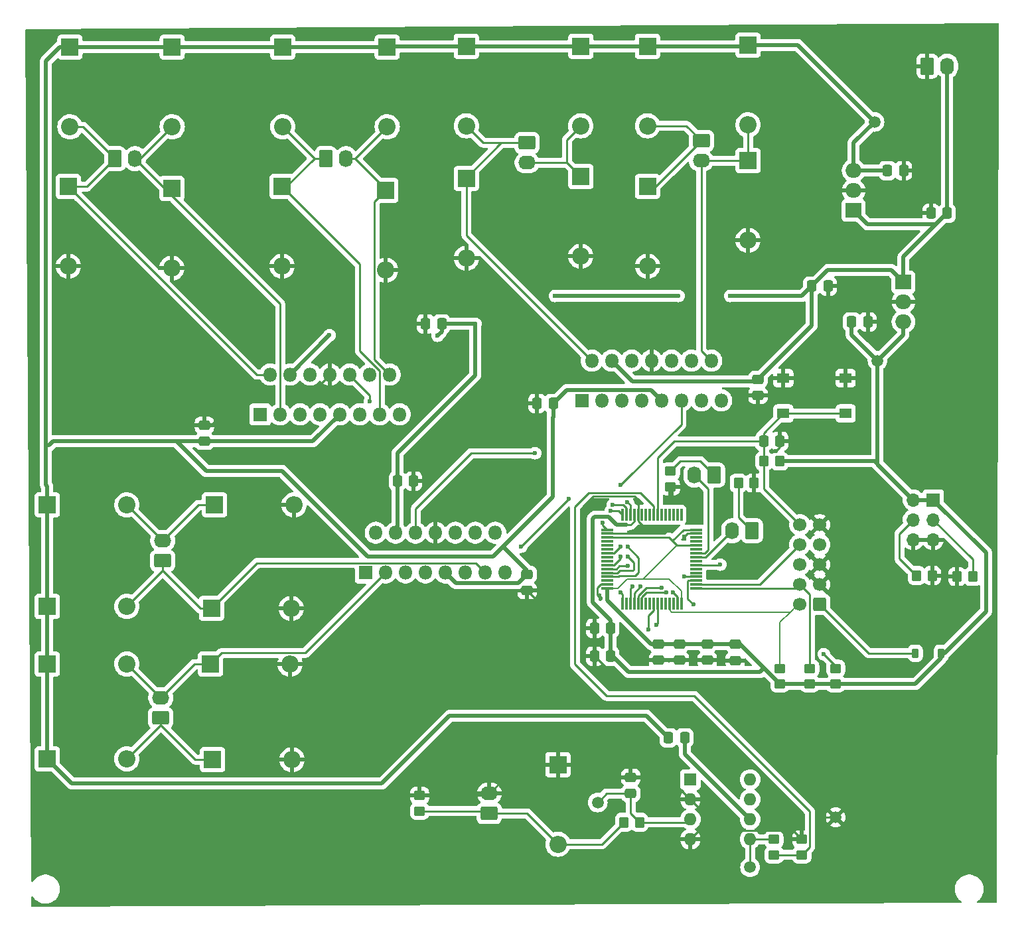
<source format=gbr>
%TF.GenerationSoftware,KiCad,Pcbnew,8.0.8*%
%TF.CreationDate,2025-03-31T18:54:26-05:00*%
%TF.ProjectId,Senior_Design_PCB_ethanl7_nrkim2,53656e69-6f72-45f4-9465-7369676e5f50,rev?*%
%TF.SameCoordinates,Original*%
%TF.FileFunction,Copper,L1,Top*%
%TF.FilePolarity,Positive*%
%FSLAX46Y46*%
G04 Gerber Fmt 4.6, Leading zero omitted, Abs format (unit mm)*
G04 Created by KiCad (PCBNEW 8.0.8) date 2025-03-31 18:54:26*
%MOMM*%
%LPD*%
G01*
G04 APERTURE LIST*
G04 Aperture macros list*
%AMRoundRect*
0 Rectangle with rounded corners*
0 $1 Rounding radius*
0 $2 $3 $4 $5 $6 $7 $8 $9 X,Y pos of 4 corners*
0 Add a 4 corners polygon primitive as box body*
4,1,4,$2,$3,$4,$5,$6,$7,$8,$9,$2,$3,0*
0 Add four circle primitives for the rounded corners*
1,1,$1+$1,$2,$3*
1,1,$1+$1,$4,$5*
1,1,$1+$1,$6,$7*
1,1,$1+$1,$8,$9*
0 Add four rect primitives between the rounded corners*
20,1,$1+$1,$2,$3,$4,$5,0*
20,1,$1+$1,$4,$5,$6,$7,0*
20,1,$1+$1,$6,$7,$8,$9,0*
20,1,$1+$1,$8,$9,$2,$3,0*%
G04 Aperture macros list end*
%TA.AperFunction,SMDPad,CuDef*%
%ADD10RoundRect,0.250000X0.337500X0.475000X-0.337500X0.475000X-0.337500X-0.475000X0.337500X-0.475000X0*%
%TD*%
%TA.AperFunction,SMDPad,CuDef*%
%ADD11RoundRect,0.250000X-0.450000X0.350000X-0.450000X-0.350000X0.450000X-0.350000X0.450000X0.350000X0*%
%TD*%
%TA.AperFunction,ComponentPad*%
%ADD12RoundRect,0.250000X0.620000X0.845000X-0.620000X0.845000X-0.620000X-0.845000X0.620000X-0.845000X0*%
%TD*%
%TA.AperFunction,ComponentPad*%
%ADD13O,1.740000X2.190000*%
%TD*%
%TA.AperFunction,SMDPad,CuDef*%
%ADD14RoundRect,0.225000X0.225000X0.375000X-0.225000X0.375000X-0.225000X-0.375000X0.225000X-0.375000X0*%
%TD*%
%TA.AperFunction,ComponentPad*%
%ADD15R,2.200000X2.200000*%
%TD*%
%TA.AperFunction,ComponentPad*%
%ADD16O,2.200000X2.200000*%
%TD*%
%TA.AperFunction,ComponentPad*%
%ADD17R,1.800000X1.800000*%
%TD*%
%TA.AperFunction,ComponentPad*%
%ADD18O,1.800000X1.800000*%
%TD*%
%TA.AperFunction,SMDPad,CuDef*%
%ADD19C,1.500000*%
%TD*%
%TA.AperFunction,SMDPad,CuDef*%
%ADD20RoundRect,0.250000X-0.337500X-0.475000X0.337500X-0.475000X0.337500X0.475000X-0.337500X0.475000X0*%
%TD*%
%TA.AperFunction,SMDPad,CuDef*%
%ADD21RoundRect,0.250000X-0.475000X0.337500X-0.475000X-0.337500X0.475000X-0.337500X0.475000X0.337500X0*%
%TD*%
%TA.AperFunction,ComponentPad*%
%ADD22R,1.600000X1.600000*%
%TD*%
%TA.AperFunction,ComponentPad*%
%ADD23O,1.600000X1.600000*%
%TD*%
%TA.AperFunction,ComponentPad*%
%ADD24R,2.000000X1.905000*%
%TD*%
%TA.AperFunction,ComponentPad*%
%ADD25O,2.000000X1.905000*%
%TD*%
%TA.AperFunction,ComponentPad*%
%ADD26RoundRect,0.250000X-0.620000X-0.845000X0.620000X-0.845000X0.620000X0.845000X-0.620000X0.845000X0*%
%TD*%
%TA.AperFunction,ComponentPad*%
%ADD27RoundRect,0.250000X-0.845000X0.620000X-0.845000X-0.620000X0.845000X-0.620000X0.845000X0.620000X0*%
%TD*%
%TA.AperFunction,ComponentPad*%
%ADD28O,2.190000X1.740000*%
%TD*%
%TA.AperFunction,ComponentPad*%
%ADD29RoundRect,0.250000X0.845000X-0.620000X0.845000X0.620000X-0.845000X0.620000X-0.845000X-0.620000X0*%
%TD*%
%TA.AperFunction,SMDPad,CuDef*%
%ADD30RoundRect,0.250000X0.350000X0.450000X-0.350000X0.450000X-0.350000X-0.450000X0.350000X-0.450000X0*%
%TD*%
%TA.AperFunction,SMDPad,CuDef*%
%ADD31RoundRect,0.250000X-0.350000X-0.450000X0.350000X-0.450000X0.350000X0.450000X-0.350000X0.450000X0*%
%TD*%
%TA.AperFunction,SMDPad,CuDef*%
%ADD32R,1.550000X1.300000*%
%TD*%
%TA.AperFunction,SMDPad,CuDef*%
%ADD33RoundRect,0.075000X-0.075000X0.700000X-0.075000X-0.700000X0.075000X-0.700000X0.075000X0.700000X0*%
%TD*%
%TA.AperFunction,SMDPad,CuDef*%
%ADD34RoundRect,0.075000X-0.700000X0.075000X-0.700000X-0.075000X0.700000X-0.075000X0.700000X0.075000X0*%
%TD*%
%TA.AperFunction,SMDPad,CuDef*%
%ADD35RoundRect,0.250000X0.475000X-0.337500X0.475000X0.337500X-0.475000X0.337500X-0.475000X-0.337500X0*%
%TD*%
%TA.AperFunction,ComponentPad*%
%ADD36R,1.700000X1.700000*%
%TD*%
%TA.AperFunction,ComponentPad*%
%ADD37O,1.700000X1.700000*%
%TD*%
%TA.AperFunction,ComponentPad*%
%ADD38RoundRect,0.250000X0.600000X0.600000X-0.600000X0.600000X-0.600000X-0.600000X0.600000X-0.600000X0*%
%TD*%
%TA.AperFunction,ComponentPad*%
%ADD39C,1.700000*%
%TD*%
%TA.AperFunction,ViaPad*%
%ADD40C,0.600000*%
%TD*%
%TA.AperFunction,Conductor*%
%ADD41C,0.254000*%
%TD*%
%TA.AperFunction,Conductor*%
%ADD42C,0.508000*%
%TD*%
%TA.AperFunction,Conductor*%
%ADD43C,0.200000*%
%TD*%
G04 APERTURE END LIST*
D10*
%TO.P,C19,1*%
%TO.N,Net-(U2-V+)*%
X166396361Y-125210469D03*
%TO.P,C19,2*%
%TO.N,+5V*%
X164321361Y-125210469D03*
%TD*%
D11*
%TO.P,R12,1*%
%TO.N,GND*%
X181339361Y-138180469D03*
%TO.P,R12,2*%
%TO.N,/Amp_Sig*%
X181339361Y-140180469D03*
%TD*%
%TO.P,R11,1*%
%TO.N,Net-(R11-Pad1)*%
X177783361Y-138180469D03*
%TO.P,R11,2*%
%TO.N,/Amp_Sig*%
X177783361Y-140180469D03*
%TD*%
D12*
%TO.P,D2,1,K*%
%TO.N,Net-(D2-K)*%
X174989361Y-98794469D03*
D13*
%TO.P,D2,2,A*%
%TO.N,Net-(D2-A)*%
X172449361Y-98794469D03*
%TD*%
D12*
%TO.P,D1,1,K*%
%TO.N,Net-(D1-K)*%
X170163361Y-91682469D03*
D13*
%TO.P,D1,2,A*%
%TO.N,Net-(D1-A)*%
X167623361Y-91682469D03*
%TD*%
D14*
%TO.P,D4,1,K*%
%TO.N,+3.3V*%
X199119361Y-114415469D03*
%TO.P,D4,2,A*%
%TO.N,Net-(D4-A)*%
X195819361Y-114415469D03*
%TD*%
D15*
%TO.P,D12,1,K*%
%TO.N,Net-(D11-A)*%
X174481361Y-51550469D03*
D16*
%TO.P,D12,2,A*%
%TO.N,GND*%
X174481361Y-61710469D03*
%TD*%
D15*
%TO.P,D13,1,K*%
%TO.N,+5V*%
X85073361Y-127904469D03*
D16*
%TO.P,D13,2,A*%
%TO.N,Net-(D13-A)*%
X95233361Y-127904469D03*
%TD*%
D17*
%TO.P,U5,1,SENSE_A*%
%TO.N,unconnected-(U5-SENSE_A-Pad1)*%
X112251361Y-83935469D03*
D18*
%TO.P,U5,2,OUT1*%
%TO.N,Net-(D21-A)*%
X113521361Y-78855469D03*
%TO.P,U5,3,OUT2*%
%TO.N,Net-(D23-A)*%
X114791361Y-83935469D03*
%TO.P,U5,4,Vs*%
%TO.N,+9V*%
X116061361Y-78855469D03*
%TO.P,U5,5,IN1*%
%TO.N,/M5P*%
X117331361Y-83935469D03*
%TO.P,U5,6,EnA*%
%TO.N,/M5En*%
X118601361Y-78855469D03*
%TO.P,U5,7,IN2*%
%TO.N,/M5N*%
X119871361Y-83935469D03*
%TO.P,U5,8,GND*%
%TO.N,GND*%
X121141361Y-78855469D03*
%TO.P,U5,9,Vss*%
%TO.N,+5V*%
X122411361Y-83935469D03*
%TO.P,U5,10,IN3*%
%TO.N,/M6P*%
X123681361Y-78855469D03*
%TO.P,U5,11,EnB*%
%TO.N,/M6En*%
X124951361Y-83935469D03*
%TO.P,U5,12,IN4*%
%TO.N,/M6N*%
X126221361Y-78855469D03*
%TO.P,U5,13,OUT3*%
%TO.N,Net-(D25-A)*%
X127491361Y-83935469D03*
%TO.P,U5,14,OUT4*%
%TO.N,Net-(D27-A)*%
X128761361Y-78855469D03*
%TO.P,U5,15,SENSE_B*%
%TO.N,unconnected-(U5-SENSE_B-Pad15)*%
X130031361Y-83935469D03*
%TD*%
D15*
%TO.P,D11,1,K*%
%TO.N,+5V*%
X174481361Y-36818469D03*
D16*
%TO.P,D11,2,A*%
%TO.N,Net-(D11-A)*%
X174481361Y-46978469D03*
%TD*%
D15*
%TO.P,D15,1,K*%
%TO.N,+5V*%
X85073361Y-115812469D03*
D16*
%TO.P,D15,2,A*%
%TO.N,Net-(D15-A)*%
X95233361Y-115812469D03*
%TD*%
D15*
%TO.P,D8,1,K*%
%TO.N,+5V*%
X153145361Y-36945469D03*
D16*
%TO.P,D8,2,A*%
%TO.N,Net-(D6-K)*%
X153145361Y-47105469D03*
%TD*%
D17*
%TO.P,U3,1,SENSE_A*%
%TO.N,unconnected-(U3-SENSE_A-Pad1)*%
X153272361Y-82157469D03*
D18*
%TO.P,U3,2,OUT1*%
%TO.N,Net-(D5-K)*%
X154542361Y-77077469D03*
%TO.P,U3,3,OUT2*%
%TO.N,Net-(D6-K)*%
X155812361Y-82157469D03*
%TO.P,U3,4,Vs*%
%TO.N,+9V*%
X157082361Y-77077469D03*
%TO.P,U3,5,IN1*%
%TO.N,/M1P*%
X158352361Y-82157469D03*
%TO.P,U3,6,EnA*%
%TO.N,/M1En*%
X159622361Y-77077469D03*
%TO.P,U3,7,IN2*%
%TO.N,/M1N*%
X160892361Y-82157469D03*
%TO.P,U3,8,GND*%
%TO.N,GND*%
X162162361Y-77077469D03*
%TO.P,U3,9,Vss*%
%TO.N,+5V*%
X163432361Y-82157469D03*
%TO.P,U3,10,IN3*%
%TO.N,/M2P*%
X164702361Y-77077469D03*
%TO.P,U3,11,EnB*%
%TO.N,/M2En*%
X165972361Y-82157469D03*
%TO.P,U3,12,IN4*%
%TO.N,/M2N*%
X167242361Y-77077469D03*
%TO.P,U3,13,OUT3*%
%TO.N,Net-(D10-K)*%
X168512361Y-82157469D03*
%TO.P,U3,14,OUT4*%
%TO.N,Net-(D11-A)*%
X169782361Y-77077469D03*
%TO.P,U3,15,SENSE_B*%
%TO.N,unconnected-(U3-SENSE_B-Pad15)*%
X171052361Y-82157469D03*
%TD*%
D19*
%TO.P,TP2,1,1*%
%TO.N,Net-(R11-Pad1)*%
X174735361Y-141720469D03*
%TD*%
D11*
%TO.P,R1,1*%
%TO.N,Net-(D1-K)*%
X164575361Y-91190469D03*
%TO.P,R1,2*%
%TO.N,GND*%
X164575361Y-93190469D03*
%TD*%
%TO.P,R8,1*%
%TO.N,/JTCK{slash}SWCLK*%
X182355361Y-116352469D03*
%TO.P,R8,2*%
%TO.N,+3.3V*%
X182355361Y-118352469D03*
%TD*%
D15*
%TO.P,D19,1,K*%
%TO.N,+5V*%
X85073361Y-95492469D03*
D16*
%TO.P,D19,2,A*%
%TO.N,Net-(D19-A)*%
X95233361Y-95492469D03*
%TD*%
D15*
%TO.P,D28,1,K*%
%TO.N,Net-(D27-A)*%
X128253361Y-55360469D03*
D16*
%TO.P,D28,2,A*%
%TO.N,GND*%
X128253361Y-65520469D03*
%TD*%
D20*
%TO.P,C16,1*%
%TO.N,+9V*%
X129734361Y-92444469D03*
%TO.P,C16,2*%
%TO.N,GND*%
X131809361Y-92444469D03*
%TD*%
D15*
%TO.P,D9,1,K*%
%TO.N,+5V*%
X161654361Y-36945469D03*
D16*
%TO.P,D9,2,A*%
%TO.N,Net-(D10-K)*%
X161654361Y-47105469D03*
%TD*%
D19*
%TO.P,TP3,1,1*%
%TO.N,Net-(U2-+)*%
X155304361Y-133465469D03*
%TD*%
D20*
%TO.P,C13,1*%
%TO.N,GND*%
X147535861Y-82538469D03*
%TO.P,C13,2*%
%TO.N,+5V*%
X149610861Y-82538469D03*
%TD*%
D11*
%TO.P,R3,1*%
%TO.N,GND*%
X132571361Y-132576469D03*
%TO.P,R3,2*%
%TO.N,Net-(D3-A)*%
X132571361Y-134576469D03*
%TD*%
D15*
%TO.P,D26,1,K*%
%TO.N,Net-(D25-A)*%
X115045361Y-54852469D03*
D16*
%TO.P,D26,2,A*%
%TO.N,GND*%
X115045361Y-65012469D03*
%TD*%
D21*
%TO.P,C14,1*%
%TO.N,+9V*%
X175751361Y-79447469D03*
%TO.P,C14,2*%
%TO.N,GND*%
X175751361Y-81522469D03*
%TD*%
D19*
%TO.P,TP1,1,1*%
%TO.N,GND*%
X185657361Y-135370469D03*
%TD*%
D21*
%TO.P,C7,1*%
%TO.N,+3.3V*%
X172830361Y-113272469D03*
%TO.P,C7,2*%
%TO.N,GND*%
X172830361Y-115347469D03*
%TD*%
D22*
%TO.P,U2,1,GAIN*%
%TO.N,unconnected-(U2-GAIN-Pad1)*%
X167115361Y-130544469D03*
D23*
%TO.P,U2,2,-*%
%TO.N,GND*%
X167115361Y-133084469D03*
%TO.P,U2,3,+*%
%TO.N,Net-(U2-+)*%
X167115361Y-135624469D03*
%TO.P,U2,4,GND*%
%TO.N,GND*%
X167115361Y-138164469D03*
%TO.P,U2,5*%
%TO.N,Net-(R11-Pad1)*%
X174735361Y-138164469D03*
%TO.P,U2,6,V+*%
%TO.N,Net-(U2-V+)*%
X174735361Y-135624469D03*
%TO.P,U2,7,BYPASS*%
%TO.N,unconnected-(U2-BYPASS-Pad7)*%
X174735361Y-133084469D03*
%TO.P,U2,8,GAIN*%
%TO.N,unconnected-(U2-GAIN-Pad8)*%
X174735361Y-130544469D03*
%TD*%
D15*
%TO.P,D5,1,K*%
%TO.N,Net-(D5-K)*%
X138540361Y-53836469D03*
D16*
%TO.P,D5,2,A*%
%TO.N,GND*%
X138540361Y-63996469D03*
%TD*%
D24*
%TO.P,U1,1,IN*%
%TO.N,+9V*%
X187943361Y-57900469D03*
D25*
%TO.P,U1,2,GND*%
%TO.N,GND*%
X187943361Y-55360469D03*
%TO.P,U1,3,OUT*%
%TO.N,+5V*%
X187943361Y-52820469D03*
%TD*%
D17*
%TO.P,U4,1,SENSE_A*%
%TO.N,unconnected-(U4-SENSE_A-Pad1)*%
X125713361Y-104128469D03*
D18*
%TO.P,U4,2,OUT1*%
%TO.N,Net-(D13-A)*%
X126983361Y-99048469D03*
%TO.P,U4,3,OUT2*%
%TO.N,Net-(D15-A)*%
X128253361Y-104128469D03*
%TO.P,U4,4,Vs*%
%TO.N,+9V*%
X129523361Y-99048469D03*
%TO.P,U4,5,IN1*%
%TO.N,/M3P*%
X130793361Y-104128469D03*
%TO.P,U4,6,EnA*%
%TO.N,/M3En*%
X132063361Y-99048469D03*
%TO.P,U4,7,IN2*%
%TO.N,/M3N*%
X133333361Y-104128469D03*
%TO.P,U4,8,GND*%
%TO.N,GND*%
X134603361Y-99048469D03*
%TO.P,U4,9,Vss*%
%TO.N,+5V*%
X135873361Y-104128469D03*
%TO.P,U4,10,IN3*%
%TO.N,/M4P*%
X137143361Y-99048469D03*
%TO.P,U4,11,EnB*%
%TO.N,/M4En*%
X138413361Y-104128469D03*
%TO.P,U4,12,IN4*%
%TO.N,/M4N*%
X139683361Y-99048469D03*
%TO.P,U4,13,OUT3*%
%TO.N,Net-(D17-A)*%
X140953361Y-104128469D03*
%TO.P,U4,14,OUT4*%
%TO.N,Net-(D19-A)*%
X142223361Y-99048469D03*
%TO.P,U4,15,SENSE_B*%
%TO.N,unconnected-(U4-SENSE_B-Pad15)*%
X143493361Y-104128469D03*
%TD*%
D26*
%TO.P,J10,1,Pin_1*%
%TO.N,Net-(D25-A)*%
X120633361Y-51296469D03*
D13*
%TO.P,J10,2,Pin_2*%
%TO.N,Net-(D27-A)*%
X123173361Y-51296469D03*
%TD*%
D15*
%TO.P,D23,1,K*%
%TO.N,+5V*%
X101007361Y-37072469D03*
D16*
%TO.P,D23,2,A*%
%TO.N,Net-(D23-A)*%
X101007361Y-47232469D03*
%TD*%
D27*
%TO.P,J5,1,Pin_1*%
%TO.N,Net-(D5-K)*%
X146287361Y-49264469D03*
D28*
%TO.P,J5,2,Pin_2*%
%TO.N,Net-(D6-K)*%
X146287361Y-51804469D03*
%TD*%
D10*
%TO.P,C10,1*%
%TO.N,+3.3V*%
X156955361Y-114796469D03*
%TO.P,C10,2*%
%TO.N,GND*%
X154880361Y-114796469D03*
%TD*%
D21*
%TO.P,C17,1*%
%TO.N,GND*%
X105117861Y-85310969D03*
%TO.P,C17,2*%
%TO.N,+5V*%
X105117861Y-87385969D03*
%TD*%
D24*
%TO.P,U7,1,VI*%
%TO.N,+9V*%
X194293361Y-67044469D03*
D25*
%TO.P,U7,2,GND*%
%TO.N,GND*%
X194293361Y-69584469D03*
%TO.P,U7,3,VO*%
%TO.N,+3.3V*%
X194293361Y-72124469D03*
%TD*%
D15*
%TO.P,D3,1,K*%
%TO.N,GND*%
X150224361Y-128639469D03*
D16*
%TO.P,D3,2,A*%
%TO.N,Net-(D3-A)*%
X150224361Y-138799469D03*
%TD*%
D15*
%TO.P,D18,1,K*%
%TO.N,Net-(D17-A)*%
X106028361Y-108700469D03*
D16*
%TO.P,D18,2,A*%
%TO.N,GND*%
X116188361Y-108700469D03*
%TD*%
D15*
%TO.P,D25,1,K*%
%TO.N,+5V*%
X115113361Y-37072469D03*
D16*
%TO.P,D25,2,A*%
%TO.N,Net-(D25-A)*%
X115113361Y-47232469D03*
%TD*%
D19*
%TO.P,TP4,1,1*%
%TO.N,+5V*%
X190610361Y-46597469D03*
%TD*%
D20*
%TO.P,C2,1*%
%TO.N,+5V*%
X192239861Y-52820469D03*
%TO.P,C2,2*%
%TO.N,GND*%
X194314861Y-52820469D03*
%TD*%
D29*
%TO.P,J7,1,Pin_1*%
%TO.N,Net-(D13-A)*%
X99551361Y-122670469D03*
D28*
%TO.P,J7,2,Pin_2*%
%TO.N,Net-(D15-A)*%
X99551361Y-120130469D03*
%TD*%
D15*
%TO.P,D20,1,K*%
%TO.N,Net-(D19-A)*%
X106409361Y-95492469D03*
D16*
%TO.P,D20,2,A*%
%TO.N,GND*%
X116569361Y-95492469D03*
%TD*%
D15*
%TO.P,D14,1,K*%
%TO.N,Net-(D13-A)*%
X106155361Y-128004469D03*
D16*
%TO.P,D14,2,A*%
%TO.N,GND*%
X116315361Y-128004469D03*
%TD*%
D21*
%TO.P,C6,1*%
%TO.N,GND*%
X159495361Y-130247469D03*
%TO.P,C6,2*%
%TO.N,Net-(U2-+)*%
X159495361Y-132322469D03*
%TD*%
D15*
%TO.P,D6,1,K*%
%TO.N,Net-(D6-K)*%
X153145361Y-53582469D03*
D16*
%TO.P,D6,2,A*%
%TO.N,GND*%
X153145361Y-63742469D03*
%TD*%
D30*
%TO.P,R5,1*%
%TO.N,+3.3V*%
X178502361Y-89904469D03*
%TO.P,R5,2*%
%TO.N,/NRST*%
X176502361Y-89904469D03*
%TD*%
D20*
%TO.P,C4,1*%
%TO.N,+3.3V*%
X187689361Y-72124469D03*
%TO.P,C4,2*%
%TO.N,GND*%
X189764361Y-72124469D03*
%TD*%
D11*
%TO.P,R9,1*%
%TO.N,/JTMS{slash}SWDIO*%
X178545361Y-116352469D03*
%TO.P,R9,2*%
%TO.N,+3.3V*%
X178545361Y-118352469D03*
%TD*%
D15*
%TO.P,D7,1,K*%
%TO.N,+5V*%
X138540361Y-36945469D03*
D16*
%TO.P,D7,2,A*%
%TO.N,Net-(D5-K)*%
X138540361Y-47105469D03*
%TD*%
D15*
%TO.P,D27,1,K*%
%TO.N,+5V*%
X128439361Y-37072469D03*
D16*
%TO.P,D27,2,A*%
%TO.N,Net-(D27-A)*%
X128439361Y-47232469D03*
%TD*%
D29*
%TO.P,J8,1,Pin_1*%
%TO.N,Net-(D17-A)*%
X99805361Y-102604469D03*
D28*
%TO.P,J8,2,Pin_2*%
%TO.N,Net-(D19-A)*%
X99805361Y-100064469D03*
%TD*%
D10*
%TO.P,C18,1*%
%TO.N,+9V*%
X135386861Y-72378469D03*
%TO.P,C18,2*%
%TO.N,GND*%
X133311861Y-72378469D03*
%TD*%
D15*
%TO.P,D16,1,K*%
%TO.N,Net-(D15-A)*%
X105901361Y-115812469D03*
D16*
%TO.P,D16,2,A*%
%TO.N,GND*%
X116061361Y-115812469D03*
%TD*%
D31*
%TO.P,R6,1*%
%TO.N,GND*%
X201167361Y-104636469D03*
%TO.P,R6,2*%
%TO.N,Net-(J3-Pin_3)*%
X203167361Y-104636469D03*
%TD*%
D15*
%TO.P,D21,1,K*%
%TO.N,+5V*%
X87971361Y-37072469D03*
D16*
%TO.P,D21,2,A*%
%TO.N,Net-(D21-A)*%
X87971361Y-47232469D03*
%TD*%
D26*
%TO.P,J2,1,Pin_1*%
%TO.N,GND*%
X197341361Y-39485469D03*
D13*
%TO.P,J2,2,Pin_2*%
%TO.N,+9V*%
X199881361Y-39485469D03*
%TD*%
D32*
%TO.P,SW1,2,2*%
%TO.N,/NRST*%
X186927361Y-83808469D03*
X178977361Y-83808469D03*
%TO.P,SW1,1,1*%
%TO.N,GND*%
X186927361Y-79308469D03*
X178977361Y-79308469D03*
%TD*%
D31*
%TO.P,R4,1*%
%TO.N,Net-(D3-A)*%
X158638361Y-136005469D03*
%TO.P,R4,2*%
%TO.N,Net-(U2-+)*%
X160638361Y-136005469D03*
%TD*%
D10*
%TO.P,C11,1*%
%TO.N,+3.3V*%
X156955361Y-111240469D03*
%TO.P,C11,2*%
%TO.N,GND*%
X154880361Y-111240469D03*
%TD*%
D33*
%TO.P,U6,1,VBAT*%
%TO.N,unconnected-(U6-VBAT-Pad1)*%
X165952361Y-96735469D03*
%TO.P,U6,2,PC13*%
%TO.N,unconnected-(U6-PC13-Pad2)*%
X165452361Y-96735469D03*
%TO.P,U6,3,PC14*%
%TO.N,unconnected-(U6-PC14-Pad3)*%
X164952361Y-96735469D03*
%TO.P,U6,4,PC15*%
%TO.N,unconnected-(U6-PC15-Pad4)*%
X164452361Y-96735469D03*
%TO.P,U6,5,PH0*%
%TO.N,unconnected-(U6-PH0-Pad5)*%
X163952361Y-96735469D03*
%TO.P,U6,6,PH1*%
%TO.N,unconnected-(U6-PH1-Pad6)*%
X163452361Y-96735469D03*
%TO.P,U6,7,NRST*%
%TO.N,/NRST*%
X162952361Y-96735469D03*
%TO.P,U6,8,PC0*%
%TO.N,/Amp_Sig*%
X162452361Y-96735469D03*
%TO.P,U6,9,PC1*%
%TO.N,unconnected-(U6-PC1-Pad9)*%
X161952361Y-96735469D03*
%TO.P,U6,10,PC2*%
%TO.N,unconnected-(U6-PC2-Pad10)*%
X161452361Y-96735469D03*
%TO.P,U6,11,PC3*%
%TO.N,unconnected-(U6-PC3-Pad11)*%
X160952361Y-96735469D03*
%TO.P,U6,12,VSSA*%
%TO.N,GND*%
X160452361Y-96735469D03*
%TO.P,U6,13,VDDA*%
%TO.N,+3.3V*%
X159952361Y-96735469D03*
%TO.P,U6,14,PA0*%
%TO.N,/M1En*%
X159452361Y-96735469D03*
%TO.P,U6,15,PA1*%
%TO.N,/M2En*%
X158952361Y-96735469D03*
%TO.P,U6,16,PA2*%
%TO.N,/M3En*%
X158452361Y-96735469D03*
D34*
%TO.P,U6,17,PA3*%
%TO.N,/M4En*%
X156527361Y-98660469D03*
%TO.P,U6,18,VSS*%
%TO.N,GND*%
X156527361Y-99160469D03*
%TO.P,U6,19,VDD*%
%TO.N,+3.3V*%
X156527361Y-99660469D03*
%TO.P,U6,20,PA4*%
%TO.N,unconnected-(U6-PA4-Pad20)*%
X156527361Y-100160469D03*
%TO.P,U6,21,PA5*%
%TO.N,unconnected-(U6-PA5-Pad21)*%
X156527361Y-100660469D03*
%TO.P,U6,22,PA6*%
%TO.N,unconnected-(U6-PA6-Pad22)*%
X156527361Y-101160469D03*
%TO.P,U6,23,PA7*%
%TO.N,/M5En*%
X156527361Y-101660469D03*
%TO.P,U6,24,PC4*%
%TO.N,unconnected-(U6-PC4-Pad24)*%
X156527361Y-102160469D03*
%TO.P,U6,25,PC5*%
%TO.N,unconnected-(U6-PC5-Pad25)*%
X156527361Y-102660469D03*
%TO.P,U6,26,PB0*%
%TO.N,/M6En*%
X156527361Y-103160469D03*
%TO.P,U6,27,PB1*%
%TO.N,/M5P*%
X156527361Y-103660469D03*
%TO.P,U6,28,PB2*%
%TO.N,/M5N*%
X156527361Y-104160469D03*
%TO.P,U6,29,PB10*%
%TO.N,/M6P*%
X156527361Y-104660469D03*
%TO.P,U6,30,VCAP*%
%TO.N,unconnected-(U6-VCAP-Pad30)*%
X156527361Y-105160469D03*
%TO.P,U6,31,VSS*%
%TO.N,GND*%
X156527361Y-105660469D03*
%TO.P,U6,32,VDD*%
%TO.N,+3.3V*%
X156527361Y-106160469D03*
D33*
%TO.P,U6,33,PB12*%
%TO.N,/M6N*%
X158452361Y-108085469D03*
%TO.P,U6,34,PB13*%
%TO.N,unconnected-(U6-PB13-Pad34)*%
X158952361Y-108085469D03*
%TO.P,U6,35,PB14*%
%TO.N,/M1P*%
X159452361Y-108085469D03*
%TO.P,U6,36,PB15*%
%TO.N,/M1N*%
X159952361Y-108085469D03*
%TO.P,U6,37,PC6*%
%TO.N,/M2P*%
X160452361Y-108085469D03*
%TO.P,U6,38,PC7*%
%TO.N,/M2N*%
X160952361Y-108085469D03*
%TO.P,U6,39,PC9*%
%TO.N,unconnected-(U6-PC9-Pad39)*%
X161452361Y-108085469D03*
%TO.P,U6,40,PA8*%
%TO.N,unconnected-(U6-PA8-Pad40)*%
X161952361Y-108085469D03*
%TO.P,U6,41,PA9*%
%TO.N,/M3P*%
X162452361Y-108085469D03*
%TO.P,U6,42,PA10*%
%TO.N,/M3N*%
X162952361Y-108085469D03*
%TO.P,U6,43,PA11*%
%TO.N,unconnected-(U6-PA11-Pad43)*%
X163452361Y-108085469D03*
%TO.P,U6,44,PA12*%
%TO.N,unconnected-(U6-PA12-Pad44)*%
X163952361Y-108085469D03*
%TO.P,U6,45,PA13*%
%TO.N,/JTMS{slash}SWDIO*%
X164452361Y-108085469D03*
%TO.P,U6,46,VCAP*%
%TO.N,unconnected-(U6-VCAP-Pad46)*%
X164952361Y-108085469D03*
%TO.P,U6,47,VSS*%
%TO.N,GND*%
X165452361Y-108085469D03*
%TO.P,U6,48,VDD*%
%TO.N,+3.3V*%
X165952361Y-108085469D03*
D34*
%TO.P,U6,49,PA14*%
%TO.N,/JTCK{slash}SWCLK*%
X167877361Y-106160469D03*
%TO.P,U6,50,PA15*%
%TO.N,/JTDI*%
X167877361Y-105660469D03*
%TO.P,U6,51,PC10*%
%TO.N,/M4P*%
X167877361Y-105160469D03*
%TO.P,U6,52,PC11*%
%TO.N,/M4N*%
X167877361Y-104660469D03*
%TO.P,U6,53,PC12*%
%TO.N,unconnected-(U6-PC12-Pad53)*%
X167877361Y-104160469D03*
%TO.P,U6,54,PD2*%
%TO.N,unconnected-(U6-PD2-Pad54)*%
X167877361Y-103660469D03*
%TO.P,U6,55,PB3*%
%TO.N,/JTDO{slash}TRACESWO*%
X167877361Y-103160469D03*
%TO.P,U6,56,PB4*%
%TO.N,unconnected-(U6-PB4-Pad56)*%
X167877361Y-102660469D03*
%TO.P,U6,57,PB5*%
%TO.N,Net-(D2-A)*%
X167877361Y-102160469D03*
%TO.P,U6,58,PB6*%
%TO.N,Net-(D1-A)*%
X167877361Y-101660469D03*
%TO.P,U6,59,PB7*%
%TO.N,unconnected-(U6-PB7-Pad59)*%
X167877361Y-101160469D03*
%TO.P,U6,60,BOOT0*%
%TO.N,+3.3V*%
X167877361Y-100660469D03*
%TO.P,U6,61,PB8*%
%TO.N,unconnected-(U6-PB8-Pad61)*%
X167877361Y-100160469D03*
%TO.P,U6,62,PB9*%
%TO.N,unconnected-(U6-PB9-Pad62)*%
X167877361Y-99660469D03*
%TO.P,U6,63,VSS*%
%TO.N,GND*%
X167877361Y-99160469D03*
%TO.P,U6,64,VDD*%
%TO.N,+3.3V*%
X167877361Y-98660469D03*
%TD*%
D27*
%TO.P,J6,1,Pin_1*%
%TO.N,Net-(D10-K)*%
X168512361Y-49010469D03*
D28*
%TO.P,J6,2,Pin_2*%
%TO.N,Net-(D11-A)*%
X168512361Y-51550469D03*
%TD*%
D21*
%TO.P,C9,1*%
%TO.N,+3.3V*%
X165718361Y-113229469D03*
%TO.P,C9,2*%
%TO.N,GND*%
X165718361Y-115304469D03*
%TD*%
D26*
%TO.P,J9,1,Pin_1*%
%TO.N,Net-(D21-A)*%
X93709361Y-51296469D03*
D13*
%TO.P,J9,2,Pin_2*%
%TO.N,Net-(D23-A)*%
X96249361Y-51296469D03*
%TD*%
D15*
%TO.P,D22,1,K*%
%TO.N,Net-(D21-A)*%
X87776361Y-54852469D03*
D16*
%TO.P,D22,2,A*%
%TO.N,GND*%
X87776361Y-65012469D03*
%TD*%
D35*
%TO.P,C15,1*%
%TO.N,GND*%
X146287361Y-106435969D03*
%TO.P,C15,2*%
%TO.N,+5V*%
X146287361Y-104360969D03*
%TD*%
D11*
%TO.P,R10,1*%
%TO.N,/JTDO{slash}TRACESWO*%
X185657361Y-116352469D03*
%TO.P,R10,2*%
%TO.N,+3.3V*%
X185657361Y-118352469D03*
%TD*%
D20*
%TO.P,C3,1*%
%TO.N,+9V*%
X182609361Y-67552469D03*
%TO.P,C3,2*%
%TO.N,GND*%
X184684361Y-67552469D03*
%TD*%
D15*
%TO.P,D10,1,K*%
%TO.N,Net-(D10-K)*%
X161654361Y-54852469D03*
D16*
%TO.P,D10,2,A*%
%TO.N,GND*%
X161654361Y-65012469D03*
%TD*%
D31*
%TO.P,R2,1*%
%TO.N,Net-(D2-K)*%
X173243361Y-92698469D03*
%TO.P,R2,2*%
%TO.N,GND*%
X175243361Y-92698469D03*
%TD*%
D36*
%TO.P,J3,1,Pin_1*%
%TO.N,+3.3V*%
X198103361Y-94857469D03*
D37*
%TO.P,J3,2,Pin_2*%
X195563361Y-94857469D03*
%TO.P,J3,3,Pin_3*%
%TO.N,Net-(J3-Pin_3)*%
X198103361Y-97397469D03*
%TO.P,J3,4,Pin_4*%
%TO.N,Net-(J3-Pin_4)*%
X195563361Y-97397469D03*
%TO.P,J3,5,Pin_5*%
%TO.N,GND*%
X198103361Y-99937469D03*
%TO.P,J3,6,Pin_6*%
X195563361Y-99937469D03*
%TD*%
D15*
%TO.P,D17,1,K*%
%TO.N,+5V*%
X85073361Y-108455469D03*
D16*
%TO.P,D17,2,A*%
%TO.N,Net-(D17-A)*%
X95233361Y-108455469D03*
%TD*%
D10*
%TO.P,C1,1*%
%TO.N,+9V*%
X199881361Y-58257969D03*
%TO.P,C1,2*%
%TO.N,GND*%
X197806361Y-58257969D03*
%TD*%
D21*
%TO.P,C8,1*%
%TO.N,+3.3V*%
X169274361Y-113229469D03*
%TO.P,C8,2*%
%TO.N,GND*%
X169274361Y-115304469D03*
%TD*%
D19*
%TO.P,TP5,1,1*%
%TO.N,+3.3V*%
X190991361Y-77077469D03*
%TD*%
D21*
%TO.P,C5,1*%
%TO.N,+3.3V*%
X163051361Y-113250969D03*
%TO.P,C5,2*%
%TO.N,GND*%
X163051361Y-115325969D03*
%TD*%
D31*
%TO.P,R7,1*%
%TO.N,Net-(J3-Pin_4)*%
X195960361Y-104509469D03*
%TO.P,R7,2*%
%TO.N,GND*%
X197960361Y-104509469D03*
%TD*%
D15*
%TO.P,D24,1,K*%
%TO.N,Net-(D23-A)*%
X100966361Y-55106469D03*
D16*
%TO.P,D24,2,A*%
%TO.N,GND*%
X100966361Y-65266469D03*
%TD*%
D38*
%TO.P,J4,1,VTref*%
%TO.N,Net-(D4-A)*%
X183625361Y-108192469D03*
D39*
%TO.P,J4,2,SWDIO/TMS*%
%TO.N,/JTMS{slash}SWDIO*%
X181085361Y-108192469D03*
%TO.P,J4,3,GND*%
%TO.N,GND*%
X183625361Y-105652469D03*
%TO.P,J4,4,SWCLK/TCK*%
%TO.N,/JTCK{slash}SWCLK*%
X181085361Y-105652469D03*
%TO.P,J4,5,GND*%
%TO.N,GND*%
X183625361Y-103112469D03*
%TO.P,J4,6,SWO/TDO*%
%TO.N,/JTDO{slash}TRACESWO*%
X181085361Y-103112469D03*
%TO.P,J4,7,KEY*%
%TO.N,unconnected-(J4-KEY-Pad7)*%
X183625361Y-100572469D03*
%TO.P,J4,8,NC/TDI*%
%TO.N,/JTDI*%
X181085361Y-100572469D03*
%TO.P,J4,9,GNDDetect*%
%TO.N,GND*%
X183625361Y-98032469D03*
%TO.P,J4,10,~{RESET}*%
%TO.N,/NRST*%
X181085361Y-98032469D03*
%TD*%
D29*
%TO.P,J1,1,Pin_1*%
%TO.N,Net-(D3-A)*%
X141461361Y-134862469D03*
D28*
%TO.P,J1,2,Pin_2*%
%TO.N,GND*%
X141461361Y-132322469D03*
%TD*%
D20*
%TO.P,C12,1*%
%TO.N,/NRST*%
X176470361Y-87364469D03*
%TO.P,C12,2*%
%TO.N,GND*%
X178545361Y-87364469D03*
%TD*%
D40*
%TO.N,GND*%
X175260000Y-90932000D03*
X178054000Y-88646000D03*
%TO.N,/M1En*%
X159087513Y-95138317D03*
%TO.N,GND*%
X118855361Y-81268469D03*
X109965361Y-81268469D03*
%TO.N,/JTDO{slash}TRACESWO*%
X170925361Y-103112469D03*
X184133361Y-114542469D03*
%TO.N,GND*%
X167623361Y-115304469D03*
X156701361Y-116574469D03*
X148319361Y-107430469D03*
X155685361Y-107430469D03*
X164867364Y-106668469D03*
X166353361Y-99556469D03*
X164829361Y-94730469D03*
X164694361Y-98286469D03*
%TO.N,/M5P*%
X159122361Y-103247469D03*
%TO.N,/M5N*%
X159122361Y-102096469D03*
%TO.N,/M6En*%
X158225361Y-102096469D03*
%TO.N,/M6P*%
X159122361Y-100826469D03*
X126221361Y-82284469D03*
%TO.N,/M5En*%
X158225361Y-100826469D03*
%TO.N,/M6N*%
X158225361Y-106668469D03*
%TO.N,+9V*%
X121077861Y-73838969D03*
X134857361Y-73902469D03*
X139683361Y-72378469D03*
X149843361Y-68822469D03*
X165591361Y-68822469D03*
X172195361Y-68822469D03*
%TO.N,/M4En*%
X155939361Y-97778469D03*
X151621361Y-94730469D03*
%TO.N,/M3En*%
X156955361Y-96254469D03*
X147303361Y-88888469D03*
%TO.N,/M2En*%
X157209361Y-95492469D03*
X158225361Y-92952469D03*
%TO.N,/M1P*%
X159749361Y-105906469D03*
%TO.N,/M1N*%
X160765006Y-105898468D03*
%TO.N,/M2P*%
X163440361Y-106041469D03*
%TO.N,/M2N*%
X164067361Y-106668469D03*
%TO.N,/M4En*%
X145525361Y-100826469D03*
%TO.N,/M3P*%
X161781361Y-111424469D03*
%TO.N,/M3N*%
X162797361Y-110797469D03*
%TO.N,/M4P*%
X167488361Y-108192469D03*
%TO.N,/M4N*%
X166353361Y-104636469D03*
%TD*%
D41*
%TO.N,GND*%
X175260000Y-92681830D02*
X175243361Y-92698469D01*
X175260000Y-90932000D02*
X175260000Y-92681830D01*
X178545361Y-88154639D02*
X178054000Y-88646000D01*
X178545361Y-87364469D02*
X178545361Y-88154639D01*
D42*
%TO.N,+5V*%
X105371861Y-91174469D02*
X101583361Y-87385969D01*
X115045361Y-91174469D02*
X105371861Y-91174469D01*
X125967361Y-102096469D02*
X115045361Y-91174469D01*
X143239361Y-100826469D02*
X141969361Y-102096469D01*
X141969361Y-102096469D02*
X125967361Y-102096469D01*
D41*
%TO.N,GND*%
X160452361Y-97581061D02*
X161157769Y-98286469D01*
X160452361Y-96735469D02*
X160452361Y-97581061D01*
X161157769Y-98286469D02*
X164694361Y-98286469D01*
X163820361Y-99160469D02*
X164694361Y-98286469D01*
X156527361Y-99160469D02*
X163820361Y-99160469D01*
D42*
%TO.N,+3.3V*%
X156955361Y-110224469D02*
X156955361Y-111240469D01*
X154669361Y-107938469D02*
X156955361Y-110224469D01*
X154669361Y-97270469D02*
X154669361Y-107938469D01*
X157717361Y-98032469D02*
X156701361Y-97016469D01*
X158987361Y-98032469D02*
X157717361Y-98032469D01*
D41*
X159952361Y-97581061D02*
X159952361Y-96735469D01*
X159500953Y-98032469D02*
X159952361Y-97581061D01*
D42*
X156701361Y-97016469D02*
X154923361Y-97016469D01*
X154923361Y-97016469D02*
X154669361Y-97270469D01*
D41*
X158987361Y-98032469D02*
X159500953Y-98032469D01*
%TO.N,/M1En*%
X159452361Y-95503165D02*
X159087513Y-95138317D01*
X159452361Y-96735469D02*
X159452361Y-95503165D01*
%TO.N,GND*%
X183371361Y-134354469D02*
X183371361Y-135370469D01*
X156701361Y-118860469D02*
X167877361Y-118860469D01*
X153399361Y-95746469D02*
X153399361Y-115558469D01*
X154723361Y-94422469D02*
X153399361Y-95746469D01*
X160452361Y-96735469D02*
X160452361Y-94871469D01*
X160003361Y-94422469D02*
X154723361Y-94422469D01*
X160452361Y-94871469D02*
X160003361Y-94422469D01*
X153399361Y-115558469D02*
X156701361Y-118860469D01*
X167877361Y-118860469D02*
X183371361Y-134354469D01*
%TO.N,/Amp_Sig*%
X182366361Y-139153469D02*
X181339361Y-140180469D01*
X182366361Y-134619469D02*
X182366361Y-139153469D01*
X152383361Y-115812469D02*
X156447361Y-119876469D01*
X154161361Y-93968469D02*
X152383361Y-95746469D01*
X152383361Y-95746469D02*
X152383361Y-115812469D01*
X156447361Y-119876469D02*
X167623361Y-119876469D01*
X167623361Y-119876469D02*
X182366361Y-134619469D01*
X162452361Y-95655469D02*
X160765361Y-93968469D01*
X160765361Y-93968469D02*
X154161361Y-93968469D01*
X162452361Y-96735469D02*
X162452361Y-95655469D01*
%TO.N,GND*%
X118855361Y-81141469D02*
X121141361Y-78855469D01*
X118855361Y-81268469D02*
X118855361Y-81141469D01*
X105922861Y-85310969D02*
X109965361Y-81268469D01*
X105117861Y-85310969D02*
X105922861Y-85310969D01*
%TO.N,/NRST*%
X178977361Y-83808469D02*
X186927361Y-83808469D01*
X176470361Y-86315469D02*
X178977361Y-83808469D01*
X176470361Y-87364469D02*
X176470361Y-86315469D01*
%TO.N,/JTDO{slash}TRACESWO*%
X170877361Y-103160469D02*
X167877361Y-103160469D01*
X170925361Y-103112469D02*
X170877361Y-103160469D01*
X185657361Y-116066469D02*
X184133361Y-114542469D01*
X185657361Y-116352469D02*
X185657361Y-116066469D01*
D42*
%TO.N,+9V*%
X159749361Y-79744469D02*
X157082361Y-77077469D01*
X175454361Y-79744469D02*
X159749361Y-79744469D01*
X175751361Y-79447469D02*
X175454361Y-79744469D01*
X172195361Y-68822469D02*
X181339361Y-68822469D01*
X181339361Y-68822469D02*
X182609361Y-67552469D01*
D41*
%TO.N,Net-(J3-Pin_4)*%
X193785361Y-102334469D02*
X195960361Y-104509469D01*
X193785361Y-99175469D02*
X193785361Y-102334469D01*
X195563361Y-97397469D02*
X193785361Y-99175469D01*
%TO.N,GND*%
X168639361Y-134608469D02*
X168639361Y-137037469D01*
X167115361Y-133084469D02*
X168639361Y-134608469D01*
X168639361Y-141466469D02*
X168639361Y-137037469D01*
X172195361Y-145022469D02*
X168639361Y-141466469D01*
X181339361Y-145022469D02*
X172195361Y-145022469D01*
X183371361Y-142990469D02*
X181339361Y-145022469D01*
X183371361Y-135370469D02*
X183371361Y-142990469D01*
X168639361Y-137037469D02*
X180196361Y-137037469D01*
X168242361Y-137037469D02*
X168639361Y-137037469D01*
%TO.N,Net-(D1-A)*%
X169401361Y-93460469D02*
X167623361Y-91682469D01*
X169401361Y-101200417D02*
X169401361Y-93460469D01*
X168941309Y-101660469D02*
X169401361Y-101200417D01*
X167877361Y-101660469D02*
X168941309Y-101660469D01*
D42*
%TO.N,+9V*%
X198460861Y-59678469D02*
X199881361Y-58257969D01*
X189721361Y-59678469D02*
X198460861Y-59678469D01*
X187943361Y-57900469D02*
X189721361Y-59678469D01*
D41*
%TO.N,Net-(D1-K)*%
X164575361Y-91190469D02*
X165861361Y-89904469D01*
X165861361Y-89904469D02*
X168385361Y-89904469D01*
X168385361Y-89904469D02*
X170163361Y-91682469D01*
D42*
%TO.N,+9V*%
X165591361Y-68822469D02*
X149843361Y-68822469D01*
D41*
%TO.N,GND*%
X154923361Y-114796469D02*
X154880361Y-114796469D01*
X156701361Y-116574469D02*
X154923361Y-114796469D01*
X169274361Y-115304469D02*
X167623361Y-115304469D01*
X147281861Y-107430469D02*
X146287361Y-106435969D01*
X148319361Y-107430469D02*
X147281861Y-107430469D01*
X155250361Y-106995469D02*
X155685361Y-107430469D01*
X155250361Y-106087469D02*
X155250361Y-106995469D01*
X155677361Y-105660469D02*
X155250361Y-106087469D01*
X156527361Y-105660469D02*
X155677361Y-105660469D01*
X164880953Y-106668469D02*
X164867364Y-106668469D01*
X165452361Y-107239877D02*
X164880953Y-106668469D01*
X165452361Y-108085469D02*
X165452361Y-107239877D01*
D43*
%TO.N,+3.3V*%
X164421361Y-104990469D02*
X161095361Y-104990469D01*
X165952361Y-106521469D02*
X164421361Y-104990469D01*
X165952361Y-108085469D02*
X165952361Y-106521469D01*
D41*
%TO.N,GND*%
X166749361Y-99160469D02*
X166353361Y-99556469D01*
X167877361Y-99160469D02*
X166749361Y-99160469D01*
X164829361Y-94730469D02*
X164829361Y-93444469D01*
X164829361Y-93444469D02*
X164575361Y-93190469D01*
D42*
%TO.N,+3.3V*%
X195817361Y-118352469D02*
X199119361Y-115050469D01*
X185657361Y-118352469D02*
X195817361Y-118352469D01*
X199119361Y-115050469D02*
X199119361Y-114415469D01*
D43*
X165952361Y-107278059D02*
X165952361Y-108085469D01*
X159054832Y-104990469D02*
X161095361Y-104990469D01*
X157884832Y-106160469D02*
X159054832Y-104990469D01*
X161095361Y-104990469D02*
X165425361Y-100660469D01*
X156527361Y-106160469D02*
X157884832Y-106160469D01*
D41*
X166233361Y-98660469D02*
X167877361Y-98660469D01*
X164829361Y-100064469D02*
X166233361Y-98660469D01*
X165425361Y-100660469D02*
X164829361Y-100064469D01*
X167877361Y-100660469D02*
X165425361Y-100660469D01*
X164425361Y-99660469D02*
X164829361Y-100064469D01*
X156527361Y-99660469D02*
X164425361Y-99660469D01*
%TO.N,/M5P*%
X158076255Y-103247469D02*
X159122361Y-103247469D01*
X157663255Y-103660469D02*
X158076255Y-103247469D01*
X156527361Y-103660469D02*
X157663255Y-103660469D01*
%TO.N,/M5N*%
X159884361Y-103739469D02*
X159749361Y-103874469D01*
X159884361Y-102858469D02*
X159884361Y-103739469D01*
X158091308Y-103874469D02*
X159749361Y-103874469D01*
X157805308Y-104160469D02*
X158091308Y-103874469D01*
X159884361Y-102858469D02*
X159122361Y-102096469D01*
X156527361Y-104160469D02*
X157805308Y-104160469D01*
X159122361Y-102096469D02*
X159107309Y-102111521D01*
%TO.N,/M6P*%
X160511361Y-104128469D02*
X160511361Y-102215469D01*
X160076361Y-104563469D02*
X160511361Y-104128469D01*
X157971361Y-104636469D02*
X158044361Y-104563469D01*
X160511361Y-102215469D02*
X159122361Y-100826469D01*
X157463361Y-104636469D02*
X157971361Y-104636469D01*
X156527361Y-104660469D02*
X157439361Y-104660469D01*
X157439361Y-104660469D02*
X157463361Y-104636469D01*
X158044361Y-104563469D02*
X160076361Y-104563469D01*
%TO.N,/M5N*%
X119871361Y-83935469D02*
X119871361Y-84062469D01*
%TO.N,/M6En*%
X158225361Y-102308061D02*
X158225361Y-102096469D01*
X157372953Y-103160469D02*
X158225361Y-102308061D01*
X156527361Y-103160469D02*
X157372953Y-103160469D01*
%TO.N,/M6P*%
X126221361Y-81522469D02*
X126221361Y-82284469D01*
X123935361Y-79236469D02*
X126221361Y-81522469D01*
X123681361Y-78982469D02*
X123935361Y-79236469D01*
X123681361Y-78855469D02*
X123681361Y-78982469D01*
%TO.N,/M5En*%
X157391361Y-101660469D02*
X158225361Y-100826469D01*
X156527361Y-101660469D02*
X157391361Y-101660469D01*
%TO.N,/M6N*%
X158452361Y-106895469D02*
X158225361Y-106668469D01*
X158452361Y-108085469D02*
X158452361Y-106895469D01*
D42*
%TO.N,+5V*%
X88221361Y-131052469D02*
X85073361Y-127904469D01*
X127745361Y-131052469D02*
X88221361Y-131052469D01*
X136381361Y-122416469D02*
X127745361Y-131052469D01*
X161527361Y-122416469D02*
X136381361Y-122416469D01*
X164321361Y-125210469D02*
X161527361Y-122416469D01*
%TO.N,Net-(U2-V+)*%
X166396361Y-127285469D02*
X174735361Y-135624469D01*
X166396361Y-125210469D02*
X166396361Y-127285469D01*
%TO.N,+5V*%
X137227361Y-105482469D02*
X135873361Y-104128469D01*
X145165861Y-105482469D02*
X137227361Y-105482469D01*
X146287361Y-104360969D02*
X145165861Y-105482469D01*
X146287361Y-103874469D02*
X143239361Y-100826469D01*
X146287361Y-104360969D02*
X146287361Y-103874469D01*
D41*
%TO.N,GND*%
X168215361Y-137064469D02*
X168242361Y-137037469D01*
X180196361Y-137037469D02*
X181339361Y-138180469D01*
D42*
%TO.N,+5V*%
X101583361Y-87385969D02*
X105117861Y-87385969D01*
X85813861Y-87385969D02*
X101583361Y-87385969D01*
%TO.N,+9V*%
X139683361Y-78939469D02*
X139683361Y-72378469D01*
X129734361Y-92444469D02*
X129734361Y-88888469D01*
X129734361Y-88888469D02*
X139683361Y-78939469D01*
X116061361Y-78855469D02*
X121077861Y-73838969D01*
X135386861Y-73372969D02*
X134857361Y-73902469D01*
X135386861Y-72378469D02*
X135386861Y-73372969D01*
X139683361Y-72378469D02*
X135386861Y-72378469D01*
D41*
%TO.N,Net-(D25-A)*%
X124951361Y-75850228D02*
X127491361Y-78390228D01*
X127491361Y-78390228D02*
X127491361Y-83935469D01*
X124951361Y-64758469D02*
X124951361Y-75850228D01*
X115045361Y-54852469D02*
X124951361Y-64758469D01*
%TO.N,/M4En*%
X155939361Y-97778469D02*
X155939361Y-98072469D01*
X155939361Y-98072469D02*
X156527361Y-98660469D01*
X145525361Y-100826469D02*
X151621361Y-94730469D01*
%TO.N,/M3En*%
X156955361Y-96254469D02*
X157971361Y-96254469D01*
X157971361Y-96254469D02*
X158452361Y-96735469D01*
X139175361Y-88888469D02*
X147303361Y-88888469D01*
X132063361Y-96000469D02*
X139175361Y-88888469D01*
X132063361Y-99048469D02*
X132063361Y-96000469D01*
%TO.N,/M2En*%
X158952361Y-95889877D02*
X158952361Y-96735469D01*
X157209361Y-95492469D02*
X158554953Y-95492469D01*
X158554953Y-95492469D02*
X158952361Y-95889877D01*
X158987361Y-92190469D02*
X158225361Y-92952469D01*
X165972361Y-85205469D02*
X158987361Y-92190469D01*
X165972361Y-82157469D02*
X165972361Y-85205469D01*
%TO.N,/M1P*%
X159452361Y-106203469D02*
X159749361Y-105906469D01*
X159452361Y-108085469D02*
X159452361Y-106203469D01*
%TO.N,/M1N*%
X159952361Y-106711113D02*
X160765006Y-105898468D01*
X159952361Y-108085469D02*
X159952361Y-106711113D01*
%TO.N,/M2P*%
X161508717Y-106041469D02*
X163440361Y-106041469D01*
X160452361Y-107097825D02*
X161508717Y-106041469D01*
X160452361Y-108085469D02*
X160452361Y-107097825D01*
%TO.N,/M2N*%
X161523769Y-106668469D02*
X164067361Y-106668469D01*
X160952361Y-108085469D02*
X160952361Y-107239877D01*
X160952361Y-107239877D02*
X161523769Y-106668469D01*
D43*
%TO.N,+3.3V*%
X156527361Y-106160469D02*
X156527361Y-106264469D01*
D41*
%TO.N,/M3P*%
X161781361Y-109602061D02*
X161781361Y-111424469D01*
X162452361Y-108931061D02*
X161781361Y-109602061D01*
X162452361Y-108085469D02*
X162452361Y-108931061D01*
%TO.N,/M3N*%
X162952361Y-110642469D02*
X162797361Y-110797469D01*
X162952361Y-108085469D02*
X162952361Y-110642469D01*
%TO.N,/M4P*%
X166845361Y-105160469D02*
X167877361Y-105160469D01*
X166775361Y-105230469D02*
X166845361Y-105160469D01*
X166775361Y-107479469D02*
X166775361Y-105230469D01*
X167488361Y-108192469D02*
X166775361Y-107479469D01*
%TO.N,/M4N*%
X166377361Y-104660469D02*
X166353361Y-104636469D01*
X167877361Y-104660469D02*
X166377361Y-104660469D01*
%TO.N,Net-(D13-A)*%
X103969361Y-128004469D02*
X99551361Y-123586469D01*
X106155361Y-128004469D02*
X103969361Y-128004469D01*
X99551361Y-123586469D02*
X99551361Y-122670469D01*
X95233361Y-127904469D02*
X99551361Y-123586469D01*
%TO.N,GND*%
X185657361Y-135370469D02*
X183371361Y-135370469D01*
%TO.N,/Amp_Sig*%
X177783361Y-140180469D02*
X181339361Y-140180469D01*
%TO.N,Net-(R11-Pad1)*%
X177767361Y-138164469D02*
X177783361Y-138180469D01*
X174735361Y-138164469D02*
X177767361Y-138164469D01*
X174735361Y-138164469D02*
X174735361Y-141720469D01*
D42*
%TO.N,+3.3V*%
X156955361Y-114796469D02*
X156955361Y-111240469D01*
X157209361Y-114796469D02*
X156955361Y-114796469D01*
X176005361Y-116828469D02*
X159241361Y-116828469D01*
X176513361Y-116320469D02*
X176005361Y-116828469D01*
X176513361Y-116320469D02*
X178545361Y-118352469D01*
X173465361Y-113272469D02*
X176513361Y-116320469D01*
X159241361Y-116828469D02*
X157209361Y-114796469D01*
X156527361Y-107685667D02*
X156527361Y-106264469D01*
X163051361Y-113250969D02*
X162092663Y-113250969D01*
X163072861Y-113229469D02*
X163051361Y-113250969D01*
X165718361Y-113229469D02*
X163072861Y-113229469D01*
D41*
%TO.N,GND*%
X168215361Y-137064469D02*
X167115361Y-138164469D01*
X164278361Y-130247469D02*
X167115361Y-133084469D01*
X159495361Y-130247469D02*
X164278361Y-130247469D01*
X156636861Y-130247469D02*
X159495361Y-130247469D01*
X155028861Y-128639469D02*
X156636861Y-130247469D01*
X141207361Y-132576469D02*
X141461361Y-132322469D01*
X132571361Y-132576469D02*
X141207361Y-132576469D01*
X145144361Y-128639469D02*
X141461361Y-132322469D01*
X150224361Y-128639469D02*
X145144361Y-128639469D01*
X155028861Y-128639469D02*
X150224361Y-128639469D01*
%TO.N,Net-(D2-K)*%
X173243361Y-97048469D02*
X174989361Y-98794469D01*
X173243361Y-92698469D02*
X173243361Y-97048469D01*
%TO.N,Net-(D2-A)*%
X172449361Y-98794469D02*
X169083361Y-102160469D01*
X169083361Y-102160469D02*
X167877361Y-102160469D01*
%TO.N,/NRST*%
X162952361Y-89495469D02*
X162952361Y-96735469D01*
X176470361Y-87364469D02*
X165083361Y-87364469D01*
X165083361Y-87364469D02*
X162952361Y-89495469D01*
D42*
%TO.N,+5V*%
X151345861Y-80803469D02*
X162078361Y-80803469D01*
X149610861Y-82538469D02*
X151345861Y-80803469D01*
X162078361Y-80803469D02*
X163432361Y-82157469D01*
X149610861Y-84294969D02*
X149610861Y-82538469D01*
X149589361Y-94476469D02*
X149589361Y-84316469D01*
X149589361Y-84316469D02*
X149610861Y-84294969D01*
X143239361Y-100826469D02*
X149589361Y-94476469D01*
%TO.N,+3.3V*%
X182355361Y-118352469D02*
X185657361Y-118352469D01*
X178545361Y-118352469D02*
X182355361Y-118352469D01*
X172830361Y-113272469D02*
X173465361Y-113272469D01*
D41*
%TO.N,/JTCK{slash}SWCLK*%
X182355361Y-106922469D02*
X182355361Y-116352469D01*
X181085361Y-105652469D02*
X182355361Y-106922469D01*
D43*
%TO.N,/JTMS{slash}SWDIO*%
X178545361Y-110478469D02*
X179863361Y-109160469D01*
X178545361Y-116352469D02*
X178545361Y-110478469D01*
X164452361Y-108892879D02*
X164452361Y-108085469D01*
X164719951Y-109160469D02*
X164452361Y-108892879D01*
X180831361Y-108192469D02*
X179863361Y-109160469D01*
X179863361Y-109160469D02*
X164719951Y-109160469D01*
X181085361Y-108192469D02*
X180831361Y-108192469D01*
D41*
%TO.N,/JTCK{slash}SWCLK*%
X180577361Y-106160469D02*
X167877361Y-106160469D01*
X181085361Y-105652469D02*
X180577361Y-106160469D01*
%TO.N,Net-(D15-A)*%
X105901361Y-115812469D02*
X107328361Y-114385469D01*
X107328361Y-114385469D02*
X117996361Y-114385469D01*
X117996361Y-114385469D02*
X128253361Y-104128469D01*
D42*
%TO.N,+9V*%
X194293361Y-67044469D02*
X194293361Y-63845969D01*
X194293361Y-63845969D02*
X199881361Y-58257969D01*
X192769361Y-65520469D02*
X184641361Y-65520469D01*
X199881361Y-39485469D02*
X199881361Y-58257969D01*
X182609361Y-67552469D02*
X182609361Y-72589469D01*
X194293361Y-67044469D02*
X192769361Y-65520469D01*
X182609361Y-72589469D02*
X175751361Y-79447469D01*
X129734361Y-92444469D02*
X129734361Y-98837469D01*
X129734361Y-98837469D02*
X129523361Y-99048469D01*
X184641361Y-65520469D02*
X182609361Y-67552469D01*
%TO.N,+5V*%
X85073361Y-95492469D02*
X85073361Y-93106469D01*
X84919361Y-87872469D02*
X85327361Y-87872469D01*
X87971361Y-37072469D02*
X86671361Y-37072469D01*
X161654361Y-36945469D02*
X153145361Y-36945469D01*
X84919361Y-38824469D02*
X84919361Y-87872469D01*
X85073361Y-127904469D02*
X85073361Y-115812469D01*
X85073361Y-95492469D02*
X85073361Y-108455469D01*
X128566361Y-36945469D02*
X128439361Y-37072469D01*
X138540361Y-36945469D02*
X153145361Y-36945469D01*
X85073361Y-93106469D02*
X84919361Y-92952469D01*
X115113361Y-37072469D02*
X128439361Y-37072469D01*
X180831361Y-36818469D02*
X190610361Y-46597469D01*
X138540361Y-36945469D02*
X128566361Y-36945469D01*
X85327361Y-87872469D02*
X85813861Y-87385969D01*
X118960861Y-87385969D02*
X122411361Y-83935469D01*
X187943361Y-52820469D02*
X192239861Y-52820469D01*
X174481361Y-36818469D02*
X180831361Y-36818469D01*
X86671361Y-37072469D02*
X84919361Y-38824469D01*
X187943361Y-49264469D02*
X190610361Y-46597469D01*
X87971361Y-37072469D02*
X101007361Y-37072469D01*
X85073361Y-108455469D02*
X85073361Y-115812469D01*
X105117861Y-87385969D02*
X118960861Y-87385969D01*
X187943361Y-52820469D02*
X187943361Y-49264469D01*
X101007361Y-37072469D02*
X115113361Y-37072469D01*
X161654361Y-36945469D02*
X174354361Y-36945469D01*
X174354361Y-36945469D02*
X174481361Y-36818469D01*
X84919361Y-87872469D02*
X84919361Y-92952469D01*
%TO.N,+3.3V*%
X190991361Y-77077469D02*
X188133861Y-74219969D01*
X190991361Y-77077469D02*
X190991361Y-90285469D01*
X187689361Y-73775469D02*
X187689361Y-72124469D01*
X194293361Y-72124469D02*
X194293361Y-73775469D01*
X188133861Y-74219969D02*
X187689361Y-73775469D01*
X194293361Y-73775469D02*
X190991361Y-77077469D01*
X199119361Y-114415469D02*
X199500361Y-114415469D01*
X190991361Y-90285469D02*
X191689861Y-90983969D01*
X191689861Y-90983969D02*
X195563361Y-94857469D01*
X178502361Y-89904469D02*
X190610361Y-89904469D01*
X165718361Y-113229469D02*
X166607361Y-113229469D01*
X198103361Y-94857469D02*
X204770861Y-101524969D01*
X204834361Y-109081469D02*
X204834361Y-101588469D01*
X204834361Y-101588469D02*
X204770861Y-101524969D01*
X166607361Y-113229469D02*
X169274361Y-113229469D01*
X190610361Y-89904469D02*
X191689861Y-90983969D01*
X199500361Y-114415469D02*
X204834361Y-109081469D01*
X172787361Y-113229469D02*
X172830361Y-113272469D01*
X195563361Y-94857469D02*
X198103361Y-94857469D01*
X169274361Y-113229469D02*
X172787361Y-113229469D01*
D41*
%TO.N,Net-(U2-+)*%
X155304361Y-133465469D02*
X156447361Y-132322469D01*
X156447361Y-132322469D02*
X159495361Y-132322469D01*
X160638361Y-136005469D02*
X166734361Y-136005469D01*
X166734361Y-136005469D02*
X167115361Y-135624469D01*
X159495361Y-134862469D02*
X160638361Y-136005469D01*
X159495361Y-132322469D02*
X159495361Y-134862469D01*
%TO.N,/NRST*%
X176502361Y-87396469D02*
X176470361Y-87364469D01*
X176502361Y-89904469D02*
X176502361Y-93449469D01*
X176502361Y-93449469D02*
X181085361Y-98032469D01*
X176502361Y-89904469D02*
X176502361Y-87396469D01*
%TO.N,Net-(D3-A)*%
X132571361Y-134576469D02*
X141175361Y-134576469D01*
X146287361Y-134862469D02*
X150224361Y-138799469D01*
X141461361Y-134862469D02*
X146287361Y-134862469D01*
X141175361Y-134576469D02*
X141461361Y-134862469D01*
X155844361Y-138799469D02*
X158638361Y-136005469D01*
X150224361Y-138799469D02*
X155844361Y-138799469D01*
%TO.N,Net-(D4-A)*%
X195819361Y-114415469D02*
X189848361Y-114415469D01*
X189848361Y-114415469D02*
X183625361Y-108192469D01*
%TO.N,Net-(D5-K)*%
X138540361Y-47105469D02*
X140699361Y-49264469D01*
X138540361Y-61075469D02*
X154542361Y-77077469D01*
X138540361Y-53836469D02*
X138540361Y-61075469D01*
X138540361Y-53709469D02*
X142985361Y-49264469D01*
X142985361Y-49264469D02*
X146287361Y-49264469D01*
X138540361Y-53836469D02*
X138540361Y-53709469D01*
X140699361Y-49264469D02*
X142985361Y-49264469D01*
%TO.N,Net-(D6-K)*%
X151367361Y-51804469D02*
X151367361Y-48883469D01*
X151367361Y-48883469D02*
X153145361Y-47105469D01*
X146287361Y-51804469D02*
X151367361Y-51804469D01*
X151367361Y-51804469D02*
X153145361Y-53582469D01*
%TO.N,Net-(D10-K)*%
X161654361Y-54852469D02*
X162670361Y-54852469D01*
X161654361Y-47105469D02*
X166607361Y-47105469D01*
X162670361Y-54852469D02*
X168512361Y-49010469D01*
X166607361Y-47105469D02*
X168512361Y-49010469D01*
%TO.N,Net-(D11-A)*%
X168512361Y-51550469D02*
X168512361Y-75807469D01*
X168512361Y-75807469D02*
X169782361Y-77077469D01*
X174481361Y-46978469D02*
X174481361Y-51550469D01*
X168512361Y-51550469D02*
X174481361Y-51550469D01*
%TO.N,Net-(D15-A)*%
X103869361Y-115812469D02*
X99551361Y-120130469D01*
X95233361Y-115812469D02*
X99551361Y-120130469D01*
X105901361Y-115812469D02*
X103869361Y-115812469D01*
%TO.N,Net-(D19-A)*%
X104377361Y-95492469D02*
X99805361Y-100064469D01*
X95233361Y-95492469D02*
X99805361Y-100064469D01*
X106409361Y-95492469D02*
X104377361Y-95492469D01*
%TO.N,Net-(D21-A)*%
X89645361Y-47232469D02*
X93709361Y-51296469D01*
X111779361Y-78855469D02*
X113521361Y-78855469D01*
X87776361Y-54852469D02*
X111779361Y-78855469D01*
X90153361Y-54852469D02*
X93709361Y-51296469D01*
X87971361Y-47232469D02*
X89645361Y-47232469D01*
X87776361Y-54852469D02*
X90153361Y-54852469D01*
%TO.N,Net-(D23-A)*%
X100966361Y-55106469D02*
X100059361Y-55106469D01*
X101007361Y-47232469D02*
X96943361Y-51296469D01*
X100059361Y-55106469D02*
X98789361Y-53836469D01*
X114791361Y-69838469D02*
X114791361Y-83935469D01*
X98789361Y-53836469D02*
X114791361Y-69838469D01*
X96943361Y-51296469D02*
X96249361Y-51296469D01*
X98789361Y-53836469D02*
X96249361Y-51296469D01*
%TO.N,Net-(D25-A)*%
X115553361Y-54852469D02*
X119143361Y-51262469D01*
X119177361Y-51296469D02*
X120633361Y-51296469D01*
X119143361Y-51262469D02*
X119177361Y-51296469D01*
X115113361Y-47232469D02*
X119143361Y-51262469D01*
X115045361Y-54852469D02*
X115553361Y-54852469D01*
%TO.N,Net-(D27-A)*%
X123173361Y-51296469D02*
X124375361Y-51296469D01*
X128253361Y-55360469D02*
X128253361Y-55174469D01*
X124536361Y-51135469D02*
X128439361Y-47232469D01*
X126826361Y-56787469D02*
X126826361Y-76920469D01*
X126826361Y-76920469D02*
X128761361Y-78855469D01*
X124375361Y-51296469D02*
X124536361Y-51135469D01*
X128253361Y-55360469D02*
X126826361Y-56787469D01*
X128253361Y-55174469D02*
X124375361Y-51296469D01*
%TO.N,Net-(J3-Pin_3)*%
X203167361Y-102461469D02*
X203167361Y-104636469D01*
X198103361Y-97397469D02*
X203167361Y-102461469D01*
%TO.N,Net-(D17-A)*%
X95233361Y-108455469D02*
X99805361Y-103883469D01*
X106028361Y-108700469D02*
X104622361Y-108700469D01*
X104622361Y-108700469D02*
X99805361Y-103883469D01*
X99805361Y-103883469D02*
X99805361Y-102604469D01*
X139726361Y-102901469D02*
X140953361Y-104128469D01*
X111827361Y-102901469D02*
X139726361Y-102901469D01*
X106028361Y-108700469D02*
X111827361Y-102901469D01*
D42*
%TO.N,+3.3V*%
X162092663Y-113250969D02*
X156527361Y-107685667D01*
D41*
%TO.N,/JTDI*%
X175997361Y-105660469D02*
X167877361Y-105660469D01*
X181085361Y-100572469D02*
X175997361Y-105660469D01*
%TD*%
%TA.AperFunction,Conductor*%
%TO.N,GND*%
G36*
X101283454Y-88168471D02*
G01*
X101304428Y-88185374D01*
X104885791Y-91766738D01*
X104885795Y-91766741D01*
X104885796Y-91766742D01*
X104958085Y-91815043D01*
X105010682Y-91850187D01*
X105149448Y-91907666D01*
X105296761Y-91936969D01*
X114677333Y-91936969D01*
X114745454Y-91956971D01*
X114766428Y-91973874D01*
X116471296Y-93678742D01*
X116505322Y-93741054D01*
X116500257Y-93811869D01*
X116457710Y-93868705D01*
X116392087Y-93893449D01*
X116317037Y-93899355D01*
X116070926Y-93958440D01*
X115837088Y-94055299D01*
X115621281Y-94187546D01*
X115428818Y-94351926D01*
X115264438Y-94544389D01*
X115132191Y-94760196D01*
X115035332Y-94994034D01*
X114976650Y-95238469D01*
X116080923Y-95238469D01*
X116056843Y-95280177D01*
X116019361Y-95420060D01*
X116019361Y-95564878D01*
X116056843Y-95704761D01*
X116080923Y-95746469D01*
X114976650Y-95746469D01*
X115035332Y-95990903D01*
X115132191Y-96224741D01*
X115264438Y-96440548D01*
X115428818Y-96633011D01*
X115621281Y-96797391D01*
X115837088Y-96929638D01*
X116070926Y-97026497D01*
X116315361Y-97085179D01*
X116315361Y-95980907D01*
X116357069Y-96004987D01*
X116496952Y-96042469D01*
X116641770Y-96042469D01*
X116781653Y-96004987D01*
X116823361Y-95980907D01*
X116823361Y-97085178D01*
X117067795Y-97026497D01*
X117301633Y-96929638D01*
X117517440Y-96797391D01*
X117709903Y-96633011D01*
X117874283Y-96440548D01*
X118006530Y-96224741D01*
X118103389Y-95990903D01*
X118162474Y-95744791D01*
X118168380Y-95669744D01*
X118193665Y-95603402D01*
X118250802Y-95561262D01*
X118321652Y-95556702D01*
X118383087Y-95590533D01*
X124843428Y-102050874D01*
X124877454Y-102113186D01*
X124872389Y-102184001D01*
X124829842Y-102240837D01*
X124763322Y-102265648D01*
X124754333Y-102265969D01*
X111764767Y-102265969D01*
X111641991Y-102290391D01*
X111641986Y-102290393D01*
X111526338Y-102338296D01*
X111422257Y-102407841D01*
X111422250Y-102407846D01*
X106775033Y-107055064D01*
X106712721Y-107089090D01*
X106685938Y-107091969D01*
X104879711Y-107091969D01*
X104819164Y-107098478D01*
X104819156Y-107098480D01*
X104682158Y-107149579D01*
X104682153Y-107149581D01*
X104565099Y-107237207D01*
X104477473Y-107354261D01*
X104477472Y-107354264D01*
X104463788Y-107390952D01*
X104421241Y-107447787D01*
X104354720Y-107472597D01*
X104285346Y-107457505D01*
X104256638Y-107436013D01*
X100939466Y-104118841D01*
X100905440Y-104056529D01*
X100910505Y-103985714D01*
X100953052Y-103928878D01*
X100966934Y-103920568D01*
X100966853Y-103920436D01*
X100973096Y-103916584D01*
X100973099Y-103916584D01*
X101124013Y-103823499D01*
X101249391Y-103698121D01*
X101342476Y-103547207D01*
X101398248Y-103378895D01*
X101408861Y-103275014D01*
X101408860Y-101933925D01*
X101398248Y-101830043D01*
X101342476Y-101661731D01*
X101249391Y-101510817D01*
X101249390Y-101510816D01*
X101249385Y-101510810D01*
X101124019Y-101385444D01*
X101124013Y-101385439D01*
X100971958Y-101291650D01*
X100924480Y-101238864D01*
X100913077Y-101168789D01*
X100941370Y-101103673D01*
X100948999Y-101095324D01*
X101081822Y-100962502D01*
X101209360Y-100786961D01*
X101307867Y-100593629D01*
X101374918Y-100387269D01*
X101408861Y-100172959D01*
X101408861Y-99955979D01*
X101374918Y-99741669D01*
X101313427Y-99552423D01*
X101311400Y-99481459D01*
X101344164Y-99424397D01*
X104585768Y-96182794D01*
X104648078Y-96148770D01*
X104718894Y-96153835D01*
X104775729Y-96196382D01*
X104800540Y-96262902D01*
X104800861Y-96271891D01*
X104800861Y-96641118D01*
X104807370Y-96701665D01*
X104807372Y-96701673D01*
X104858471Y-96838671D01*
X104858473Y-96838676D01*
X104946099Y-96955730D01*
X105063153Y-97043356D01*
X105063155Y-97043357D01*
X105063157Y-97043358D01*
X105075753Y-97048056D01*
X105200156Y-97094457D01*
X105200164Y-97094459D01*
X105260711Y-97100968D01*
X105260716Y-97100968D01*
X105260723Y-97100969D01*
X105260729Y-97100969D01*
X107557993Y-97100969D01*
X107557999Y-97100969D01*
X107558006Y-97100968D01*
X107558010Y-97100968D01*
X107618557Y-97094459D01*
X107618560Y-97094458D01*
X107618562Y-97094458D01*
X107755565Y-97043358D01*
X107772567Y-97030631D01*
X107872622Y-96955730D01*
X107960248Y-96838676D01*
X107960248Y-96838675D01*
X107960250Y-96838673D01*
X108007679Y-96711513D01*
X108011349Y-96701673D01*
X108011351Y-96701665D01*
X108017860Y-96641118D01*
X108017861Y-96641101D01*
X108017861Y-94343836D01*
X108017860Y-94343819D01*
X108011351Y-94283272D01*
X108011349Y-94283264D01*
X107960250Y-94146266D01*
X107960248Y-94146261D01*
X107872622Y-94029207D01*
X107755568Y-93941581D01*
X107755563Y-93941579D01*
X107618565Y-93890480D01*
X107618557Y-93890478D01*
X107558010Y-93883969D01*
X107557999Y-93883969D01*
X105260723Y-93883969D01*
X105260711Y-93883969D01*
X105200164Y-93890478D01*
X105200156Y-93890480D01*
X105063158Y-93941579D01*
X105063153Y-93941581D01*
X104946099Y-94029207D01*
X104858473Y-94146261D01*
X104858471Y-94146266D01*
X104807372Y-94283264D01*
X104807370Y-94283272D01*
X104800861Y-94343819D01*
X104800861Y-94730969D01*
X104780859Y-94799090D01*
X104727203Y-94845583D01*
X104674861Y-94856969D01*
X104314767Y-94856969D01*
X104191991Y-94881391D01*
X104191986Y-94881393D01*
X104076338Y-94929296D01*
X103972257Y-94998841D01*
X103972250Y-94998846D01*
X100310523Y-98660572D01*
X100248211Y-98694598D01*
X100201718Y-98695926D01*
X100138851Y-98685969D01*
X99471871Y-98685969D01*
X99463600Y-98687279D01*
X99409001Y-98695926D01*
X99338590Y-98686826D01*
X99300197Y-98660572D01*
X96787218Y-96147593D01*
X96753192Y-96085281D01*
X96758257Y-96014466D01*
X96759888Y-96010319D01*
X96767866Y-95991060D01*
X96826970Y-95744872D01*
X96846835Y-95492469D01*
X96826970Y-95240066D01*
X96767866Y-94993878D01*
X96670977Y-94759967D01*
X96538689Y-94544093D01*
X96374259Y-94351571D01*
X96181737Y-94187141D01*
X95965863Y-94054853D01*
X95903951Y-94029208D01*
X95731950Y-93957963D01*
X95560711Y-93916853D01*
X95485764Y-93898860D01*
X95233361Y-93878995D01*
X94980958Y-93898860D01*
X94734771Y-93957963D01*
X94500860Y-94054852D01*
X94284986Y-94187140D01*
X94092463Y-94351571D01*
X93928032Y-94544094D01*
X93795744Y-94759968D01*
X93698855Y-94993879D01*
X93655484Y-95174536D01*
X93639752Y-95240066D01*
X93619887Y-95492469D01*
X93639752Y-95744872D01*
X93651572Y-95794107D01*
X93698855Y-95991058D01*
X93778276Y-96182796D01*
X93795745Y-96224971D01*
X93928033Y-96440845D01*
X94092463Y-96633367D01*
X94284985Y-96797797D01*
X94500859Y-96930085D01*
X94734770Y-97026974D01*
X94980958Y-97086078D01*
X95233361Y-97105943D01*
X95485764Y-97086078D01*
X95731952Y-97026974D01*
X95751171Y-97019012D01*
X95821759Y-97011422D01*
X95885247Y-97043200D01*
X95888485Y-97046326D01*
X98266555Y-99424396D01*
X98300581Y-99486708D01*
X98297293Y-99552428D01*
X98237906Y-99735201D01*
X98235804Y-99741669D01*
X98201861Y-99955979D01*
X98201861Y-100172959D01*
X98235804Y-100387269D01*
X98235805Y-100387272D01*
X98302267Y-100591821D01*
X98302855Y-100593629D01*
X98394974Y-100774424D01*
X98401364Y-100786964D01*
X98408542Y-100796844D01*
X98528900Y-100962502D01*
X98528902Y-100962504D01*
X98528904Y-100962507D01*
X98661711Y-101095314D01*
X98695737Y-101157626D01*
X98690672Y-101228441D01*
X98648125Y-101285277D01*
X98638764Y-101291649D01*
X98486710Y-101385437D01*
X98486702Y-101385444D01*
X98361336Y-101510810D01*
X98361331Y-101510816D01*
X98268246Y-101661731D01*
X98212474Y-101830041D01*
X98212473Y-101830048D01*
X98201861Y-101933915D01*
X98201861Y-103275013D01*
X98212473Y-103378894D01*
X98268246Y-103547207D01*
X98361331Y-103698121D01*
X98361336Y-103698127D01*
X98486702Y-103823493D01*
X98486708Y-103823498D01*
X98486709Y-103823499D01*
X98637623Y-103916584D01*
X98637625Y-103916584D01*
X98643869Y-103920436D01*
X98642844Y-103922097D01*
X98688694Y-103962468D01*
X98708155Y-104030745D01*
X98687613Y-104098705D01*
X98671254Y-104118841D01*
X95888484Y-106901611D01*
X95826172Y-106935637D01*
X95755357Y-106930572D01*
X95751172Y-106928925D01*
X95731952Y-106920964D01*
X95610453Y-106891795D01*
X95485764Y-106861860D01*
X95233361Y-106841995D01*
X94980958Y-106861860D01*
X94734771Y-106920963D01*
X94500860Y-107017852D01*
X94284986Y-107150140D01*
X94092463Y-107314571D01*
X93928032Y-107507094D01*
X93795744Y-107722968D01*
X93698855Y-107956879D01*
X93678206Y-108042892D01*
X93639752Y-108203066D01*
X93619887Y-108455469D01*
X93626971Y-108545484D01*
X93639752Y-108707871D01*
X93698855Y-108954058D01*
X93776115Y-109140579D01*
X93795745Y-109187971D01*
X93928033Y-109403845D01*
X94092463Y-109596367D01*
X94284985Y-109760797D01*
X94500859Y-109893085D01*
X94734770Y-109989974D01*
X94980958Y-110049078D01*
X95233361Y-110068943D01*
X95485764Y-110049078D01*
X95731952Y-109989974D01*
X95965863Y-109893085D01*
X96181737Y-109760797D01*
X96374259Y-109596367D01*
X96538689Y-109403845D01*
X96670977Y-109187971D01*
X96767866Y-108954060D01*
X96826970Y-108707872D01*
X96846835Y-108455469D01*
X96826970Y-108203066D01*
X96767866Y-107956878D01*
X96764691Y-107949213D01*
X96759904Y-107937655D01*
X96752315Y-107867065D01*
X96784095Y-107803579D01*
X96787189Y-107800372D01*
X99716269Y-104871293D01*
X99778577Y-104837270D01*
X99849392Y-104842335D01*
X99894455Y-104871296D01*
X104217253Y-109194094D01*
X104286643Y-109240459D01*
X104321337Y-109263641D01*
X104321338Y-109263641D01*
X104321339Y-109263642D01*
X104342079Y-109272232D01*
X104397358Y-109316778D01*
X104419781Y-109384141D01*
X104419861Y-109388641D01*
X104419861Y-109849118D01*
X104426370Y-109909665D01*
X104426372Y-109909673D01*
X104477471Y-110046671D01*
X104477473Y-110046676D01*
X104565099Y-110163730D01*
X104682153Y-110251356D01*
X104682155Y-110251357D01*
X104682157Y-110251358D01*
X104741236Y-110273393D01*
X104819156Y-110302457D01*
X104819164Y-110302459D01*
X104879711Y-110308968D01*
X104879716Y-110308968D01*
X104879723Y-110308969D01*
X104879729Y-110308969D01*
X107176993Y-110308969D01*
X107176999Y-110308969D01*
X107177006Y-110308968D01*
X107177010Y-110308968D01*
X107237557Y-110302459D01*
X107237560Y-110302458D01*
X107237562Y-110302458D01*
X107374565Y-110251358D01*
X107384925Y-110243603D01*
X107491622Y-110163730D01*
X107579248Y-110046676D01*
X107579248Y-110046675D01*
X107579250Y-110046673D01*
X107630350Y-109909670D01*
X107636861Y-109849107D01*
X107636861Y-108446469D01*
X114595650Y-108446469D01*
X115699923Y-108446469D01*
X115675843Y-108488177D01*
X115638361Y-108628060D01*
X115638361Y-108772878D01*
X115675843Y-108912761D01*
X115699923Y-108954469D01*
X114595650Y-108954469D01*
X114654332Y-109198903D01*
X114751191Y-109432741D01*
X114883438Y-109648548D01*
X115047818Y-109841011D01*
X115240281Y-110005391D01*
X115456088Y-110137638D01*
X115689926Y-110234497D01*
X115934361Y-110293179D01*
X115934361Y-109188907D01*
X115976069Y-109212987D01*
X116115952Y-109250469D01*
X116260770Y-109250469D01*
X116400653Y-109212987D01*
X116442361Y-109188907D01*
X116442361Y-110293178D01*
X116686795Y-110234497D01*
X116920633Y-110137638D01*
X117136440Y-110005391D01*
X117328903Y-109841011D01*
X117493283Y-109648548D01*
X117625530Y-109432741D01*
X117722389Y-109198903D01*
X117781072Y-108954469D01*
X116676799Y-108954469D01*
X116700879Y-108912761D01*
X116738361Y-108772878D01*
X116738361Y-108628060D01*
X116700879Y-108488177D01*
X116676799Y-108446469D01*
X117781072Y-108446469D01*
X117722389Y-108202034D01*
X117625530Y-107968196D01*
X117493283Y-107752389D01*
X117328903Y-107559926D01*
X117136440Y-107395546D01*
X116920633Y-107263299D01*
X116686795Y-107166440D01*
X116442361Y-107107757D01*
X116442361Y-108212030D01*
X116400653Y-108187951D01*
X116260770Y-108150469D01*
X116115952Y-108150469D01*
X115976069Y-108187951D01*
X115934361Y-108212030D01*
X115934361Y-107107757D01*
X115689926Y-107166440D01*
X115456088Y-107263299D01*
X115240281Y-107395546D01*
X115047818Y-107559926D01*
X114883438Y-107752389D01*
X114751191Y-107968196D01*
X114654332Y-108202034D01*
X114595650Y-108446469D01*
X107636861Y-108446469D01*
X107636861Y-108042892D01*
X107656863Y-107974771D01*
X107673766Y-107953797D01*
X112053689Y-103573874D01*
X112116001Y-103539848D01*
X112142784Y-103536969D01*
X124178861Y-103536969D01*
X124246982Y-103556971D01*
X124293475Y-103610627D01*
X124304861Y-103662969D01*
X124304861Y-105077118D01*
X124311370Y-105137665D01*
X124311372Y-105137673D01*
X124362471Y-105274671D01*
X124362473Y-105274676D01*
X124450099Y-105391730D01*
X124567153Y-105479356D01*
X124567155Y-105479357D01*
X124567157Y-105479358D01*
X124626236Y-105501393D01*
X124704156Y-105530457D01*
X124704164Y-105530459D01*
X124764711Y-105536968D01*
X124764716Y-105536968D01*
X124764723Y-105536969D01*
X125641939Y-105536969D01*
X125710060Y-105556971D01*
X125756553Y-105610627D01*
X125766657Y-105680901D01*
X125737163Y-105745481D01*
X125731034Y-105752063D01*
X121722300Y-109760797D01*
X117770033Y-113713064D01*
X117707721Y-113747090D01*
X117680938Y-113749969D01*
X107265767Y-113749969D01*
X107142991Y-113774391D01*
X107142986Y-113774393D01*
X107027338Y-113822296D01*
X106923257Y-113891841D01*
X106923250Y-113891846D01*
X106648033Y-114167064D01*
X106585721Y-114201090D01*
X106558938Y-114203969D01*
X104752711Y-114203969D01*
X104692164Y-114210478D01*
X104692156Y-114210480D01*
X104555158Y-114261579D01*
X104555153Y-114261581D01*
X104438099Y-114349207D01*
X104350473Y-114466261D01*
X104350471Y-114466266D01*
X104299372Y-114603264D01*
X104299370Y-114603272D01*
X104292861Y-114663819D01*
X104292861Y-115050969D01*
X104272859Y-115119090D01*
X104219203Y-115165583D01*
X104166861Y-115176969D01*
X103806767Y-115176969D01*
X103683991Y-115201391D01*
X103683986Y-115201393D01*
X103568338Y-115249296D01*
X103464257Y-115318841D01*
X103464250Y-115318846D01*
X100056523Y-118726572D01*
X99994211Y-118760598D01*
X99947718Y-118761926D01*
X99884851Y-118751969D01*
X99217871Y-118751969D01*
X99202136Y-118754461D01*
X99155001Y-118761926D01*
X99084590Y-118752826D01*
X99046197Y-118726572D01*
X96787218Y-116467593D01*
X96753192Y-116405281D01*
X96758257Y-116334466D01*
X96759888Y-116330319D01*
X96767866Y-116311060D01*
X96826970Y-116064872D01*
X96846835Y-115812469D01*
X96826970Y-115560066D01*
X96767866Y-115313878D01*
X96670977Y-115079967D01*
X96538689Y-114864093D01*
X96374259Y-114671571D01*
X96181737Y-114507141D01*
X95965863Y-114374853D01*
X95950449Y-114368468D01*
X95731950Y-114277963D01*
X95517133Y-114226391D01*
X95485764Y-114218860D01*
X95233361Y-114198995D01*
X94980958Y-114218860D01*
X94734771Y-114277963D01*
X94500860Y-114374852D01*
X94284986Y-114507140D01*
X94092463Y-114671571D01*
X93928032Y-114864094D01*
X93795744Y-115079968D01*
X93698855Y-115313879D01*
X93642352Y-115549236D01*
X93639752Y-115560066D01*
X93619887Y-115812469D01*
X93639752Y-116064872D01*
X93651424Y-116113491D01*
X93698855Y-116311058D01*
X93778276Y-116502796D01*
X93795745Y-116544971D01*
X93928033Y-116760845D01*
X94092463Y-116953367D01*
X94284985Y-117117797D01*
X94500859Y-117250085D01*
X94734770Y-117346974D01*
X94980958Y-117406078D01*
X95233361Y-117425943D01*
X95485764Y-117406078D01*
X95731952Y-117346974D01*
X95751171Y-117339012D01*
X95821759Y-117331422D01*
X95885247Y-117363200D01*
X95888485Y-117366326D01*
X98012555Y-119490396D01*
X98046581Y-119552708D01*
X98043293Y-119618426D01*
X97981804Y-119807669D01*
X97947861Y-120021979D01*
X97947861Y-120238959D01*
X97981804Y-120453269D01*
X98048855Y-120659629D01*
X98147362Y-120852961D01*
X98274900Y-121028502D01*
X98274902Y-121028504D01*
X98274904Y-121028507D01*
X98407711Y-121161314D01*
X98441737Y-121223626D01*
X98436672Y-121294441D01*
X98394125Y-121351277D01*
X98384764Y-121357649D01*
X98232710Y-121451437D01*
X98232702Y-121451444D01*
X98107336Y-121576810D01*
X98107331Y-121576816D01*
X98014246Y-121727731D01*
X97958474Y-121896041D01*
X97958473Y-121896048D01*
X97947861Y-121999915D01*
X97947861Y-123341013D01*
X97958473Y-123444894D01*
X98014246Y-123613207D01*
X98107331Y-123764121D01*
X98107336Y-123764127D01*
X98202057Y-123858848D01*
X98236083Y-123921160D01*
X98231018Y-123991975D01*
X98202057Y-124037038D01*
X95888484Y-126350611D01*
X95826172Y-126384637D01*
X95755357Y-126379572D01*
X95751172Y-126377925D01*
X95731952Y-126369964D01*
X95619925Y-126343069D01*
X95485764Y-126310860D01*
X95233361Y-126290995D01*
X94980958Y-126310860D01*
X94734771Y-126369963D01*
X94500860Y-126466852D01*
X94284986Y-126599140D01*
X94092463Y-126763571D01*
X93928032Y-126956094D01*
X93795744Y-127171968D01*
X93698855Y-127405879D01*
X93639752Y-127652066D01*
X93619887Y-127904469D01*
X93639752Y-128156871D01*
X93698855Y-128403058D01*
X93761572Y-128554469D01*
X93795745Y-128636971D01*
X93928033Y-128852845D01*
X94092463Y-129045367D01*
X94284985Y-129209797D01*
X94500859Y-129342085D01*
X94734770Y-129438974D01*
X94980958Y-129498078D01*
X95233361Y-129517943D01*
X95485764Y-129498078D01*
X95731952Y-129438974D01*
X95965863Y-129342085D01*
X96181737Y-129209797D01*
X96374259Y-129045367D01*
X96538689Y-128852845D01*
X96670977Y-128636971D01*
X96767866Y-128403060D01*
X96826970Y-128156872D01*
X96846835Y-127904469D01*
X96826970Y-127652066D01*
X96767866Y-127405878D01*
X96764691Y-127398213D01*
X96759904Y-127386655D01*
X96752315Y-127316065D01*
X96784095Y-127252579D01*
X96787190Y-127249371D01*
X99462266Y-124574296D01*
X99524578Y-124540270D01*
X99595394Y-124545335D01*
X99640456Y-124574296D01*
X103471325Y-128405165D01*
X103471335Y-128405176D01*
X103475735Y-128409576D01*
X103475736Y-128409577D01*
X103564253Y-128498094D01*
X103668339Y-128567642D01*
X103783992Y-128615547D01*
X103783996Y-128615547D01*
X103783997Y-128615548D01*
X103804361Y-128619599D01*
X103804362Y-128619599D01*
X103906770Y-128639970D01*
X103906775Y-128639970D01*
X104038165Y-128639970D01*
X104038185Y-128639969D01*
X104420861Y-128639969D01*
X104488982Y-128659971D01*
X104535475Y-128713627D01*
X104546861Y-128765969D01*
X104546861Y-129153118D01*
X104553370Y-129213665D01*
X104553372Y-129213673D01*
X104604471Y-129350671D01*
X104604473Y-129350676D01*
X104692099Y-129467730D01*
X104809153Y-129555356D01*
X104809155Y-129555357D01*
X104809157Y-129555358D01*
X104868236Y-129577393D01*
X104946156Y-129606457D01*
X104946164Y-129606459D01*
X105006711Y-129612968D01*
X105006716Y-129612968D01*
X105006723Y-129612969D01*
X105006729Y-129612969D01*
X107303993Y-129612969D01*
X107303999Y-129612969D01*
X107304006Y-129612968D01*
X107304010Y-129612968D01*
X107364557Y-129606459D01*
X107364560Y-129606458D01*
X107364562Y-129606458D01*
X107501565Y-129555358D01*
X107531471Y-129532971D01*
X107618622Y-129467730D01*
X107706248Y-129350676D01*
X107706248Y-129350675D01*
X107706250Y-129350673D01*
X107757350Y-129213670D01*
X107757767Y-129209797D01*
X107763860Y-129153118D01*
X107763861Y-129153101D01*
X107763861Y-127750469D01*
X114722650Y-127750469D01*
X115826923Y-127750469D01*
X115802843Y-127792177D01*
X115765361Y-127932060D01*
X115765361Y-128076878D01*
X115802843Y-128216761D01*
X115826923Y-128258469D01*
X114722650Y-128258469D01*
X114781332Y-128502903D01*
X114878191Y-128736741D01*
X115010438Y-128952548D01*
X115174818Y-129145011D01*
X115367281Y-129309391D01*
X115583088Y-129441638D01*
X115816926Y-129538497D01*
X116061361Y-129597179D01*
X116061361Y-128492907D01*
X116103069Y-128516987D01*
X116242952Y-128554469D01*
X116387770Y-128554469D01*
X116527653Y-128516987D01*
X116569361Y-128492907D01*
X116569361Y-129597178D01*
X116813795Y-129538497D01*
X117047633Y-129441638D01*
X117263440Y-129309391D01*
X117455903Y-129145011D01*
X117620283Y-128952548D01*
X117752530Y-128736741D01*
X117849389Y-128502903D01*
X117908072Y-128258469D01*
X116803799Y-128258469D01*
X116827879Y-128216761D01*
X116865361Y-128076878D01*
X116865361Y-127932060D01*
X116827879Y-127792177D01*
X116803799Y-127750469D01*
X117908072Y-127750469D01*
X117849389Y-127506034D01*
X117752530Y-127272196D01*
X117620283Y-127056389D01*
X117455903Y-126863926D01*
X117263440Y-126699546D01*
X117047633Y-126567299D01*
X116813795Y-126470440D01*
X116569361Y-126411757D01*
X116569361Y-127516030D01*
X116527653Y-127491951D01*
X116387770Y-127454469D01*
X116242952Y-127454469D01*
X116103069Y-127491951D01*
X116061361Y-127516030D01*
X116061361Y-126411757D01*
X115816926Y-126470440D01*
X115583088Y-126567299D01*
X115367281Y-126699546D01*
X115174818Y-126863926D01*
X115010438Y-127056389D01*
X114878191Y-127272196D01*
X114781332Y-127506034D01*
X114722650Y-127750469D01*
X107763861Y-127750469D01*
X107763861Y-126855836D01*
X107763860Y-126855819D01*
X107757351Y-126795272D01*
X107757349Y-126795264D01*
X107720053Y-126695272D01*
X107706250Y-126658265D01*
X107706249Y-126658263D01*
X107706248Y-126658261D01*
X107618622Y-126541207D01*
X107501568Y-126453581D01*
X107501563Y-126453579D01*
X107364565Y-126402480D01*
X107364557Y-126402478D01*
X107304010Y-126395969D01*
X107303999Y-126395969D01*
X105006723Y-126395969D01*
X105006711Y-126395969D01*
X104946164Y-126402478D01*
X104946156Y-126402480D01*
X104809158Y-126453579D01*
X104809153Y-126453581D01*
X104692099Y-126541207D01*
X104604473Y-126658261D01*
X104604471Y-126658266D01*
X104553372Y-126795264D01*
X104553370Y-126795272D01*
X104546861Y-126855819D01*
X104546861Y-127242969D01*
X104526859Y-127311090D01*
X104473203Y-127357583D01*
X104420861Y-127368969D01*
X104284783Y-127368969D01*
X104216662Y-127348967D01*
X104195688Y-127332064D01*
X102599637Y-125736013D01*
X100900661Y-124037036D01*
X100866637Y-123974727D01*
X100871702Y-123903912D01*
X100900661Y-123858850D01*
X100995391Y-123764121D01*
X101088476Y-123613207D01*
X101144248Y-123444895D01*
X101154861Y-123341014D01*
X101154860Y-121999925D01*
X101144248Y-121896043D01*
X101088476Y-121727731D01*
X100995391Y-121576817D01*
X100995390Y-121576816D01*
X100995385Y-121576810D01*
X100870019Y-121451444D01*
X100870013Y-121451439D01*
X100717958Y-121357650D01*
X100670480Y-121304864D01*
X100659077Y-121234789D01*
X100687370Y-121169673D01*
X100694999Y-121161324D01*
X100827822Y-121028502D01*
X100955360Y-120852961D01*
X101053867Y-120659629D01*
X101120918Y-120453269D01*
X101154861Y-120238959D01*
X101154861Y-120021979D01*
X101120918Y-119807669D01*
X101059427Y-119618423D01*
X101057400Y-119547459D01*
X101090164Y-119490397D01*
X104077768Y-116502794D01*
X104140078Y-116468770D01*
X104210894Y-116473835D01*
X104267729Y-116516382D01*
X104292540Y-116582902D01*
X104292861Y-116591891D01*
X104292861Y-116961118D01*
X104299370Y-117021665D01*
X104299372Y-117021673D01*
X104350471Y-117158671D01*
X104350473Y-117158676D01*
X104438099Y-117275730D01*
X104555153Y-117363356D01*
X104555155Y-117363357D01*
X104555157Y-117363358D01*
X104597770Y-117379252D01*
X104692156Y-117414457D01*
X104692164Y-117414459D01*
X104752711Y-117420968D01*
X104752716Y-117420968D01*
X104752723Y-117420969D01*
X104752729Y-117420969D01*
X107049993Y-117420969D01*
X107049999Y-117420969D01*
X107050006Y-117420968D01*
X107050010Y-117420968D01*
X107110557Y-117414459D01*
X107110560Y-117414458D01*
X107110562Y-117414458D01*
X107247565Y-117363358D01*
X107269452Y-117346974D01*
X107364622Y-117275730D01*
X107452248Y-117158676D01*
X107452248Y-117158675D01*
X107452250Y-117158673D01*
X107503350Y-117021670D01*
X107509861Y-116961107D01*
X107509861Y-115154892D01*
X107529863Y-115086771D01*
X107546766Y-115065797D01*
X107554689Y-115057874D01*
X107617001Y-115023848D01*
X107643784Y-115020969D01*
X114460152Y-115020969D01*
X114528273Y-115040971D01*
X114574766Y-115094627D01*
X114584870Y-115164901D01*
X114576561Y-115195187D01*
X114527332Y-115314034D01*
X114468650Y-115558469D01*
X115572923Y-115558469D01*
X115548843Y-115600177D01*
X115511361Y-115740060D01*
X115511361Y-115884878D01*
X115548843Y-116024761D01*
X115572923Y-116066469D01*
X114468650Y-116066469D01*
X114527332Y-116310903D01*
X114624191Y-116544741D01*
X114756438Y-116760548D01*
X114920818Y-116953011D01*
X115113281Y-117117391D01*
X115329088Y-117249638D01*
X115562926Y-117346497D01*
X115807361Y-117405179D01*
X115807361Y-116300907D01*
X115849069Y-116324987D01*
X115988952Y-116362469D01*
X116133770Y-116362469D01*
X116273653Y-116324987D01*
X116315361Y-116300907D01*
X116315361Y-117405178D01*
X116559795Y-117346497D01*
X116793633Y-117249638D01*
X117009440Y-117117391D01*
X117201903Y-116953011D01*
X117366283Y-116760548D01*
X117498530Y-116544741D01*
X117595389Y-116310903D01*
X117654072Y-116066469D01*
X116549799Y-116066469D01*
X116573879Y-116024761D01*
X116611361Y-115884878D01*
X116611361Y-115740060D01*
X116573879Y-115600177D01*
X116549799Y-115558469D01*
X117654072Y-115558469D01*
X117595389Y-115314034D01*
X117546161Y-115195187D01*
X117538572Y-115124597D01*
X117570351Y-115061110D01*
X117631410Y-115024883D01*
X117662570Y-115020969D01*
X118058951Y-115020969D01*
X118058952Y-115020969D01*
X118181730Y-114996547D01*
X118297383Y-114948642D01*
X118401469Y-114879094D01*
X126456575Y-106823985D01*
X145054361Y-106823985D01*
X145064966Y-106927787D01*
X145064967Y-106927790D01*
X145120703Y-107095994D01*
X145213726Y-107246808D01*
X145213731Y-107246814D01*
X145339015Y-107372098D01*
X145339021Y-107372103D01*
X145489835Y-107465126D01*
X145658039Y-107520862D01*
X145658042Y-107520863D01*
X145761844Y-107531468D01*
X145761844Y-107531469D01*
X146033361Y-107531469D01*
X146541361Y-107531469D01*
X146812878Y-107531469D01*
X146812877Y-107531468D01*
X146916679Y-107520863D01*
X146916682Y-107520862D01*
X147084886Y-107465126D01*
X147235700Y-107372103D01*
X147235706Y-107372098D01*
X147360990Y-107246814D01*
X147360995Y-107246808D01*
X147454018Y-107095994D01*
X147509754Y-106927790D01*
X147509755Y-106927787D01*
X147520360Y-106823985D01*
X147520361Y-106823985D01*
X147520361Y-106689969D01*
X146541361Y-106689969D01*
X146541361Y-107531469D01*
X146033361Y-107531469D01*
X146033361Y-106689969D01*
X145054361Y-106689969D01*
X145054361Y-106823985D01*
X126456575Y-106823985D01*
X127758189Y-105522371D01*
X127820499Y-105488347D01*
X127888195Y-105492295D01*
X127906410Y-105498549D01*
X128136649Y-105536969D01*
X128136653Y-105536969D01*
X128370069Y-105536969D01*
X128370073Y-105536969D01*
X128600312Y-105498549D01*
X128821088Y-105422756D01*
X129026378Y-105311659D01*
X129210581Y-105168287D01*
X129222121Y-105155752D01*
X129368675Y-104996552D01*
X129417878Y-104921241D01*
X129471881Y-104875152D01*
X129542229Y-104865577D01*
X129606586Y-104895554D01*
X129628844Y-104921241D01*
X129678046Y-104996552D01*
X129836135Y-105168282D01*
X129836139Y-105168286D01*
X129889547Y-105209855D01*
X130020344Y-105311659D01*
X130225634Y-105422756D01*
X130446410Y-105498549D01*
X130676649Y-105536969D01*
X130676653Y-105536969D01*
X130910069Y-105536969D01*
X130910073Y-105536969D01*
X131140312Y-105498549D01*
X131361088Y-105422756D01*
X131566378Y-105311659D01*
X131750581Y-105168287D01*
X131762121Y-105155752D01*
X131908675Y-104996552D01*
X131957878Y-104921241D01*
X132011881Y-104875152D01*
X132082229Y-104865577D01*
X132146586Y-104895554D01*
X132168844Y-104921241D01*
X132218046Y-104996552D01*
X132376135Y-105168282D01*
X132376139Y-105168286D01*
X132429547Y-105209855D01*
X132560344Y-105311659D01*
X132765634Y-105422756D01*
X132986410Y-105498549D01*
X133216649Y-105536969D01*
X133216653Y-105536969D01*
X133450069Y-105536969D01*
X133450073Y-105536969D01*
X133680312Y-105498549D01*
X133901088Y-105422756D01*
X134106378Y-105311659D01*
X134290581Y-105168287D01*
X134302121Y-105155752D01*
X134448675Y-104996552D01*
X134497878Y-104921241D01*
X134551881Y-104875152D01*
X134622229Y-104865577D01*
X134686586Y-104895554D01*
X134708844Y-104921241D01*
X134758046Y-104996552D01*
X134916135Y-105168282D01*
X134916139Y-105168286D01*
X134969547Y-105209855D01*
X135100344Y-105311659D01*
X135305634Y-105422756D01*
X135526410Y-105498549D01*
X135756649Y-105536969D01*
X135756653Y-105536969D01*
X135990074Y-105536969D01*
X136029097Y-105530457D01*
X136109025Y-105517119D01*
X136179508Y-105525635D01*
X136218856Y-105552302D01*
X136741296Y-106074742D01*
X136850846Y-106147940D01*
X136866182Y-106158187D01*
X137004948Y-106215666D01*
X137152261Y-106244969D01*
X145240961Y-106244969D01*
X145388274Y-106215666D01*
X145446471Y-106191559D01*
X145494688Y-106181969D01*
X147520361Y-106181969D01*
X147520361Y-106047952D01*
X147509755Y-105944150D01*
X147509754Y-105944147D01*
X147454018Y-105775943D01*
X147360995Y-105625129D01*
X147360990Y-105625123D01*
X147235705Y-105499838D01*
X147232912Y-105497630D01*
X147231492Y-105495625D01*
X147230511Y-105494644D01*
X147230678Y-105494476D01*
X147191880Y-105439691D01*
X147188686Y-105368767D01*
X147224344Y-105307374D01*
X147232915Y-105299947D01*
X147236000Y-105297506D01*
X147236013Y-105297499D01*
X147361391Y-105172121D01*
X147454476Y-105021207D01*
X147510248Y-104852895D01*
X147520861Y-104749014D01*
X147520860Y-103972925D01*
X147518491Y-103949739D01*
X147510248Y-103869043D01*
X147495180Y-103823570D01*
X147454476Y-103700731D01*
X147361391Y-103549817D01*
X147361390Y-103549816D01*
X147361385Y-103549810D01*
X147236019Y-103424444D01*
X147236013Y-103424439D01*
X147186701Y-103394023D01*
X147085099Y-103331354D01*
X146990492Y-103300005D01*
X146916788Y-103275582D01*
X146916781Y-103275581D01*
X146812914Y-103264969D01*
X146812906Y-103264969D01*
X146808389Y-103264969D01*
X146740268Y-103244967D01*
X146719294Y-103228064D01*
X145335898Y-101844668D01*
X145301872Y-101782356D01*
X145306937Y-101711541D01*
X145349484Y-101654705D01*
X145416004Y-101629894D01*
X145439091Y-101630364D01*
X145525361Y-101640085D01*
X145706408Y-101619686D01*
X145878376Y-101559512D01*
X146032642Y-101462580D01*
X146161472Y-101333750D01*
X146258404Y-101179484D01*
X146318578Y-101007516D01*
X146323232Y-100966205D01*
X146350734Y-100900752D01*
X146359335Y-100891226D01*
X151532766Y-95717796D01*
X151595078Y-95683770D01*
X151665893Y-95688835D01*
X151722729Y-95731382D01*
X151747540Y-95797902D01*
X151747861Y-95806891D01*
X151747861Y-115875062D01*
X151772283Y-115997838D01*
X151772285Y-115997843D01*
X151799687Y-116063997D01*
X151820188Y-116113491D01*
X151889736Y-116217577D01*
X155953736Y-120281577D01*
X156042253Y-120370094D01*
X156146339Y-120439642D01*
X156261992Y-120487547D01*
X156384770Y-120511969D01*
X167307938Y-120511969D01*
X167376059Y-120531971D01*
X167397033Y-120548874D01*
X181693956Y-134845797D01*
X181727982Y-134908109D01*
X181730861Y-134934892D01*
X181730861Y-136946469D01*
X181710859Y-137014590D01*
X181657203Y-137061083D01*
X181604861Y-137072469D01*
X181593361Y-137072469D01*
X181593361Y-138054469D01*
X181573359Y-138122590D01*
X181519703Y-138169083D01*
X181467361Y-138180469D01*
X181339361Y-138180469D01*
X181339361Y-138308469D01*
X181319359Y-138376590D01*
X181265703Y-138423083D01*
X181213361Y-138434469D01*
X180131361Y-138434469D01*
X180131361Y-138580985D01*
X180141966Y-138684787D01*
X180141967Y-138684790D01*
X180197703Y-138852994D01*
X180290726Y-139003808D01*
X180290731Y-139003814D01*
X180377937Y-139091020D01*
X180411963Y-139153332D01*
X180406898Y-139224147D01*
X180377937Y-139269210D01*
X180290336Y-139356810D01*
X180290331Y-139356816D01*
X180286738Y-139362642D01*
X180211194Y-139485117D01*
X180158410Y-139532594D01*
X180103955Y-139544969D01*
X179018767Y-139544969D01*
X178950646Y-139524967D01*
X178911528Y-139485118D01*
X178832391Y-139356817D01*
X178832390Y-139356816D01*
X178832385Y-139356810D01*
X178745139Y-139269564D01*
X178711113Y-139207252D01*
X178716178Y-139136437D01*
X178745139Y-139091374D01*
X178832385Y-139004127D01*
X178832391Y-139004121D01*
X178925476Y-138853207D01*
X178981248Y-138684895D01*
X178991861Y-138581014D01*
X178991860Y-137779952D01*
X180131361Y-137779952D01*
X180131361Y-137926469D01*
X181085361Y-137926469D01*
X181085361Y-137072469D01*
X180838844Y-137072469D01*
X180735042Y-137083074D01*
X180735039Y-137083075D01*
X180566835Y-137138811D01*
X180416021Y-137231834D01*
X180416015Y-137231839D01*
X180290731Y-137357123D01*
X180290726Y-137357129D01*
X180197703Y-137507943D01*
X180141967Y-137676147D01*
X180141966Y-137676150D01*
X180131361Y-137779952D01*
X178991860Y-137779952D01*
X178991860Y-137779925D01*
X178985268Y-137715400D01*
X178981248Y-137676043D01*
X178932513Y-137528969D01*
X178925476Y-137507731D01*
X178832391Y-137356817D01*
X178832390Y-137356816D01*
X178832385Y-137356810D01*
X178707019Y-137231444D01*
X178707013Y-137231439D01*
X178661482Y-137203355D01*
X178556099Y-137138354D01*
X178471943Y-137110468D01*
X178387788Y-137082582D01*
X178387781Y-137082581D01*
X178283914Y-137071969D01*
X177282816Y-137071969D01*
X177178935Y-137082581D01*
X177010622Y-137138354D01*
X176859708Y-137231439D01*
X176859702Y-137231444D01*
X176734336Y-137356810D01*
X176734331Y-137356816D01*
X176665064Y-137469116D01*
X176612278Y-137516594D01*
X176557823Y-137528969D01*
X175953354Y-137528969D01*
X175885233Y-137508967D01*
X175850141Y-137475240D01*
X175770746Y-137361853D01*
X175741559Y-137320169D01*
X175579661Y-137158271D01*
X175564398Y-137147584D01*
X175457123Y-137072469D01*
X175392110Y-137026946D01*
X175353491Y-137008938D01*
X175352904Y-137008664D01*
X175299619Y-136961748D01*
X175280157Y-136893471D01*
X175300698Y-136825511D01*
X175352904Y-136780274D01*
X175357334Y-136778208D01*
X175392110Y-136761992D01*
X175579661Y-136630667D01*
X175741559Y-136468769D01*
X175872884Y-136281218D01*
X175969645Y-136073712D01*
X176028904Y-135852556D01*
X176048859Y-135624469D01*
X176028904Y-135396382D01*
X175969645Y-135175226D01*
X175872884Y-134967720D01*
X175741559Y-134780169D01*
X175579661Y-134618271D01*
X175392110Y-134486946D01*
X175352904Y-134468664D01*
X175299619Y-134421748D01*
X175280157Y-134353471D01*
X175300698Y-134285511D01*
X175352904Y-134240274D01*
X175355358Y-134239129D01*
X175392110Y-134221992D01*
X175579661Y-134090667D01*
X175741559Y-133928769D01*
X175872884Y-133741218D01*
X175969645Y-133533712D01*
X176028904Y-133312556D01*
X176048859Y-133084469D01*
X176028904Y-132856382D01*
X175969645Y-132635226D01*
X175872884Y-132427720D01*
X175741559Y-132240169D01*
X175579661Y-132078271D01*
X175576473Y-132076039D01*
X175467567Y-131999782D01*
X175392110Y-131946946D01*
X175365258Y-131934425D01*
X175352904Y-131928664D01*
X175299619Y-131881748D01*
X175280157Y-131813471D01*
X175300698Y-131745511D01*
X175352904Y-131700274D01*
X175355358Y-131699129D01*
X175392110Y-131681992D01*
X175579661Y-131550667D01*
X175741559Y-131388769D01*
X175872884Y-131201218D01*
X175969645Y-130993712D01*
X176028904Y-130772556D01*
X176048859Y-130544469D01*
X176028904Y-130316382D01*
X175969645Y-130095226D01*
X175872884Y-129887720D01*
X175741559Y-129700169D01*
X175579661Y-129538271D01*
X175550628Y-129517942D01*
X175392110Y-129406946D01*
X175184607Y-129310186D01*
X175184601Y-129310184D01*
X175091132Y-129285139D01*
X174963448Y-129250926D01*
X174735361Y-129230971D01*
X174507274Y-129250926D01*
X174286120Y-129310184D01*
X174286114Y-129310186D01*
X174078611Y-129406946D01*
X173891064Y-129538268D01*
X173891058Y-129538273D01*
X173729165Y-129700166D01*
X173729160Y-129700172D01*
X173597838Y-129887719D01*
X173501078Y-130095222D01*
X173501076Y-130095228D01*
X173441818Y-130316382D01*
X173421863Y-130544469D01*
X173441818Y-130772555D01*
X173501076Y-130993709D01*
X173501078Y-130993715D01*
X173597838Y-131201218D01*
X173725459Y-131383480D01*
X173729163Y-131388769D01*
X173891061Y-131550667D01*
X174078612Y-131681992D01*
X174113720Y-131698363D01*
X174117818Y-131700274D01*
X174171103Y-131747191D01*
X174190564Y-131815468D01*
X174170022Y-131883428D01*
X174117818Y-131928664D01*
X174078611Y-131946946D01*
X173891064Y-132078268D01*
X173891058Y-132078273D01*
X173729165Y-132240166D01*
X173729160Y-132240172D01*
X173597838Y-132427719D01*
X173501078Y-132635222D01*
X173501076Y-132635228D01*
X173496199Y-132653431D01*
X173443145Y-132851432D01*
X173441817Y-132856387D01*
X173433492Y-132951535D01*
X173407629Y-133017653D01*
X173350125Y-133059292D01*
X173279238Y-133063232D01*
X173218877Y-133029647D01*
X167195766Y-127006536D01*
X167161740Y-126944224D01*
X167158861Y-126917441D01*
X167158861Y-126383969D01*
X167178863Y-126315848D01*
X167202458Y-126289823D01*
X167202324Y-126289689D01*
X167205082Y-126286930D01*
X167206715Y-126285130D01*
X167207508Y-126284501D01*
X167207513Y-126284499D01*
X167332891Y-126159121D01*
X167425976Y-126008207D01*
X167481748Y-125839895D01*
X167492361Y-125736014D01*
X167492360Y-124684925D01*
X167481748Y-124581043D01*
X167425976Y-124412731D01*
X167332891Y-124261817D01*
X167332890Y-124261816D01*
X167332885Y-124261810D01*
X167207519Y-124136444D01*
X167207513Y-124136439D01*
X167056599Y-124043354D01*
X166972443Y-124015468D01*
X166888288Y-123987582D01*
X166888281Y-123987581D01*
X166784414Y-123976969D01*
X166008316Y-123976969D01*
X165904435Y-123987581D01*
X165736122Y-124043354D01*
X165585208Y-124136439D01*
X165585202Y-124136444D01*
X165459833Y-124261813D01*
X165457695Y-124264518D01*
X165455756Y-124265890D01*
X165454641Y-124267006D01*
X165454450Y-124266815D01*
X165399753Y-124305545D01*
X165328828Y-124308733D01*
X165267438Y-124273071D01*
X165260027Y-124264518D01*
X165257888Y-124261813D01*
X165132519Y-124136444D01*
X165132513Y-124136439D01*
X164981599Y-124043354D01*
X164897443Y-124015468D01*
X164813288Y-123987582D01*
X164813281Y-123987581D01*
X164709414Y-123976969D01*
X164709406Y-123976969D01*
X164218389Y-123976969D01*
X164150268Y-123956967D01*
X164129294Y-123940064D01*
X162013430Y-121824199D01*
X162013426Y-121824196D01*
X161888540Y-121740751D01*
X161749776Y-121683273D01*
X161749775Y-121683272D01*
X161602464Y-121653969D01*
X161602461Y-121653969D01*
X136306261Y-121653969D01*
X136306257Y-121653969D01*
X136158946Y-121683272D01*
X136158945Y-121683273D01*
X136077656Y-121716944D01*
X136051618Y-121727730D01*
X136020180Y-121740752D01*
X135895300Y-121824194D01*
X135895293Y-121824199D01*
X127466428Y-130253064D01*
X127404116Y-130287090D01*
X127377333Y-130289969D01*
X88589388Y-130289969D01*
X88521267Y-130269967D01*
X88500293Y-130253064D01*
X86718766Y-128471536D01*
X86684740Y-128409224D01*
X86681861Y-128382441D01*
X86681861Y-126755836D01*
X86681860Y-126755819D01*
X86675351Y-126695272D01*
X86675349Y-126695264D01*
X86639496Y-126599140D01*
X86624250Y-126558265D01*
X86624249Y-126558263D01*
X86624248Y-126558261D01*
X86536622Y-126441207D01*
X86419568Y-126353581D01*
X86419563Y-126353579D01*
X86282565Y-126302480D01*
X86282557Y-126302478D01*
X86222010Y-126295969D01*
X86221999Y-126295969D01*
X85961861Y-126295969D01*
X85893740Y-126275967D01*
X85847247Y-126222311D01*
X85835861Y-126169969D01*
X85835861Y-117546969D01*
X85855863Y-117478848D01*
X85909519Y-117432355D01*
X85961861Y-117420969D01*
X86221993Y-117420969D01*
X86221999Y-117420969D01*
X86222006Y-117420968D01*
X86222010Y-117420968D01*
X86282557Y-117414459D01*
X86282560Y-117414458D01*
X86282562Y-117414458D01*
X86419565Y-117363358D01*
X86441452Y-117346974D01*
X86536622Y-117275730D01*
X86624248Y-117158676D01*
X86624248Y-117158675D01*
X86624250Y-117158673D01*
X86675350Y-117021670D01*
X86681861Y-116961107D01*
X86681861Y-114663831D01*
X86679777Y-114644443D01*
X86675351Y-114603272D01*
X86675349Y-114603264D01*
X86646285Y-114525344D01*
X86624250Y-114466265D01*
X86624249Y-114466263D01*
X86624248Y-114466261D01*
X86536622Y-114349207D01*
X86419568Y-114261581D01*
X86419563Y-114261579D01*
X86282565Y-114210480D01*
X86282557Y-114210478D01*
X86222010Y-114203969D01*
X86221999Y-114203969D01*
X85961861Y-114203969D01*
X85893740Y-114183967D01*
X85847247Y-114130311D01*
X85835861Y-114077969D01*
X85835861Y-110189969D01*
X85855863Y-110121848D01*
X85909519Y-110075355D01*
X85961861Y-110063969D01*
X86221993Y-110063969D01*
X86221999Y-110063969D01*
X86222006Y-110063968D01*
X86222010Y-110063968D01*
X86282557Y-110057459D01*
X86282560Y-110057458D01*
X86282562Y-110057458D01*
X86419565Y-110006358D01*
X86441452Y-109989974D01*
X86536622Y-109918730D01*
X86624248Y-109801676D01*
X86624248Y-109801675D01*
X86624250Y-109801673D01*
X86675350Y-109664670D01*
X86677084Y-109648548D01*
X86681860Y-109604118D01*
X86681861Y-109604101D01*
X86681861Y-107306836D01*
X86681860Y-107306819D01*
X86675351Y-107246272D01*
X86675349Y-107246264D01*
X86634457Y-107136631D01*
X86624250Y-107109265D01*
X86624249Y-107109263D01*
X86624248Y-107109261D01*
X86536622Y-106992207D01*
X86419568Y-106904581D01*
X86419563Y-106904579D01*
X86282565Y-106853480D01*
X86282557Y-106853478D01*
X86222010Y-106846969D01*
X86221999Y-106846969D01*
X85961861Y-106846969D01*
X85893740Y-106826967D01*
X85847247Y-106773311D01*
X85835861Y-106720969D01*
X85835861Y-97226969D01*
X85855863Y-97158848D01*
X85909519Y-97112355D01*
X85961861Y-97100969D01*
X86221993Y-97100969D01*
X86221999Y-97100969D01*
X86222006Y-97100968D01*
X86222010Y-97100968D01*
X86282557Y-97094459D01*
X86282560Y-97094458D01*
X86282562Y-97094458D01*
X86419565Y-97043358D01*
X86436567Y-97030631D01*
X86536622Y-96955730D01*
X86624248Y-96838676D01*
X86624248Y-96838675D01*
X86624250Y-96838673D01*
X86671679Y-96711513D01*
X86675349Y-96701673D01*
X86675351Y-96701665D01*
X86681860Y-96641118D01*
X86681861Y-96641101D01*
X86681861Y-94343836D01*
X86681860Y-94343819D01*
X86675351Y-94283272D01*
X86675349Y-94283264D01*
X86624250Y-94146266D01*
X86624248Y-94146261D01*
X86536622Y-94029207D01*
X86419568Y-93941581D01*
X86419563Y-93941579D01*
X86282565Y-93890480D01*
X86282557Y-93890478D01*
X86222010Y-93883969D01*
X86221999Y-93883969D01*
X85961861Y-93883969D01*
X85893740Y-93863967D01*
X85847247Y-93810311D01*
X85835861Y-93757969D01*
X85835861Y-93031368D01*
X85835860Y-93031365D01*
X85823656Y-92970013D01*
X85806558Y-92884056D01*
X85749079Y-92745290D01*
X85749078Y-92745288D01*
X85749077Y-92745286D01*
X85722240Y-92705121D01*
X85722239Y-92705120D01*
X85703094Y-92676466D01*
X85681881Y-92608713D01*
X85681861Y-92606467D01*
X85681861Y-88619999D01*
X85701863Y-88551878D01*
X85737860Y-88515233D01*
X85748819Y-88507909D01*
X85813426Y-88464742D01*
X86092795Y-88185372D01*
X86155106Y-88151349D01*
X86181889Y-88148469D01*
X101215333Y-88148469D01*
X101283454Y-88168471D01*
G37*
%TD.AperFunction*%
%TA.AperFunction,Conductor*%
G36*
X190310454Y-90686971D02*
G01*
X190331428Y-90703874D01*
X191097588Y-91470034D01*
X192658923Y-93031369D01*
X194180702Y-94553147D01*
X194214728Y-94615459D01*
X194217177Y-94652647D01*
X194201376Y-94843334D01*
X194200205Y-94857469D01*
X194216354Y-95052359D01*
X194218798Y-95081844D01*
X194274063Y-95300081D01*
X194274064Y-95300082D01*
X194274065Y-95300085D01*
X194347275Y-95466988D01*
X194364502Y-95506262D01*
X194487636Y-95694734D01*
X194487640Y-95694739D01*
X194640123Y-95860377D01*
X194669377Y-95883146D01*
X194817785Y-95998658D01*
X194846996Y-96014466D01*
X194851041Y-96016655D01*
X194901432Y-96066669D01*
X194916784Y-96135985D01*
X194892223Y-96202598D01*
X194851041Y-96238282D01*
X194817787Y-96256279D01*
X194817785Y-96256280D01*
X194640123Y-96394560D01*
X194487640Y-96560198D01*
X194487636Y-96560203D01*
X194364502Y-96748675D01*
X194274064Y-96954855D01*
X194274063Y-96954856D01*
X194218798Y-97173093D01*
X194218797Y-97173099D01*
X194218797Y-97173101D01*
X194210884Y-97268601D01*
X194200205Y-97397469D01*
X194218797Y-97621840D01*
X194245971Y-97729148D01*
X194243303Y-97800094D01*
X194212922Y-97849173D01*
X193380253Y-98681844D01*
X193291734Y-98770363D01*
X193291733Y-98770365D01*
X193222188Y-98874446D01*
X193174285Y-98990094D01*
X193174283Y-98990099D01*
X193149861Y-99112875D01*
X193149861Y-102397062D01*
X193174283Y-102519838D01*
X193174285Y-102519843D01*
X193212652Y-102612469D01*
X193222188Y-102635491D01*
X193291736Y-102739577D01*
X193291738Y-102739579D01*
X194814956Y-104262797D01*
X194848982Y-104325109D01*
X194851861Y-104351892D01*
X194851861Y-105010013D01*
X194862473Y-105113894D01*
X194918246Y-105282207D01*
X195011331Y-105433121D01*
X195011336Y-105433127D01*
X195136702Y-105558493D01*
X195136708Y-105558498D01*
X195136709Y-105558499D01*
X195287623Y-105651584D01*
X195455935Y-105707356D01*
X195559816Y-105717969D01*
X196360905Y-105717968D01*
X196464787Y-105707356D01*
X196633099Y-105651584D01*
X196784013Y-105558499D01*
X196825393Y-105517119D01*
X196871620Y-105470893D01*
X196933932Y-105436867D01*
X197004747Y-105441932D01*
X197049810Y-105470893D01*
X197137015Y-105558098D01*
X197137021Y-105558103D01*
X197287835Y-105651126D01*
X197456039Y-105706862D01*
X197456042Y-105706863D01*
X197559844Y-105717468D01*
X197559844Y-105717469D01*
X197706361Y-105717469D01*
X198214361Y-105717469D01*
X198360878Y-105717469D01*
X198360877Y-105717468D01*
X198464679Y-105706863D01*
X198464682Y-105706862D01*
X198632886Y-105651126D01*
X198783700Y-105558103D01*
X198783706Y-105558098D01*
X198908990Y-105432814D01*
X198908995Y-105432808D01*
X199002018Y-105281994D01*
X199050068Y-105136985D01*
X200059361Y-105136985D01*
X200069966Y-105240787D01*
X200069967Y-105240790D01*
X200125703Y-105408994D01*
X200218726Y-105559808D01*
X200218731Y-105559814D01*
X200344015Y-105685098D01*
X200344021Y-105685103D01*
X200494835Y-105778126D01*
X200663039Y-105833862D01*
X200663042Y-105833863D01*
X200766844Y-105844468D01*
X200766844Y-105844469D01*
X200913361Y-105844469D01*
X200913361Y-104890469D01*
X200059361Y-104890469D01*
X200059361Y-105136985D01*
X199050068Y-105136985D01*
X199057754Y-105113790D01*
X199057755Y-105113787D01*
X199068360Y-105009985D01*
X199068361Y-105009985D01*
X199068361Y-104763469D01*
X198214361Y-104763469D01*
X198214361Y-105717469D01*
X197706361Y-105717469D01*
X197706361Y-104255469D01*
X198214361Y-104255469D01*
X199068361Y-104255469D01*
X199068361Y-104135952D01*
X200059361Y-104135952D01*
X200059361Y-104382469D01*
X200913361Y-104382469D01*
X200913361Y-103428469D01*
X200766844Y-103428469D01*
X200663042Y-103439074D01*
X200663039Y-103439075D01*
X200494835Y-103494811D01*
X200344021Y-103587834D01*
X200344015Y-103587839D01*
X200218731Y-103713123D01*
X200218726Y-103713129D01*
X200125703Y-103863943D01*
X200069967Y-104032147D01*
X200069966Y-104032150D01*
X200059361Y-104135952D01*
X199068361Y-104135952D01*
X199068361Y-104008952D01*
X199057755Y-103905150D01*
X199057754Y-103905147D01*
X199002018Y-103736943D01*
X198908995Y-103586129D01*
X198908990Y-103586123D01*
X198783706Y-103460839D01*
X198783700Y-103460834D01*
X198632886Y-103367811D01*
X198464682Y-103312075D01*
X198464679Y-103312074D01*
X198360877Y-103301469D01*
X198214361Y-103301469D01*
X198214361Y-104255469D01*
X197706361Y-104255469D01*
X197706361Y-103301469D01*
X197559844Y-103301469D01*
X197456042Y-103312074D01*
X197456039Y-103312075D01*
X197287835Y-103367811D01*
X197137021Y-103460834D01*
X197137015Y-103460839D01*
X197049810Y-103548045D01*
X196987498Y-103582071D01*
X196916683Y-103577006D01*
X196871620Y-103548045D01*
X196784019Y-103460444D01*
X196784013Y-103460439D01*
X196776032Y-103455516D01*
X196633099Y-103367354D01*
X196524456Y-103331354D01*
X196464788Y-103311582D01*
X196464781Y-103311581D01*
X196360914Y-103300969D01*
X196360906Y-103300969D01*
X195702784Y-103300969D01*
X195634663Y-103280967D01*
X195613689Y-103264064D01*
X194457766Y-102108141D01*
X194423740Y-102045829D01*
X194420861Y-102019046D01*
X194420861Y-101024367D01*
X194440863Y-100956246D01*
X194494519Y-100909753D01*
X194564793Y-100899649D01*
X194629373Y-100929143D01*
X194639570Y-100939038D01*
X194640459Y-100940004D01*
X194818059Y-101078236D01*
X194818060Y-101078237D01*
X195015989Y-101185351D01*
X195015991Y-101185352D01*
X195228844Y-101258424D01*
X195228853Y-101258426D01*
X195309361Y-101271860D01*
X195309361Y-100368171D01*
X195370368Y-100403394D01*
X195497535Y-100437469D01*
X195629187Y-100437469D01*
X195756354Y-100403394D01*
X195817361Y-100368171D01*
X195817361Y-101271859D01*
X195897868Y-101258426D01*
X195897877Y-101258424D01*
X196110730Y-101185352D01*
X196110732Y-101185351D01*
X196308661Y-101078237D01*
X196308662Y-101078236D01*
X196486263Y-100940003D01*
X196638688Y-100774424D01*
X196727878Y-100637910D01*
X196781882Y-100591821D01*
X196852229Y-100582246D01*
X196916587Y-100612223D01*
X196938844Y-100637910D01*
X197028033Y-100774424D01*
X197180458Y-100940003D01*
X197358059Y-101078236D01*
X197358060Y-101078237D01*
X197555989Y-101185351D01*
X197555991Y-101185352D01*
X197768844Y-101258424D01*
X197768853Y-101258426D01*
X197849361Y-101271860D01*
X197849361Y-100368171D01*
X197910368Y-100403394D01*
X198037535Y-100437469D01*
X198169187Y-100437469D01*
X198296354Y-100403394D01*
X198357361Y-100368171D01*
X198357361Y-101271859D01*
X198437868Y-101258426D01*
X198437877Y-101258424D01*
X198650730Y-101185352D01*
X198650732Y-101185351D01*
X198848661Y-101078237D01*
X198848662Y-101078236D01*
X199026263Y-100940003D01*
X199178686Y-100774427D01*
X199301780Y-100586017D01*
X199392181Y-100379925D01*
X199392184Y-100379918D01*
X199439905Y-100191469D01*
X198534064Y-100191469D01*
X198569286Y-100130462D01*
X198603361Y-100003295D01*
X198603361Y-99871643D01*
X198569286Y-99744476D01*
X198534064Y-99683469D01*
X199438438Y-99683469D01*
X199506559Y-99703471D01*
X199527533Y-99720374D01*
X202494956Y-102687797D01*
X202528982Y-102750109D01*
X202531861Y-102776892D01*
X202531861Y-103401062D01*
X202511859Y-103469183D01*
X202472008Y-103508303D01*
X202343708Y-103587439D01*
X202343702Y-103587444D01*
X202256102Y-103675045D01*
X202193790Y-103709071D01*
X202122975Y-103704006D01*
X202077912Y-103675045D01*
X201990706Y-103587839D01*
X201990700Y-103587834D01*
X201839886Y-103494811D01*
X201671682Y-103439075D01*
X201671679Y-103439074D01*
X201567877Y-103428469D01*
X201421361Y-103428469D01*
X201421361Y-105844469D01*
X201567878Y-105844469D01*
X201567877Y-105844468D01*
X201671679Y-105833863D01*
X201671682Y-105833862D01*
X201839886Y-105778126D01*
X201990700Y-105685103D01*
X201990706Y-105685098D01*
X202077912Y-105597893D01*
X202140224Y-105563867D01*
X202211039Y-105568932D01*
X202256102Y-105597893D01*
X202343702Y-105685493D01*
X202343708Y-105685498D01*
X202343709Y-105685499D01*
X202494623Y-105778584D01*
X202662935Y-105834356D01*
X202766816Y-105844969D01*
X203567905Y-105844968D01*
X203671787Y-105834356D01*
X203840099Y-105778584D01*
X203879715Y-105754148D01*
X203948192Y-105735411D01*
X204015931Y-105756670D01*
X204061423Y-105811176D01*
X204071861Y-105861389D01*
X204071861Y-108713440D01*
X204051859Y-108781561D01*
X204034956Y-108802535D01*
X199560134Y-113277356D01*
X199497822Y-113311382D01*
X199458234Y-113313609D01*
X199393234Y-113306969D01*
X199393233Y-113306969D01*
X198845489Y-113306969D01*
X198845481Y-113306969D01*
X198745027Y-113317232D01*
X198582260Y-113371167D01*
X198436320Y-113461184D01*
X198436314Y-113461189D01*
X198315081Y-113582422D01*
X198315076Y-113582428D01*
X198225059Y-113728368D01*
X198171124Y-113891135D01*
X198160861Y-113991588D01*
X198160861Y-114839345D01*
X198163237Y-114862609D01*
X198150260Y-114932409D01*
X198126984Y-114964506D01*
X195538428Y-117553064D01*
X195476116Y-117587089D01*
X195449333Y-117589969D01*
X186814433Y-117589969D01*
X186746312Y-117569967D01*
X186711292Y-117534294D01*
X186710941Y-117534572D01*
X186708356Y-117531303D01*
X186707193Y-117530118D01*
X186706391Y-117528817D01*
X186706389Y-117528815D01*
X186706385Y-117528810D01*
X186619139Y-117441564D01*
X186585113Y-117379252D01*
X186590178Y-117308437D01*
X186619139Y-117263374D01*
X186706385Y-117176127D01*
X186706391Y-117176121D01*
X186799476Y-117025207D01*
X186855248Y-116856895D01*
X186865861Y-116753014D01*
X186865860Y-115951925D01*
X186855248Y-115848043D01*
X186799476Y-115679731D01*
X186706391Y-115528817D01*
X186706390Y-115528816D01*
X186706385Y-115528810D01*
X186581019Y-115403444D01*
X186581013Y-115403439D01*
X186537262Y-115376453D01*
X186430099Y-115310354D01*
X186324945Y-115275510D01*
X186261788Y-115254582D01*
X186261781Y-115254581D01*
X186157914Y-115243969D01*
X186157906Y-115243969D01*
X185785784Y-115243969D01*
X185717663Y-115223967D01*
X185696689Y-115207064D01*
X184967345Y-114477720D01*
X184933319Y-114415408D01*
X184931232Y-114402731D01*
X184931117Y-114401708D01*
X184926578Y-114361422D01*
X184866404Y-114189454D01*
X184866402Y-114189451D01*
X184866402Y-114189450D01*
X184769473Y-114035189D01*
X184769472Y-114035187D01*
X184640642Y-113906357D01*
X184640640Y-113906356D01*
X184486379Y-113809427D01*
X184486376Y-113809426D01*
X184314411Y-113749253D01*
X184314410Y-113749252D01*
X184314408Y-113749252D01*
X184133361Y-113728853D01*
X183952314Y-113749252D01*
X183952311Y-113749252D01*
X183952310Y-113749253D01*
X183780345Y-113809426D01*
X183780342Y-113809427D01*
X183626081Y-113906356D01*
X183626079Y-113906357D01*
X183497249Y-114035187D01*
X183497248Y-114035189D01*
X183400319Y-114189450D01*
X183400318Y-114189453D01*
X183340146Y-114361417D01*
X183340144Y-114361422D01*
X183319745Y-114542469D01*
X183340144Y-114723516D01*
X183340144Y-114723518D01*
X183340145Y-114723519D01*
X183400318Y-114895484D01*
X183400319Y-114895487D01*
X183497248Y-115049748D01*
X183497249Y-115049750D01*
X183626079Y-115178580D01*
X183626081Y-115178581D01*
X183780342Y-115275510D01*
X183780343Y-115275510D01*
X183780346Y-115275512D01*
X183952314Y-115335686D01*
X183993623Y-115340340D01*
X184059076Y-115367842D01*
X184068612Y-115376453D01*
X184425249Y-115733090D01*
X184459275Y-115795402D01*
X184459354Y-115841117D01*
X184460173Y-115841201D01*
X184448861Y-115951915D01*
X184448861Y-116753013D01*
X184459473Y-116856894D01*
X184515246Y-117025207D01*
X184608331Y-117176121D01*
X184608336Y-117176127D01*
X184695583Y-117263374D01*
X184729609Y-117325686D01*
X184724544Y-117396501D01*
X184695583Y-117441564D01*
X184608336Y-117528810D01*
X184608332Y-117528815D01*
X184607529Y-117530118D01*
X184606745Y-117530822D01*
X184603781Y-117534572D01*
X184603140Y-117534065D01*
X184554742Y-117577595D01*
X184500289Y-117589969D01*
X183512433Y-117589969D01*
X183444312Y-117569967D01*
X183409292Y-117534294D01*
X183408941Y-117534572D01*
X183406356Y-117531303D01*
X183405193Y-117530118D01*
X183404391Y-117528817D01*
X183404389Y-117528815D01*
X183404385Y-117528810D01*
X183317139Y-117441564D01*
X183283113Y-117379252D01*
X183288178Y-117308437D01*
X183317139Y-117263374D01*
X183404385Y-117176127D01*
X183404391Y-117176121D01*
X183497476Y-117025207D01*
X183553248Y-116856895D01*
X183563861Y-116753014D01*
X183563860Y-115951925D01*
X183553248Y-115848043D01*
X183497476Y-115679731D01*
X183404391Y-115528817D01*
X183404390Y-115528816D01*
X183404385Y-115528810D01*
X183279019Y-115403444D01*
X183279013Y-115403439D01*
X183235262Y-115376453D01*
X183128099Y-115310354D01*
X183128096Y-115310353D01*
X183077227Y-115293496D01*
X183018856Y-115253081D01*
X182991601Y-115187525D01*
X182990861Y-115173892D01*
X182990861Y-109676968D01*
X183010863Y-109608847D01*
X183064519Y-109562354D01*
X183116861Y-109550968D01*
X184032937Y-109550968D01*
X184101058Y-109570970D01*
X184122032Y-109587873D01*
X189443253Y-114909094D01*
X189547339Y-114978642D01*
X189662992Y-115026547D01*
X189785770Y-115050969D01*
X189910952Y-115050969D01*
X194822909Y-115050969D01*
X194891030Y-115070971D01*
X194930147Y-115110819D01*
X194999938Y-115223967D01*
X195015076Y-115248509D01*
X195015081Y-115248515D01*
X195136314Y-115369748D01*
X195136320Y-115369753D01*
X195136321Y-115369754D01*
X195282260Y-115459771D01*
X195445025Y-115513705D01*
X195465117Y-115515757D01*
X195545481Y-115523969D01*
X195545489Y-115523969D01*
X196093241Y-115523969D01*
X196166297Y-115516504D01*
X196193697Y-115513705D01*
X196356462Y-115459771D01*
X196502401Y-115369754D01*
X196623646Y-115248509D01*
X196713663Y-115102570D01*
X196767597Y-114939805D01*
X196772125Y-114895484D01*
X196777861Y-114839349D01*
X196777861Y-113991588D01*
X196768006Y-113895140D01*
X196767597Y-113891133D01*
X196713663Y-113728368D01*
X196623646Y-113582429D01*
X196623645Y-113582428D01*
X196623640Y-113582422D01*
X196502407Y-113461189D01*
X196502401Y-113461184D01*
X196356462Y-113371167D01*
X196193697Y-113317233D01*
X196193694Y-113317232D01*
X196093241Y-113306969D01*
X196093233Y-113306969D01*
X195545489Y-113306969D01*
X195545481Y-113306969D01*
X195445027Y-113317232D01*
X195282260Y-113371167D01*
X195136320Y-113461184D01*
X195136314Y-113461189D01*
X195015081Y-113582422D01*
X195015076Y-113582428D01*
X194990071Y-113622968D01*
X194930147Y-113720118D01*
X194877364Y-113767594D01*
X194822909Y-113779969D01*
X190163784Y-113779969D01*
X190095663Y-113759967D01*
X190074689Y-113743064D01*
X185020765Y-108689140D01*
X184986739Y-108626828D01*
X184983860Y-108600045D01*
X184983860Y-107541924D01*
X184973248Y-107438043D01*
X184951396Y-107372098D01*
X184917476Y-107269731D01*
X184824391Y-107118817D01*
X184824390Y-107118816D01*
X184824385Y-107118810D01*
X184699019Y-106993444D01*
X184699013Y-106993439D01*
X184620431Y-106944969D01*
X184548099Y-106900354D01*
X184478872Y-106877415D01*
X184420502Y-106837002D01*
X184399022Y-106785339D01*
X183750309Y-106136626D01*
X183818354Y-106118394D01*
X183932368Y-106052568D01*
X184025460Y-105959476D01*
X184091286Y-105845462D01*
X184109518Y-105777417D01*
X184748437Y-106416336D01*
X184748438Y-106416335D01*
X184823780Y-106301020D01*
X184914181Y-106094925D01*
X184914184Y-106094918D01*
X184969428Y-105876761D01*
X184988014Y-105652469D01*
X184969428Y-105428176D01*
X184914184Y-105210019D01*
X184914181Y-105210012D01*
X184823783Y-105003925D01*
X184823778Y-105003917D01*
X184748437Y-104888601D01*
X184109518Y-105527520D01*
X184091286Y-105459476D01*
X184025460Y-105345462D01*
X183932368Y-105252370D01*
X183818354Y-105186544D01*
X183750308Y-105168310D01*
X184391050Y-104527569D01*
X184391049Y-104527568D01*
X184370667Y-104511704D01*
X184370660Y-104511699D01*
X184336626Y-104493281D01*
X184286237Y-104443267D01*
X184270885Y-104373950D01*
X184295447Y-104307338D01*
X184336630Y-104271653D01*
X184370660Y-104253237D01*
X184370663Y-104253235D01*
X184391050Y-104237367D01*
X183750309Y-103596626D01*
X183818354Y-103578394D01*
X183932368Y-103512568D01*
X184025460Y-103419476D01*
X184091286Y-103305462D01*
X184109518Y-103237417D01*
X184748437Y-103876336D01*
X184748438Y-103876335D01*
X184823780Y-103761020D01*
X184914181Y-103554925D01*
X184914184Y-103554918D01*
X184969428Y-103336761D01*
X184988014Y-103112469D01*
X184969428Y-102888176D01*
X184914184Y-102670019D01*
X184914181Y-102670012D01*
X184823783Y-102463925D01*
X184823778Y-102463917D01*
X184748437Y-102348601D01*
X184109518Y-102987520D01*
X184091286Y-102919476D01*
X184025460Y-102805462D01*
X183932368Y-102712370D01*
X183818354Y-102646544D01*
X183750308Y-102628310D01*
X184391050Y-101987569D01*
X184391049Y-101987568D01*
X184370667Y-101971704D01*
X184370655Y-101971696D01*
X184337153Y-101953566D01*
X184286763Y-101903553D01*
X184271411Y-101834236D01*
X184295972Y-101767623D01*
X184337151Y-101731941D01*
X184370937Y-101713658D01*
X184548601Y-101575375D01*
X184701083Y-101409737D01*
X184824221Y-101221260D01*
X184914657Y-101015085D01*
X184969925Y-100796837D01*
X184988517Y-100572469D01*
X184969925Y-100348101D01*
X184968571Y-100342755D01*
X184914658Y-100129856D01*
X184914657Y-100129855D01*
X184914657Y-100129853D01*
X184824221Y-99923678D01*
X184814734Y-99909157D01*
X184701085Y-99735203D01*
X184701081Y-99735198D01*
X184548598Y-99569560D01*
X184435406Y-99481459D01*
X184370937Y-99431280D01*
X184337153Y-99412997D01*
X184286763Y-99362985D01*
X184271411Y-99293668D01*
X184295971Y-99227055D01*
X184337154Y-99191370D01*
X184370660Y-99173237D01*
X184370663Y-99173235D01*
X184391050Y-99157367D01*
X183750309Y-98516626D01*
X183818354Y-98498394D01*
X183932368Y-98432568D01*
X184025460Y-98339476D01*
X184091286Y-98225462D01*
X184109518Y-98157417D01*
X184748437Y-98796336D01*
X184748438Y-98796335D01*
X184823780Y-98681020D01*
X184914181Y-98474925D01*
X184914184Y-98474918D01*
X184969428Y-98256761D01*
X184988014Y-98032469D01*
X184969428Y-97808176D01*
X184914184Y-97590019D01*
X184914181Y-97590012D01*
X184823783Y-97383925D01*
X184823778Y-97383917D01*
X184748437Y-97268601D01*
X184109518Y-97907520D01*
X184091286Y-97839476D01*
X184025460Y-97725462D01*
X183932368Y-97632370D01*
X183818354Y-97566544D01*
X183750308Y-97548310D01*
X184391050Y-96907569D01*
X184391049Y-96907568D01*
X184370667Y-96891704D01*
X184370660Y-96891699D01*
X184172732Y-96784587D01*
X184172730Y-96784585D01*
X183959877Y-96711513D01*
X183959870Y-96711511D01*
X183737884Y-96674469D01*
X183512838Y-96674469D01*
X183290851Y-96711511D01*
X183290844Y-96711513D01*
X183077991Y-96784585D01*
X183077989Y-96784587D01*
X182880061Y-96891699D01*
X182859671Y-96907568D01*
X182859671Y-96907570D01*
X183500412Y-97548311D01*
X183432368Y-97566544D01*
X183318354Y-97632370D01*
X183225262Y-97725462D01*
X183159436Y-97839476D01*
X183141202Y-97907521D01*
X182502282Y-97268601D01*
X182502281Y-97268601D01*
X182461141Y-97331571D01*
X182407137Y-97377659D01*
X182336789Y-97387234D01*
X182272432Y-97357256D01*
X182250183Y-97331580D01*
X182161083Y-97195201D01*
X182008601Y-97029563D01*
X182008600Y-97029562D01*
X182008598Y-97029560D01*
X181880219Y-96929638D01*
X181830937Y-96891280D01*
X181632935Y-96784127D01*
X181632933Y-96784126D01*
X181632932Y-96784125D01*
X181420000Y-96711026D01*
X181419991Y-96711024D01*
X181363904Y-96701665D01*
X181197930Y-96673969D01*
X180972792Y-96673969D01*
X180824923Y-96698643D01*
X180750718Y-96711026D01*
X180749835Y-96711250D01*
X180749462Y-96711235D01*
X180745585Y-96711883D01*
X180745451Y-96711084D01*
X180678889Y-96708575D01*
X180629822Y-96678197D01*
X177174766Y-93223141D01*
X177140740Y-93160829D01*
X177137861Y-93134046D01*
X177137861Y-91139875D01*
X177157863Y-91071754D01*
X177197711Y-91032636D01*
X177326013Y-90953499D01*
X177351203Y-90928309D01*
X177413266Y-90866247D01*
X177475578Y-90832221D01*
X177546393Y-90837286D01*
X177591456Y-90866247D01*
X177678702Y-90953493D01*
X177678708Y-90953498D01*
X177678709Y-90953499D01*
X177829623Y-91046584D01*
X177997935Y-91102356D01*
X178101816Y-91112969D01*
X178902905Y-91112968D01*
X179006787Y-91102356D01*
X179175099Y-91046584D01*
X179326013Y-90953499D01*
X179451391Y-90828121D01*
X179513873Y-90726821D01*
X179566659Y-90679344D01*
X179621114Y-90666969D01*
X190242333Y-90666969D01*
X190310454Y-90686971D01*
G37*
%TD.AperFunction*%
%TA.AperFunction,Conductor*%
G36*
X158210548Y-110460693D02*
G01*
X158251319Y-110487963D01*
X161606598Y-113843242D01*
X161731484Y-113926688D01*
X161829606Y-113967331D01*
X161870250Y-113984166D01*
X161870255Y-113984168D01*
X161883655Y-113986833D01*
X161946565Y-114019739D01*
X161966315Y-114044263D01*
X161977327Y-114062116D01*
X161977336Y-114062127D01*
X162102706Y-114187497D01*
X162105811Y-114189952D01*
X162107388Y-114192179D01*
X162107898Y-114192689D01*
X162107810Y-114192776D01*
X162146842Y-114247891D01*
X162150034Y-114318816D01*
X162114375Y-114380208D01*
X162105815Y-114387626D01*
X162103015Y-114389839D01*
X161977731Y-114515123D01*
X161977726Y-114515129D01*
X161884703Y-114665943D01*
X161828967Y-114834147D01*
X161828966Y-114834150D01*
X161818361Y-114937952D01*
X161818361Y-115071969D01*
X164284362Y-115071969D01*
X164306516Y-115049815D01*
X164368828Y-115015789D01*
X164439643Y-115020854D01*
X164484706Y-115049815D01*
X164485360Y-115050469D01*
X166951361Y-115050469D01*
X166951361Y-114916452D01*
X166940755Y-114812650D01*
X166940754Y-114812647D01*
X166885018Y-114644443D01*
X166791995Y-114493629D01*
X166791990Y-114493623D01*
X166666705Y-114368338D01*
X166663912Y-114366130D01*
X166662492Y-114364125D01*
X166661511Y-114363144D01*
X166661678Y-114362976D01*
X166622880Y-114308191D01*
X166619686Y-114237267D01*
X166655344Y-114175874D01*
X166663915Y-114168447D01*
X166667000Y-114166006D01*
X166667013Y-114165999D01*
X166792391Y-114040621D01*
X166792393Y-114040616D01*
X166793022Y-114039823D01*
X166793597Y-114039415D01*
X166797581Y-114035432D01*
X166798261Y-114036112D01*
X166850961Y-113998792D01*
X166891861Y-113991969D01*
X168100861Y-113991969D01*
X168168982Y-114011971D01*
X168195006Y-114035566D01*
X168195141Y-114035432D01*
X168197899Y-114038190D01*
X168199700Y-114039823D01*
X168200334Y-114040625D01*
X168325706Y-114165997D01*
X168328811Y-114168452D01*
X168330388Y-114170679D01*
X168330898Y-114171189D01*
X168330810Y-114171276D01*
X168369842Y-114226391D01*
X168373034Y-114297316D01*
X168337375Y-114358708D01*
X168328815Y-114366126D01*
X168326015Y-114368339D01*
X168200731Y-114493623D01*
X168200726Y-114493629D01*
X168107703Y-114644443D01*
X168051967Y-114812647D01*
X168051966Y-114812650D01*
X168041361Y-114916452D01*
X168041361Y-115050469D01*
X170507361Y-115050469D01*
X170507361Y-114916452D01*
X170496755Y-114812650D01*
X170496754Y-114812647D01*
X170441018Y-114644443D01*
X170347995Y-114493629D01*
X170347990Y-114493623D01*
X170222705Y-114368338D01*
X170219912Y-114366130D01*
X170218492Y-114364125D01*
X170217511Y-114363144D01*
X170217678Y-114362976D01*
X170178880Y-114308191D01*
X170175686Y-114237267D01*
X170211344Y-114175874D01*
X170219915Y-114168447D01*
X170223000Y-114166006D01*
X170223013Y-114165999D01*
X170348391Y-114040621D01*
X170348393Y-114040616D01*
X170349022Y-114039823D01*
X170349597Y-114039415D01*
X170353581Y-114035432D01*
X170354261Y-114036112D01*
X170406961Y-113998792D01*
X170447861Y-113991969D01*
X171629476Y-113991969D01*
X171697597Y-114011971D01*
X171736716Y-114051821D01*
X171756329Y-114083618D01*
X171756336Y-114083627D01*
X171881706Y-114208997D01*
X171884811Y-114211452D01*
X171886388Y-114213679D01*
X171886898Y-114214189D01*
X171886810Y-114214276D01*
X171925842Y-114269391D01*
X171929034Y-114340316D01*
X171893375Y-114401708D01*
X171884815Y-114409126D01*
X171882015Y-114411339D01*
X171756731Y-114536623D01*
X171756726Y-114536629D01*
X171663703Y-114687443D01*
X171607967Y-114855647D01*
X171607966Y-114855650D01*
X171597361Y-114959452D01*
X171597361Y-115093469D01*
X174077297Y-115093469D01*
X174108906Y-115076208D01*
X174179722Y-115081271D01*
X174224787Y-115110233D01*
X174965428Y-115850874D01*
X174999454Y-115913186D01*
X174994389Y-115984001D01*
X174951842Y-116040837D01*
X174885322Y-116065648D01*
X174876333Y-116065969D01*
X174152132Y-116065969D01*
X174084011Y-116045967D01*
X174037518Y-115992311D01*
X174027414Y-115922037D01*
X174032527Y-115900337D01*
X174052754Y-115839294D01*
X174052755Y-115839287D01*
X174063360Y-115735485D01*
X174063361Y-115735485D01*
X174063361Y-115601469D01*
X171597361Y-115601469D01*
X171597361Y-115735485D01*
X171607966Y-115839287D01*
X171607967Y-115839294D01*
X171628195Y-115900337D01*
X171630635Y-115971291D01*
X171594326Y-116032301D01*
X171530797Y-116063997D01*
X171508590Y-116065969D01*
X170581883Y-116065969D01*
X170513762Y-116045967D01*
X170467269Y-115992311D01*
X170457165Y-115922037D01*
X170462278Y-115900336D01*
X170496754Y-115796290D01*
X170496755Y-115796287D01*
X170507360Y-115692485D01*
X170507361Y-115692485D01*
X170507361Y-115558469D01*
X168041361Y-115558469D01*
X168041361Y-115692485D01*
X168051966Y-115796287D01*
X168051967Y-115796290D01*
X168086444Y-115900336D01*
X168088884Y-115971291D01*
X168052576Y-116032301D01*
X167989047Y-116063996D01*
X167966839Y-116065969D01*
X167025883Y-116065969D01*
X166957762Y-116045967D01*
X166911269Y-115992311D01*
X166901165Y-115922037D01*
X166906278Y-115900336D01*
X166940754Y-115796290D01*
X166940755Y-115796287D01*
X166951360Y-115692485D01*
X166951361Y-115692485D01*
X166951361Y-115558469D01*
X164485360Y-115558469D01*
X164463206Y-115580623D01*
X164400894Y-115614649D01*
X164330079Y-115609584D01*
X164285016Y-115580623D01*
X164284362Y-115579969D01*
X161818361Y-115579969D01*
X161818361Y-115713985D01*
X161828966Y-115817787D01*
X161828968Y-115817799D01*
X161856319Y-115900336D01*
X161858760Y-115971290D01*
X161822452Y-116032301D01*
X161758923Y-116063996D01*
X161736715Y-116065969D01*
X159609389Y-116065969D01*
X159541268Y-116045967D01*
X159520294Y-116029064D01*
X158088265Y-114597035D01*
X158054239Y-114534723D01*
X158051360Y-114507940D01*
X158051360Y-114270924D01*
X158040748Y-114167043D01*
X158002568Y-114051822D01*
X157984976Y-113998731D01*
X157891891Y-113847817D01*
X157891888Y-113847814D01*
X157891885Y-113847810D01*
X157766513Y-113722438D01*
X157765706Y-113721800D01*
X157765296Y-113721221D01*
X157761324Y-113717249D01*
X157762002Y-113716570D01*
X157724680Y-113663857D01*
X157717861Y-113622968D01*
X157717861Y-112413969D01*
X157737863Y-112345848D01*
X157761458Y-112319823D01*
X157761324Y-112319689D01*
X157764082Y-112316930D01*
X157765715Y-112315130D01*
X157766508Y-112314501D01*
X157766513Y-112314499D01*
X157891891Y-112189121D01*
X157984976Y-112038207D01*
X158040748Y-111869895D01*
X158051361Y-111766014D01*
X158051360Y-110714925D01*
X158051325Y-110714587D01*
X158041297Y-110616422D01*
X158040748Y-110611043D01*
X158040746Y-110611038D01*
X158039308Y-110604315D01*
X158042182Y-110603699D01*
X158040166Y-110545787D01*
X158076449Y-110484761D01*
X158139965Y-110453040D01*
X158210548Y-110460693D01*
G37*
%TD.AperFunction*%
%TA.AperFunction,Conductor*%
G36*
X155606073Y-106775384D02*
G01*
X155675037Y-106803950D01*
X155675038Y-106803950D01*
X155682667Y-106807110D01*
X155681771Y-106809273D01*
X155732091Y-106839942D01*
X155763116Y-106903801D01*
X155764861Y-106924701D01*
X155764861Y-107651441D01*
X155744859Y-107719562D01*
X155691203Y-107766055D01*
X155620929Y-107776159D01*
X155556349Y-107746665D01*
X155549766Y-107740536D01*
X155468766Y-107659536D01*
X155434740Y-107597224D01*
X155431861Y-107570441D01*
X155431861Y-106891795D01*
X155451863Y-106823674D01*
X155505519Y-106777181D01*
X155575793Y-106767077D01*
X155606073Y-106775384D01*
G37*
%TD.AperFunction*%
%TA.AperFunction,Conductor*%
G36*
X183159436Y-103305462D02*
G01*
X183225262Y-103419476D01*
X183318354Y-103512568D01*
X183432368Y-103578394D01*
X183500412Y-103596626D01*
X182859671Y-104237367D01*
X182880055Y-104253232D01*
X182880057Y-104253234D01*
X182914094Y-104271654D01*
X182964484Y-104321668D01*
X182979836Y-104390985D01*
X182955275Y-104457598D01*
X182914096Y-104493280D01*
X182880063Y-104511698D01*
X182859671Y-104527568D01*
X182859671Y-104527570D01*
X183500412Y-105168311D01*
X183432368Y-105186544D01*
X183318354Y-105252370D01*
X183225262Y-105345462D01*
X183159436Y-105459476D01*
X183141203Y-105527521D01*
X182502283Y-104888601D01*
X182502281Y-104888601D01*
X182461141Y-104951571D01*
X182407137Y-104997659D01*
X182336789Y-105007234D01*
X182272432Y-104977256D01*
X182250183Y-104951580D01*
X182161083Y-104815201D01*
X182008601Y-104649563D01*
X182008600Y-104649562D01*
X182008598Y-104649560D01*
X181926743Y-104585850D01*
X181830937Y-104511280D01*
X181797680Y-104493282D01*
X181747290Y-104443271D01*
X181731937Y-104373954D01*
X181756497Y-104307341D01*
X181797681Y-104271655D01*
X181797685Y-104271653D01*
X181830937Y-104253658D01*
X182008601Y-104115375D01*
X182161083Y-103949737D01*
X182250177Y-103813367D01*
X182304180Y-103767279D01*
X182374528Y-103757704D01*
X182438885Y-103787681D01*
X182461143Y-103813367D01*
X182502283Y-103876335D01*
X183141202Y-103237415D01*
X183159436Y-103305462D01*
G37*
%TD.AperFunction*%
%TA.AperFunction,Conductor*%
G36*
X175364122Y-88019971D02*
G01*
X175410615Y-88073627D01*
X175415602Y-88086327D01*
X175440746Y-88162207D01*
X175511794Y-88277393D01*
X175533831Y-88313121D01*
X175533836Y-88313127D01*
X175659202Y-88438493D01*
X175659208Y-88438498D01*
X175659209Y-88438499D01*
X175729683Y-88481968D01*
X175807008Y-88529663D01*
X175854486Y-88582450D01*
X175866861Y-88636904D01*
X175866861Y-88669062D01*
X175846859Y-88737183D01*
X175807008Y-88776303D01*
X175678708Y-88855439D01*
X175678702Y-88855444D01*
X175553336Y-88980810D01*
X175553331Y-88980816D01*
X175460246Y-89131731D01*
X175404474Y-89300041D01*
X175404473Y-89300048D01*
X175393861Y-89403915D01*
X175393861Y-90405013D01*
X175404473Y-90508894D01*
X175460246Y-90677207D01*
X175553331Y-90828121D01*
X175553336Y-90828127D01*
X175678702Y-90953493D01*
X175678708Y-90953498D01*
X175678709Y-90953499D01*
X175807009Y-91032635D01*
X175854486Y-91085420D01*
X175866861Y-91139875D01*
X175866861Y-91373722D01*
X175846859Y-91441843D01*
X175793203Y-91488336D01*
X175728055Y-91499070D01*
X175643869Y-91490469D01*
X175497361Y-91490469D01*
X175497361Y-93906469D01*
X175643878Y-93906469D01*
X175643877Y-93906468D01*
X175747679Y-93895863D01*
X175747688Y-93895861D01*
X175900998Y-93845059D01*
X175971953Y-93842618D01*
X176029727Y-93875568D01*
X179734921Y-97580762D01*
X179768947Y-97643074D01*
X179767971Y-97700786D01*
X179740798Y-97808096D01*
X179740797Y-97808101D01*
X179722205Y-98032469D01*
X179740740Y-98256153D01*
X179740798Y-98256844D01*
X179796063Y-98475081D01*
X179796064Y-98475082D01*
X179796065Y-98475085D01*
X179880671Y-98667968D01*
X179886502Y-98681262D01*
X180009636Y-98869734D01*
X180009640Y-98869739D01*
X180162123Y-99035377D01*
X180180131Y-99049393D01*
X180339785Y-99173658D01*
X180372514Y-99191370D01*
X180373041Y-99191655D01*
X180423432Y-99241669D01*
X180438784Y-99310985D01*
X180414223Y-99377598D01*
X180373041Y-99413282D01*
X180339787Y-99431279D01*
X180339785Y-99431280D01*
X180162123Y-99569560D01*
X180009640Y-99735198D01*
X180009636Y-99735203D01*
X179886502Y-99923675D01*
X179796064Y-100129855D01*
X179796063Y-100129856D01*
X179740798Y-100348093D01*
X179740797Y-100348099D01*
X179740797Y-100348101D01*
X179734937Y-100418823D01*
X179722205Y-100572469D01*
X179740797Y-100796840D01*
X179767971Y-100904149D01*
X179765303Y-100975095D01*
X179734921Y-101024174D01*
X175771033Y-104988064D01*
X175708721Y-105022089D01*
X175681938Y-105024969D01*
X169271458Y-105024969D01*
X169203337Y-105004967D01*
X169156844Y-104951311D01*
X169146536Y-104882523D01*
X169151827Y-104842335D01*
X169160861Y-104773713D01*
X169160861Y-104547225D01*
X169145842Y-104433145D01*
X169145840Y-104433141D01*
X169145021Y-104426916D01*
X169145021Y-104394022D01*
X169145840Y-104387796D01*
X169145842Y-104387793D01*
X169160861Y-104273713D01*
X169160861Y-104047225D01*
X169146536Y-103938415D01*
X169157476Y-103868266D01*
X169204604Y-103815168D01*
X169271458Y-103795969D01*
X170457199Y-103795969D01*
X170524234Y-103815281D01*
X170572346Y-103845512D01*
X170744314Y-103905686D01*
X170925361Y-103926085D01*
X171106408Y-103905686D01*
X171278376Y-103845512D01*
X171432642Y-103748580D01*
X171561472Y-103619750D01*
X171658404Y-103465484D01*
X171718578Y-103293516D01*
X171738977Y-103112469D01*
X171718578Y-102931422D01*
X171658404Y-102759454D01*
X171658402Y-102759451D01*
X171658402Y-102759450D01*
X171561473Y-102605189D01*
X171561472Y-102605187D01*
X171432642Y-102476357D01*
X171432640Y-102476356D01*
X171278379Y-102379427D01*
X171278376Y-102379426D01*
X171106411Y-102319253D01*
X171106410Y-102319252D01*
X171106408Y-102319252D01*
X170925361Y-102298853D01*
X170744314Y-102319252D01*
X170744311Y-102319252D01*
X170744310Y-102319253D01*
X170572345Y-102379426D01*
X170572342Y-102379427D01*
X170418081Y-102476356D01*
X170418079Y-102476357D01*
X170406373Y-102488064D01*
X170344061Y-102522090D01*
X170317278Y-102524969D01*
X169921784Y-102524969D01*
X169853663Y-102504967D01*
X169807170Y-102451311D01*
X169797066Y-102381037D01*
X169826560Y-102316457D01*
X169832689Y-102309874D01*
X170321752Y-101820811D01*
X171809289Y-100333272D01*
X171871599Y-100299249D01*
X171937315Y-100302535D01*
X172126561Y-100364026D01*
X172340871Y-100397969D01*
X172340874Y-100397969D01*
X172557848Y-100397969D01*
X172557851Y-100397969D01*
X172772161Y-100364026D01*
X172978521Y-100296975D01*
X173171853Y-100198468D01*
X173347394Y-100070930D01*
X173480207Y-99938116D01*
X173542517Y-99904093D01*
X173613333Y-99909157D01*
X173670169Y-99951704D01*
X173676542Y-99961066D01*
X173770331Y-100113121D01*
X173770336Y-100113127D01*
X173895702Y-100238493D01*
X173895708Y-100238498D01*
X173895709Y-100238499D01*
X174046623Y-100331584D01*
X174214935Y-100387356D01*
X174318816Y-100397969D01*
X175659905Y-100397968D01*
X175763787Y-100387356D01*
X175932099Y-100331584D01*
X176083013Y-100238499D01*
X176208391Y-100113121D01*
X176301476Y-99962207D01*
X176357248Y-99793895D01*
X176367861Y-99690014D01*
X176367860Y-97898925D01*
X176357248Y-97795043D01*
X176301476Y-97626731D01*
X176208391Y-97475817D01*
X176208390Y-97475816D01*
X176208385Y-97475810D01*
X176083019Y-97350444D01*
X176083013Y-97350439D01*
X176052423Y-97331571D01*
X175932099Y-97257354D01*
X175834194Y-97224912D01*
X175763788Y-97201582D01*
X175763781Y-97201581D01*
X175659914Y-97190969D01*
X174336784Y-97190969D01*
X174268663Y-97170967D01*
X174247689Y-97154064D01*
X173915766Y-96822141D01*
X173881740Y-96759829D01*
X173878861Y-96733046D01*
X173878861Y-93933875D01*
X173898863Y-93865754D01*
X173938711Y-93826636D01*
X174067013Y-93747499D01*
X174098233Y-93716279D01*
X174154620Y-93659893D01*
X174216932Y-93625867D01*
X174287747Y-93630932D01*
X174332810Y-93659893D01*
X174420015Y-93747098D01*
X174420021Y-93747103D01*
X174570835Y-93840126D01*
X174739039Y-93895862D01*
X174739042Y-93895863D01*
X174842844Y-93906468D01*
X174842844Y-93906469D01*
X174989361Y-93906469D01*
X174989361Y-91490469D01*
X174842844Y-91490469D01*
X174739042Y-91501074D01*
X174739039Y-91501075D01*
X174570835Y-91556811D01*
X174420021Y-91649834D01*
X174420015Y-91649839D01*
X174332810Y-91737045D01*
X174270498Y-91771071D01*
X174199683Y-91766006D01*
X174154620Y-91737045D01*
X174067019Y-91649444D01*
X174067013Y-91649439D01*
X173972304Y-91591022D01*
X173916099Y-91556354D01*
X173831943Y-91528468D01*
X173747788Y-91500582D01*
X173747781Y-91500581D01*
X173643914Y-91489969D01*
X172842816Y-91489969D01*
X172738935Y-91500581D01*
X172570622Y-91556354D01*
X172419708Y-91649439D01*
X172419702Y-91649444D01*
X172294336Y-91774810D01*
X172294331Y-91774816D01*
X172201246Y-91925731D01*
X172145474Y-92094041D01*
X172145473Y-92094048D01*
X172134861Y-92197915D01*
X172134861Y-93199013D01*
X172145473Y-93302894D01*
X172201246Y-93471207D01*
X172294331Y-93622121D01*
X172294336Y-93622127D01*
X172419702Y-93747493D01*
X172419708Y-93747498D01*
X172419709Y-93747499D01*
X172548009Y-93826635D01*
X172595486Y-93879420D01*
X172607861Y-93933875D01*
X172607861Y-97064969D01*
X172587859Y-97133090D01*
X172534203Y-97179583D01*
X172481861Y-97190969D01*
X172340871Y-97190969D01*
X172126561Y-97224912D01*
X172126558Y-97224912D01*
X172126557Y-97224913D01*
X171920202Y-97291962D01*
X171726865Y-97390472D01*
X171551325Y-97518010D01*
X171551322Y-97518012D01*
X171397904Y-97671430D01*
X171397902Y-97671433D01*
X171270364Y-97846973D01*
X171171854Y-98040310D01*
X171108682Y-98234734D01*
X171104804Y-98246669D01*
X171070861Y-98460979D01*
X171070861Y-99127959D01*
X171078032Y-99173235D01*
X171080818Y-99190826D01*
X171071718Y-99261237D01*
X171045464Y-99299631D01*
X170571382Y-99773715D01*
X170251957Y-100093140D01*
X170189644Y-100127165D01*
X170118829Y-100122101D01*
X170061993Y-100079554D01*
X170037182Y-100013034D01*
X170036861Y-100004045D01*
X170036861Y-93411968D01*
X170056863Y-93343847D01*
X170110519Y-93297354D01*
X170162861Y-93285968D01*
X170833905Y-93285968D01*
X170937787Y-93275356D01*
X171106099Y-93219584D01*
X171257013Y-93126499D01*
X171382391Y-93001121D01*
X171475476Y-92850207D01*
X171531248Y-92681895D01*
X171541861Y-92578014D01*
X171541860Y-90786925D01*
X171531248Y-90683043D01*
X171475476Y-90514731D01*
X171382391Y-90363817D01*
X171382390Y-90363816D01*
X171382385Y-90363810D01*
X171257019Y-90238444D01*
X171257013Y-90238439D01*
X171106099Y-90145354D01*
X171021943Y-90117468D01*
X170937788Y-90089582D01*
X170937781Y-90089581D01*
X170833914Y-90078969D01*
X169510784Y-90078969D01*
X169442663Y-90058967D01*
X169421689Y-90042064D01*
X168790471Y-89410846D01*
X168790469Y-89410844D01*
X168686383Y-89341296D01*
X168570735Y-89293393D01*
X168570730Y-89293391D01*
X168447954Y-89268969D01*
X168447952Y-89268969D01*
X165798770Y-89268969D01*
X165798767Y-89268969D01*
X165675991Y-89293391D01*
X165675986Y-89293393D01*
X165560338Y-89341296D01*
X165478845Y-89395747D01*
X165478843Y-89395750D01*
X165456250Y-89410846D01*
X164822030Y-90045065D01*
X164759718Y-90079090D01*
X164732935Y-90081969D01*
X164074816Y-90081969D01*
X163970935Y-90092581D01*
X163845071Y-90134288D01*
X163802623Y-90148354D01*
X163802621Y-90148354D01*
X163802621Y-90148355D01*
X163780006Y-90162304D01*
X163711526Y-90181040D01*
X163643788Y-90159780D01*
X163598297Y-90105272D01*
X163587861Y-90055062D01*
X163587861Y-89810892D01*
X163607863Y-89742771D01*
X163624766Y-89721797D01*
X165309689Y-88036874D01*
X165372001Y-88002848D01*
X165398784Y-87999969D01*
X175296001Y-87999969D01*
X175364122Y-88019971D01*
G37*
%TD.AperFunction*%
%TA.AperFunction,Conductor*%
G36*
X182438586Y-101248138D02*
G01*
X182460841Y-101273822D01*
X182488379Y-101315971D01*
X182549636Y-101409734D01*
X182549640Y-101409739D01*
X182702123Y-101575377D01*
X182756692Y-101617850D01*
X182879785Y-101713658D01*
X182913566Y-101731939D01*
X182963957Y-101781951D01*
X182979310Y-101851268D01*
X182954750Y-101917881D01*
X182913569Y-101953566D01*
X182880061Y-101971699D01*
X182859671Y-101987568D01*
X182859671Y-101987570D01*
X183500412Y-102628311D01*
X183432368Y-102646544D01*
X183318354Y-102712370D01*
X183225262Y-102805462D01*
X183159436Y-102919476D01*
X183141202Y-102987521D01*
X182502282Y-102348601D01*
X182502281Y-102348601D01*
X182461141Y-102411571D01*
X182407137Y-102457659D01*
X182336789Y-102467234D01*
X182272432Y-102437256D01*
X182250183Y-102411580D01*
X182161083Y-102275201D01*
X182008601Y-102109563D01*
X182008600Y-102109562D01*
X182008598Y-102109560D01*
X181892306Y-102019046D01*
X181830937Y-101971280D01*
X181797680Y-101953282D01*
X181747290Y-101903271D01*
X181731937Y-101833954D01*
X181756497Y-101767341D01*
X181797681Y-101731655D01*
X181830937Y-101713658D01*
X182008601Y-101575375D01*
X182161083Y-101409737D01*
X182249879Y-101273823D01*
X182303881Y-101227737D01*
X182374229Y-101218161D01*
X182438586Y-101248138D01*
G37*
%TD.AperFunction*%
%TA.AperFunction,Conductor*%
G36*
X180531454Y-37600971D02*
G01*
X180552428Y-37617874D01*
X189320387Y-46385833D01*
X189354413Y-46448145D01*
X189356813Y-46485908D01*
X189347054Y-46597468D01*
X189356813Y-46709028D01*
X189342823Y-46778633D01*
X189320387Y-46809103D01*
X187351091Y-48778399D01*
X187351088Y-48778403D01*
X187319234Y-48826078D01*
X187267643Y-48903289D01*
X187210165Y-49042053D01*
X187210164Y-49042054D01*
X187180861Y-49189365D01*
X187180861Y-51469850D01*
X187160859Y-51537971D01*
X187128922Y-51571786D01*
X186944080Y-51706081D01*
X186781476Y-51868685D01*
X186781474Y-51868688D01*
X186646301Y-52054737D01*
X186541902Y-52259632D01*
X186541899Y-52259638D01*
X186541899Y-52259640D01*
X186537571Y-52272961D01*
X186470835Y-52478348D01*
X186456879Y-52566469D01*
X186434861Y-52705486D01*
X186434861Y-52935452D01*
X186442466Y-52983468D01*
X186470835Y-53162589D01*
X186499393Y-53250478D01*
X186541899Y-53381298D01*
X186541900Y-53381301D01*
X186541902Y-53381305D01*
X186580099Y-53456271D01*
X186646301Y-53586200D01*
X186781472Y-53772247D01*
X186781474Y-53772249D01*
X186781476Y-53772252D01*
X186944077Y-53934853D01*
X186944080Y-53934855D01*
X186944083Y-53934858D01*
X187018386Y-53988842D01*
X187061740Y-54045064D01*
X187067815Y-54115800D01*
X187034684Y-54178592D01*
X187018387Y-54192714D01*
X186944402Y-54246467D01*
X186781858Y-54409011D01*
X186781856Y-54409014D01*
X186646732Y-54594996D01*
X186542364Y-54799830D01*
X186542361Y-54799836D01*
X186471325Y-55018462D01*
X186457386Y-55106469D01*
X187454923Y-55106469D01*
X187430843Y-55148177D01*
X187393361Y-55288060D01*
X187393361Y-55432878D01*
X187430843Y-55572761D01*
X187454923Y-55614469D01*
X186457386Y-55614469D01*
X186471325Y-55702475D01*
X186542361Y-55921101D01*
X186542364Y-55921107D01*
X186646732Y-56125941D01*
X186772164Y-56298584D01*
X186796023Y-56365452D01*
X186779942Y-56434604D01*
X186729028Y-56484084D01*
X186714262Y-56490700D01*
X186697156Y-56497080D01*
X186697153Y-56497081D01*
X186580099Y-56584707D01*
X186492473Y-56701761D01*
X186492471Y-56701766D01*
X186441372Y-56838764D01*
X186441370Y-56838772D01*
X186434861Y-56899319D01*
X186434861Y-58901618D01*
X186441370Y-58962165D01*
X186441372Y-58962173D01*
X186492471Y-59099171D01*
X186492473Y-59099176D01*
X186580099Y-59216230D01*
X186697153Y-59303856D01*
X186697155Y-59303857D01*
X186697157Y-59303858D01*
X186756236Y-59325893D01*
X186834156Y-59354957D01*
X186834164Y-59354959D01*
X186894711Y-59361468D01*
X186894716Y-59361468D01*
X186894723Y-59361469D01*
X188273833Y-59361469D01*
X188341954Y-59381471D01*
X188362928Y-59398374D01*
X189235296Y-60270742D01*
X189360182Y-60354188D01*
X189458304Y-60394831D01*
X189498948Y-60411666D01*
X189646261Y-60440969D01*
X189646262Y-60440969D01*
X189796461Y-60440969D01*
X196315834Y-60440969D01*
X196383955Y-60460971D01*
X196430448Y-60514627D01*
X196440552Y-60584901D01*
X196411058Y-60649481D01*
X196404929Y-60656064D01*
X193701091Y-63359899D01*
X193701088Y-63359903D01*
X193617643Y-63484789D01*
X193560165Y-63623553D01*
X193560164Y-63623554D01*
X193530861Y-63770865D01*
X193530861Y-64899440D01*
X193510859Y-64967561D01*
X193457203Y-65014054D01*
X193386929Y-65024158D01*
X193322349Y-64994664D01*
X193315766Y-64988535D01*
X193255430Y-64928199D01*
X193255426Y-64928196D01*
X193130540Y-64844751D01*
X193022929Y-64800177D01*
X192991775Y-64787272D01*
X192844464Y-64757969D01*
X192844461Y-64757969D01*
X184566261Y-64757969D01*
X184566257Y-64757969D01*
X184418946Y-64787272D01*
X184418945Y-64787273D01*
X184280181Y-64844751D01*
X184155295Y-64928196D01*
X184155291Y-64928199D01*
X182801426Y-66282064D01*
X182739114Y-66316090D01*
X182712331Y-66318969D01*
X182221316Y-66318969D01*
X182117435Y-66329581D01*
X181949122Y-66385354D01*
X181798208Y-66478439D01*
X181798202Y-66478444D01*
X181672836Y-66603810D01*
X181672831Y-66603816D01*
X181579746Y-66754731D01*
X181523974Y-66923041D01*
X181523973Y-66923048D01*
X181513361Y-67026915D01*
X181513361Y-67517941D01*
X181493359Y-67586062D01*
X181476456Y-67607036D01*
X181060428Y-68023064D01*
X180998116Y-68057090D01*
X180971333Y-68059969D01*
X172485599Y-68059969D01*
X172443984Y-68052898D01*
X172423179Y-68045618D01*
X172376408Y-68029252D01*
X172195361Y-68008853D01*
X172014314Y-68029252D01*
X172014311Y-68029252D01*
X172014310Y-68029253D01*
X171842345Y-68089426D01*
X171842342Y-68089427D01*
X171688081Y-68186356D01*
X171688079Y-68186357D01*
X171559249Y-68315187D01*
X171559248Y-68315189D01*
X171462319Y-68469450D01*
X171462318Y-68469453D01*
X171405205Y-68632675D01*
X171402144Y-68641422D01*
X171381745Y-68822469D01*
X171402144Y-69003516D01*
X171402144Y-69003518D01*
X171402145Y-69003519D01*
X171462318Y-69175484D01*
X171462319Y-69175487D01*
X171559248Y-69329748D01*
X171559249Y-69329750D01*
X171688079Y-69458580D01*
X171688081Y-69458581D01*
X171842342Y-69555510D01*
X171842343Y-69555510D01*
X171842346Y-69555512D01*
X172014314Y-69615686D01*
X172195361Y-69636085D01*
X172376408Y-69615686D01*
X172443984Y-69592039D01*
X172485599Y-69584969D01*
X181414461Y-69584969D01*
X181561774Y-69555666D01*
X181561780Y-69555663D01*
X181561785Y-69555662D01*
X181672642Y-69509743D01*
X181743232Y-69502153D01*
X181806719Y-69533932D01*
X181842947Y-69594989D01*
X181846861Y-69626151D01*
X181846861Y-72221440D01*
X181826859Y-72289561D01*
X181809956Y-72310535D01*
X175805926Y-78314564D01*
X175743614Y-78348590D01*
X175716831Y-78351469D01*
X175225816Y-78351469D01*
X175121935Y-78362081D01*
X174953622Y-78417854D01*
X174802708Y-78510939D01*
X174802702Y-78510944D01*
X174677336Y-78636310D01*
X174677331Y-78636316D01*
X174598652Y-78763875D01*
X174584246Y-78787231D01*
X174548335Y-78895602D01*
X174507923Y-78953973D01*
X174442367Y-78981229D01*
X174428732Y-78981969D01*
X160117389Y-78981969D01*
X160049268Y-78961967D01*
X160028294Y-78945064D01*
X159766578Y-78683348D01*
X159732552Y-78621036D01*
X159737617Y-78550221D01*
X159780164Y-78493385D01*
X159834929Y-78469973D01*
X159969312Y-78447549D01*
X160190088Y-78371756D01*
X160395378Y-78260659D01*
X160579581Y-78117287D01*
X160579925Y-78116914D01*
X160737675Y-77945552D01*
X160787176Y-77869785D01*
X160841179Y-77823696D01*
X160911527Y-77814121D01*
X160975884Y-77844098D01*
X160998142Y-77869785D01*
X161047442Y-77945245D01*
X161205474Y-78116914D01*
X161205479Y-78116919D01*
X161389611Y-78260235D01*
X161594835Y-78371296D01*
X161594838Y-78371298D01*
X161815528Y-78447061D01*
X161815537Y-78447063D01*
X161908360Y-78462552D01*
X161908361Y-78462552D01*
X161908361Y-77508171D01*
X161969368Y-77543394D01*
X162096535Y-77577469D01*
X162228187Y-77577469D01*
X162355354Y-77543394D01*
X162416361Y-77508171D01*
X162416361Y-78462552D01*
X162509184Y-78447063D01*
X162509193Y-78447061D01*
X162729883Y-78371298D01*
X162729886Y-78371296D01*
X162935110Y-78260235D01*
X163119242Y-78116919D01*
X163119247Y-78116914D01*
X163277277Y-77945246D01*
X163326578Y-77869785D01*
X163380581Y-77823696D01*
X163450929Y-77814120D01*
X163515286Y-77844096D01*
X163537545Y-77869784D01*
X163587046Y-77945552D01*
X163745135Y-78117282D01*
X163745139Y-78117286D01*
X163787773Y-78150469D01*
X163929344Y-78260659D01*
X164134634Y-78371756D01*
X164355410Y-78447549D01*
X164585649Y-78485969D01*
X164585653Y-78485969D01*
X164819069Y-78485969D01*
X164819073Y-78485969D01*
X165049312Y-78447549D01*
X165270088Y-78371756D01*
X165475378Y-78260659D01*
X165659581Y-78117287D01*
X165659925Y-78116914D01*
X165817675Y-77945552D01*
X165866878Y-77870241D01*
X165920881Y-77824152D01*
X165991229Y-77814577D01*
X166055586Y-77844554D01*
X166077844Y-77870241D01*
X166127046Y-77945552D01*
X166285135Y-78117282D01*
X166285139Y-78117286D01*
X166327773Y-78150469D01*
X166469344Y-78260659D01*
X166674634Y-78371756D01*
X166895410Y-78447549D01*
X167125649Y-78485969D01*
X167125653Y-78485969D01*
X167359069Y-78485969D01*
X167359073Y-78485969D01*
X167589312Y-78447549D01*
X167810088Y-78371756D01*
X168015378Y-78260659D01*
X168199581Y-78117287D01*
X168199925Y-78116914D01*
X168357675Y-77945552D01*
X168406878Y-77870241D01*
X168460881Y-77824152D01*
X168531229Y-77814577D01*
X168595586Y-77844554D01*
X168617844Y-77870241D01*
X168667046Y-77945552D01*
X168825135Y-78117282D01*
X168825139Y-78117286D01*
X168867773Y-78150469D01*
X169009344Y-78260659D01*
X169214634Y-78371756D01*
X169435410Y-78447549D01*
X169665649Y-78485969D01*
X169665653Y-78485969D01*
X169899069Y-78485969D01*
X169899073Y-78485969D01*
X170129312Y-78447549D01*
X170350088Y-78371756D01*
X170555378Y-78260659D01*
X170739581Y-78117287D01*
X170739925Y-78116914D01*
X170897675Y-77945552D01*
X170934291Y-77889507D01*
X171025345Y-77750138D01*
X171119110Y-77536376D01*
X171176412Y-77310095D01*
X171195688Y-77077469D01*
X171176412Y-76844843D01*
X171119110Y-76618562D01*
X171025345Y-76404800D01*
X170983542Y-76340816D01*
X170897675Y-76209385D01*
X170739586Y-76037655D01*
X170739582Y-76037651D01*
X170633297Y-75954926D01*
X170555378Y-75894279D01*
X170350088Y-75783182D01*
X170350085Y-75783181D01*
X170350084Y-75783180D01*
X170129316Y-75707390D01*
X170129309Y-75707388D01*
X170030772Y-75690945D01*
X169899073Y-75668969D01*
X169665649Y-75668969D01*
X169550427Y-75688196D01*
X169435412Y-75707388D01*
X169435401Y-75707391D01*
X169417189Y-75713643D01*
X169346264Y-75716840D01*
X169287188Y-75683563D01*
X169184766Y-75581141D01*
X169150740Y-75518829D01*
X169147861Y-75492046D01*
X169147861Y-61456469D01*
X172888650Y-61456469D01*
X173992923Y-61456469D01*
X173968843Y-61498177D01*
X173931361Y-61638060D01*
X173931361Y-61782878D01*
X173968843Y-61922761D01*
X173992923Y-61964469D01*
X172888650Y-61964469D01*
X172947332Y-62208903D01*
X173044191Y-62442741D01*
X173176438Y-62658548D01*
X173340818Y-62851011D01*
X173533281Y-63015391D01*
X173749088Y-63147638D01*
X173982926Y-63244497D01*
X174227361Y-63303179D01*
X174227361Y-62198907D01*
X174269069Y-62222987D01*
X174408952Y-62260469D01*
X174553770Y-62260469D01*
X174693653Y-62222987D01*
X174735361Y-62198907D01*
X174735361Y-63303178D01*
X174979795Y-63244497D01*
X175213633Y-63147638D01*
X175429440Y-63015391D01*
X175621903Y-62851011D01*
X175786283Y-62658548D01*
X175918530Y-62442741D01*
X176015389Y-62208903D01*
X176074072Y-61964469D01*
X174969799Y-61964469D01*
X174993879Y-61922761D01*
X175031361Y-61782878D01*
X175031361Y-61638060D01*
X174993879Y-61498177D01*
X174969799Y-61456469D01*
X176074072Y-61456469D01*
X176015389Y-61212034D01*
X175918530Y-60978196D01*
X175786283Y-60762389D01*
X175621903Y-60569926D01*
X175429440Y-60405546D01*
X175213633Y-60273299D01*
X174979795Y-60176440D01*
X174735361Y-60117757D01*
X174735361Y-61222030D01*
X174693653Y-61197951D01*
X174553770Y-61160469D01*
X174408952Y-61160469D01*
X174269069Y-61197951D01*
X174227361Y-61222030D01*
X174227361Y-60117757D01*
X173982926Y-60176440D01*
X173749088Y-60273299D01*
X173533281Y-60405546D01*
X173340818Y-60569926D01*
X173176438Y-60762389D01*
X173044191Y-60978196D01*
X172947332Y-61212034D01*
X172888650Y-61456469D01*
X169147861Y-61456469D01*
X169147861Y-52958073D01*
X169167863Y-52889952D01*
X169221519Y-52843459D01*
X169234903Y-52838248D01*
X169266521Y-52827975D01*
X169459853Y-52729468D01*
X169635394Y-52601930D01*
X169788822Y-52448502D01*
X169916360Y-52272961D01*
X169923147Y-52259641D01*
X169925632Y-52254765D01*
X169974380Y-52203151D01*
X170037898Y-52185969D01*
X172746861Y-52185969D01*
X172814982Y-52205971D01*
X172861475Y-52259627D01*
X172872861Y-52311969D01*
X172872861Y-52699118D01*
X172879370Y-52759665D01*
X172879372Y-52759673D01*
X172930471Y-52896671D01*
X172930473Y-52896676D01*
X173018099Y-53013730D01*
X173135153Y-53101356D01*
X173135155Y-53101357D01*
X173135157Y-53101358D01*
X173194236Y-53123393D01*
X173272156Y-53152457D01*
X173272164Y-53152459D01*
X173332711Y-53158968D01*
X173332716Y-53158968D01*
X173332723Y-53158969D01*
X173332729Y-53158969D01*
X175629993Y-53158969D01*
X175629999Y-53158969D01*
X175630006Y-53158968D01*
X175630010Y-53158968D01*
X175690557Y-53152459D01*
X175690560Y-53152458D01*
X175690562Y-53152458D01*
X175699764Y-53149026D01*
X175709406Y-53145429D01*
X175827565Y-53101358D01*
X175863485Y-53074469D01*
X175944622Y-53013730D01*
X176032248Y-52896676D01*
X176032248Y-52896675D01*
X176032250Y-52896673D01*
X176083350Y-52759670D01*
X176085412Y-52740498D01*
X176089860Y-52699118D01*
X176089861Y-52699101D01*
X176089861Y-50401836D01*
X176089860Y-50401819D01*
X176083351Y-50341272D01*
X176083349Y-50341264D01*
X176054285Y-50263344D01*
X176032250Y-50204265D01*
X176032249Y-50204263D01*
X176032248Y-50204261D01*
X175944622Y-50087207D01*
X175827568Y-49999581D01*
X175827563Y-49999579D01*
X175690565Y-49948480D01*
X175690557Y-49948478D01*
X175630010Y-49941969D01*
X175629999Y-49941969D01*
X175242861Y-49941969D01*
X175174740Y-49921967D01*
X175128247Y-49868311D01*
X175116861Y-49815969D01*
X175116861Y-48540455D01*
X175136863Y-48472334D01*
X175190519Y-48425841D01*
X175194644Y-48424046D01*
X175202522Y-48420782D01*
X175213863Y-48416085D01*
X175429737Y-48283797D01*
X175622259Y-48119367D01*
X175786689Y-47926845D01*
X175918977Y-47710971D01*
X176015866Y-47477060D01*
X176074970Y-47230872D01*
X176094835Y-46978469D01*
X176074970Y-46726066D01*
X176015866Y-46479878D01*
X175918977Y-46245967D01*
X175786689Y-46030093D01*
X175622259Y-45837571D01*
X175429737Y-45673141D01*
X175213863Y-45540853D01*
X175095910Y-45491995D01*
X174979950Y-45443963D01*
X174811538Y-45403531D01*
X174733764Y-45384860D01*
X174481361Y-45364995D01*
X174228958Y-45384860D01*
X173982771Y-45443963D01*
X173748860Y-45540852D01*
X173532986Y-45673140D01*
X173340463Y-45837571D01*
X173176032Y-46030094D01*
X173043744Y-46245968D01*
X172946855Y-46479879D01*
X172901381Y-46669296D01*
X172887752Y-46726066D01*
X172867887Y-46978469D01*
X172887752Y-47230872D01*
X172906423Y-47308646D01*
X172946855Y-47477058D01*
X173038489Y-47698281D01*
X173043745Y-47710971D01*
X173176033Y-47926845D01*
X173340463Y-48119367D01*
X173532985Y-48283797D01*
X173748859Y-48416085D01*
X173748864Y-48416087D01*
X173768078Y-48424046D01*
X173823359Y-48468593D01*
X173845781Y-48535956D01*
X173845861Y-48540455D01*
X173845861Y-49815969D01*
X173825859Y-49884090D01*
X173772203Y-49930583D01*
X173719861Y-49941969D01*
X173332711Y-49941969D01*
X173272164Y-49948478D01*
X173272156Y-49948480D01*
X173135158Y-49999579D01*
X173135153Y-49999581D01*
X173018099Y-50087207D01*
X172930473Y-50204261D01*
X172930471Y-50204266D01*
X172879372Y-50341264D01*
X172879370Y-50341272D01*
X172872861Y-50401819D01*
X172872861Y-50788969D01*
X172852859Y-50857090D01*
X172799203Y-50903583D01*
X172746861Y-50914969D01*
X170037898Y-50914969D01*
X169969777Y-50894967D01*
X169925632Y-50846173D01*
X169916362Y-50827981D01*
X169916359Y-50827976D01*
X169881355Y-50779797D01*
X169788822Y-50652436D01*
X169788819Y-50652433D01*
X169788817Y-50652430D01*
X169656010Y-50519623D01*
X169621984Y-50457311D01*
X169627049Y-50386496D01*
X169669596Y-50329660D01*
X169678958Y-50323287D01*
X169680096Y-50322584D01*
X169680099Y-50322584D01*
X169831013Y-50229499D01*
X169956391Y-50104121D01*
X170049476Y-49953207D01*
X170105248Y-49784895D01*
X170115861Y-49681014D01*
X170115860Y-48339925D01*
X170114959Y-48331109D01*
X170105248Y-48236043D01*
X170049476Y-48067731D01*
X169956391Y-47916817D01*
X169956390Y-47916816D01*
X169956385Y-47916810D01*
X169831019Y-47791444D01*
X169831013Y-47791439D01*
X169785670Y-47763471D01*
X169680099Y-47698354D01*
X169595943Y-47670468D01*
X169511788Y-47642582D01*
X169511781Y-47642581D01*
X169407914Y-47631969D01*
X169407906Y-47631969D01*
X168084784Y-47631969D01*
X168016663Y-47611967D01*
X167995689Y-47595064D01*
X167012471Y-46611846D01*
X167012469Y-46611844D01*
X166908383Y-46542296D01*
X166862549Y-46523311D01*
X166792735Y-46494393D01*
X166792730Y-46494391D01*
X166669954Y-46469969D01*
X166669952Y-46469969D01*
X163216347Y-46469969D01*
X163148226Y-46449967D01*
X163101733Y-46396311D01*
X163099938Y-46392186D01*
X163091979Y-46372972D01*
X163091977Y-46372968D01*
X163091977Y-46372967D01*
X162959689Y-46157093D01*
X162795259Y-45964571D01*
X162602737Y-45800141D01*
X162386863Y-45667853D01*
X162294800Y-45629719D01*
X162152950Y-45570963D01*
X161984538Y-45530531D01*
X161906764Y-45511860D01*
X161654361Y-45491995D01*
X161401958Y-45511860D01*
X161155771Y-45570963D01*
X160921860Y-45667852D01*
X160705986Y-45800140D01*
X160513463Y-45964571D01*
X160349032Y-46157094D01*
X160216744Y-46372968D01*
X160119855Y-46606879D01*
X160060752Y-46853066D01*
X160040887Y-47105469D01*
X160060752Y-47357871D01*
X160119855Y-47604058D01*
X160216743Y-47837965D01*
X160216745Y-47837971D01*
X160349033Y-48053845D01*
X160513463Y-48246367D01*
X160705985Y-48410797D01*
X160921859Y-48543085D01*
X161155770Y-48639974D01*
X161401958Y-48699078D01*
X161654361Y-48718943D01*
X161906764Y-48699078D01*
X162152952Y-48639974D01*
X162386863Y-48543085D01*
X162602737Y-48410797D01*
X162795259Y-48246367D01*
X162959689Y-48053845D01*
X163091977Y-47837971D01*
X163097233Y-47825281D01*
X163099938Y-47818752D01*
X163144485Y-47763471D01*
X163211848Y-47741049D01*
X163216347Y-47740969D01*
X166291938Y-47740969D01*
X166360059Y-47760971D01*
X166381033Y-47777874D01*
X166871956Y-48268797D01*
X166905982Y-48331109D01*
X166908861Y-48357892D01*
X166908861Y-49663044D01*
X166888859Y-49731165D01*
X166871956Y-49752139D01*
X163261887Y-53362208D01*
X163199575Y-53396234D01*
X163128760Y-53391169D01*
X163097283Y-53373981D01*
X163000568Y-53301582D01*
X163000563Y-53301579D01*
X162863565Y-53250480D01*
X162863557Y-53250478D01*
X162803010Y-53243969D01*
X162802999Y-53243969D01*
X160505723Y-53243969D01*
X160505711Y-53243969D01*
X160445164Y-53250478D01*
X160445156Y-53250480D01*
X160308158Y-53301579D01*
X160308153Y-53301581D01*
X160191099Y-53389207D01*
X160103473Y-53506261D01*
X160103471Y-53506266D01*
X160052372Y-53643264D01*
X160052370Y-53643272D01*
X160045861Y-53703819D01*
X160045861Y-56001118D01*
X160052370Y-56061665D01*
X160052372Y-56061673D01*
X160103471Y-56198671D01*
X160103473Y-56198676D01*
X160191099Y-56315730D01*
X160308153Y-56403356D01*
X160308155Y-56403357D01*
X160308157Y-56403358D01*
X160367236Y-56425393D01*
X160445156Y-56454457D01*
X160445164Y-56454459D01*
X160505711Y-56460968D01*
X160505716Y-56460968D01*
X160505723Y-56460969D01*
X160505729Y-56460969D01*
X162802993Y-56460969D01*
X162802999Y-56460969D01*
X162803006Y-56460968D01*
X162803010Y-56460968D01*
X162863557Y-56454459D01*
X162863560Y-56454458D01*
X162863562Y-56454458D01*
X163000565Y-56403358D01*
X163028609Y-56382365D01*
X163117622Y-56315730D01*
X163205248Y-56198676D01*
X163205248Y-56198675D01*
X163205250Y-56198673D01*
X163256350Y-56061670D01*
X163262861Y-56001107D01*
X163262861Y-55210892D01*
X163282863Y-55142771D01*
X163299766Y-55121797D01*
X164971776Y-53449787D01*
X166714006Y-51707556D01*
X166776316Y-51673532D01*
X166847131Y-51678597D01*
X166903967Y-51721144D01*
X166927547Y-51776939D01*
X166942804Y-51873269D01*
X166942805Y-51873272D01*
X167000130Y-52049701D01*
X167009855Y-52079629D01*
X167108359Y-52272956D01*
X167108364Y-52272964D01*
X167125763Y-52296912D01*
X167235900Y-52448502D01*
X167235902Y-52448504D01*
X167235904Y-52448507D01*
X167389322Y-52601925D01*
X167389325Y-52601927D01*
X167389328Y-52601930D01*
X167564869Y-52729468D01*
X167758201Y-52827975D01*
X167789799Y-52838241D01*
X167848401Y-52878311D01*
X167876039Y-52943707D01*
X167876861Y-52958073D01*
X167876861Y-75629630D01*
X167856859Y-75697751D01*
X167803203Y-75744244D01*
X167732929Y-75754348D01*
X167709950Y-75748803D01*
X167589320Y-75707391D01*
X167589309Y-75707388D01*
X167490772Y-75690945D01*
X167359073Y-75668969D01*
X167125649Y-75668969D01*
X167010427Y-75688196D01*
X166895412Y-75707388D01*
X166895405Y-75707390D01*
X166674637Y-75783180D01*
X166674634Y-75783182D01*
X166603790Y-75821521D01*
X166469346Y-75894278D01*
X166469344Y-75894279D01*
X166285139Y-76037651D01*
X166285135Y-76037655D01*
X166127046Y-76209385D01*
X166077844Y-76284696D01*
X166023840Y-76330785D01*
X165953492Y-76340360D01*
X165889135Y-76310383D01*
X165866878Y-76284696D01*
X165817675Y-76209385D01*
X165659586Y-76037655D01*
X165659582Y-76037651D01*
X165553297Y-75954926D01*
X165475378Y-75894279D01*
X165270088Y-75783182D01*
X165270085Y-75783181D01*
X165270084Y-75783180D01*
X165049316Y-75707390D01*
X165049309Y-75707388D01*
X164950772Y-75690945D01*
X164819073Y-75668969D01*
X164585649Y-75668969D01*
X164470427Y-75688196D01*
X164355412Y-75707388D01*
X164355405Y-75707390D01*
X164134637Y-75783180D01*
X164134634Y-75783182D01*
X164063790Y-75821521D01*
X163929346Y-75894278D01*
X163929344Y-75894279D01*
X163745139Y-76037651D01*
X163745135Y-76037655D01*
X163587045Y-76209387D01*
X163537544Y-76285153D01*
X163483540Y-76331241D01*
X163413192Y-76340816D01*
X163348835Y-76310838D01*
X163326579Y-76285152D01*
X163277279Y-76209692D01*
X163119247Y-76038023D01*
X163119242Y-76038018D01*
X162935110Y-75894702D01*
X162729886Y-75783641D01*
X162729883Y-75783639D01*
X162509189Y-75707875D01*
X162509178Y-75707872D01*
X162416361Y-75692383D01*
X162416361Y-76646766D01*
X162355354Y-76611544D01*
X162228187Y-76577469D01*
X162096535Y-76577469D01*
X161969368Y-76611544D01*
X161908361Y-76646766D01*
X161908361Y-75692383D01*
X161908360Y-75692383D01*
X161815543Y-75707872D01*
X161815532Y-75707875D01*
X161594838Y-75783639D01*
X161594835Y-75783641D01*
X161389611Y-75894702D01*
X161205479Y-76038018D01*
X161205474Y-76038023D01*
X161047442Y-76209692D01*
X160998142Y-76285153D01*
X160944138Y-76331242D01*
X160873790Y-76340817D01*
X160809433Y-76310840D01*
X160787176Y-76285153D01*
X160737675Y-76209385D01*
X160579586Y-76037655D01*
X160579582Y-76037651D01*
X160473297Y-75954926D01*
X160395378Y-75894279D01*
X160190088Y-75783182D01*
X160190085Y-75783181D01*
X160190084Y-75783180D01*
X159969316Y-75707390D01*
X159969309Y-75707388D01*
X159870772Y-75690945D01*
X159739073Y-75668969D01*
X159505649Y-75668969D01*
X159390427Y-75688196D01*
X159275412Y-75707388D01*
X159275405Y-75707390D01*
X159054637Y-75783180D01*
X159054634Y-75783182D01*
X158983790Y-75821521D01*
X158849346Y-75894278D01*
X158849344Y-75894279D01*
X158665139Y-76037651D01*
X158665135Y-76037655D01*
X158507046Y-76209385D01*
X158457844Y-76284696D01*
X158403840Y-76330785D01*
X158333492Y-76340360D01*
X158269135Y-76310383D01*
X158246878Y-76284696D01*
X158197675Y-76209385D01*
X158039586Y-76037655D01*
X158039582Y-76037651D01*
X157933297Y-75954926D01*
X157855378Y-75894279D01*
X157650088Y-75783182D01*
X157650085Y-75783181D01*
X157650084Y-75783180D01*
X157429316Y-75707390D01*
X157429309Y-75707388D01*
X157330772Y-75690945D01*
X157199073Y-75668969D01*
X156965649Y-75668969D01*
X156850427Y-75688196D01*
X156735412Y-75707388D01*
X156735405Y-75707390D01*
X156514637Y-75783180D01*
X156514634Y-75783182D01*
X156443790Y-75821521D01*
X156309346Y-75894278D01*
X156309344Y-75894279D01*
X156125139Y-76037651D01*
X156125135Y-76037655D01*
X155967046Y-76209385D01*
X155917844Y-76284696D01*
X155863840Y-76330785D01*
X155793492Y-76340360D01*
X155729135Y-76310383D01*
X155706878Y-76284696D01*
X155657675Y-76209385D01*
X155499586Y-76037655D01*
X155499582Y-76037651D01*
X155393297Y-75954926D01*
X155315378Y-75894279D01*
X155110088Y-75783182D01*
X155110085Y-75783181D01*
X155110084Y-75783180D01*
X154889316Y-75707390D01*
X154889309Y-75707388D01*
X154790772Y-75690945D01*
X154659073Y-75668969D01*
X154425649Y-75668969D01*
X154310427Y-75688196D01*
X154195412Y-75707388D01*
X154195401Y-75707391D01*
X154177189Y-75713643D01*
X154106264Y-75716840D01*
X154047188Y-75683563D01*
X147186094Y-68822469D01*
X149029745Y-68822469D01*
X149050144Y-69003516D01*
X149050144Y-69003518D01*
X149050145Y-69003519D01*
X149110318Y-69175484D01*
X149110319Y-69175487D01*
X149207248Y-69329748D01*
X149207249Y-69329750D01*
X149336079Y-69458580D01*
X149336081Y-69458581D01*
X149490342Y-69555510D01*
X149490343Y-69555510D01*
X149490346Y-69555512D01*
X149662314Y-69615686D01*
X149843361Y-69636085D01*
X150024408Y-69615686D01*
X150091984Y-69592039D01*
X150133599Y-69584969D01*
X165301123Y-69584969D01*
X165342737Y-69592039D01*
X165410314Y-69615686D01*
X165591361Y-69636085D01*
X165772408Y-69615686D01*
X165944376Y-69555512D01*
X166098642Y-69458580D01*
X166227472Y-69329750D01*
X166324404Y-69175484D01*
X166384578Y-69003516D01*
X166404977Y-68822469D01*
X166384578Y-68641422D01*
X166324404Y-68469454D01*
X166324402Y-68469451D01*
X166324402Y-68469450D01*
X166227473Y-68315189D01*
X166227472Y-68315187D01*
X166098642Y-68186357D01*
X166098640Y-68186356D01*
X165944379Y-68089427D01*
X165944376Y-68089426D01*
X165772411Y-68029253D01*
X165772410Y-68029252D01*
X165772408Y-68029252D01*
X165591361Y-68008853D01*
X165410314Y-68029252D01*
X165410311Y-68029252D01*
X165410311Y-68029253D01*
X165342738Y-68052898D01*
X165301123Y-68059969D01*
X150133599Y-68059969D01*
X150091984Y-68052898D01*
X150071179Y-68045618D01*
X150024408Y-68029252D01*
X149843361Y-68008853D01*
X149662314Y-68029252D01*
X149662311Y-68029252D01*
X149662310Y-68029253D01*
X149490345Y-68089426D01*
X149490342Y-68089427D01*
X149336081Y-68186356D01*
X149336079Y-68186357D01*
X149207249Y-68315187D01*
X149207248Y-68315189D01*
X149110319Y-68469450D01*
X149110318Y-68469453D01*
X149053205Y-68632675D01*
X149050144Y-68641422D01*
X149029745Y-68822469D01*
X147186094Y-68822469D01*
X141852094Y-63488469D01*
X151552650Y-63488469D01*
X152656923Y-63488469D01*
X152632843Y-63530177D01*
X152595361Y-63670060D01*
X152595361Y-63814878D01*
X152632843Y-63954761D01*
X152656923Y-63996469D01*
X151552650Y-63996469D01*
X151611332Y-64240903D01*
X151708191Y-64474741D01*
X151840438Y-64690548D01*
X152004818Y-64883011D01*
X152197281Y-65047391D01*
X152413088Y-65179638D01*
X152646926Y-65276497D01*
X152891361Y-65335179D01*
X152891361Y-64230907D01*
X152933069Y-64254987D01*
X153072952Y-64292469D01*
X153217770Y-64292469D01*
X153357653Y-64254987D01*
X153399361Y-64230907D01*
X153399361Y-65335178D01*
X153643795Y-65276497D01*
X153877633Y-65179638D01*
X154093440Y-65047391D01*
X154285903Y-64883011D01*
X154392273Y-64758469D01*
X160061650Y-64758469D01*
X161165923Y-64758469D01*
X161141843Y-64800177D01*
X161104361Y-64940060D01*
X161104361Y-65084878D01*
X161141843Y-65224761D01*
X161165923Y-65266469D01*
X160061650Y-65266469D01*
X160120332Y-65510903D01*
X160217191Y-65744741D01*
X160349438Y-65960548D01*
X160513818Y-66153011D01*
X160706281Y-66317391D01*
X160922088Y-66449638D01*
X161155926Y-66546497D01*
X161400361Y-66605179D01*
X161400361Y-65500907D01*
X161442069Y-65524987D01*
X161581952Y-65562469D01*
X161726770Y-65562469D01*
X161866653Y-65524987D01*
X161908361Y-65500907D01*
X161908361Y-66605178D01*
X162152795Y-66546497D01*
X162386633Y-66449638D01*
X162602440Y-66317391D01*
X162794903Y-66153011D01*
X162959283Y-65960548D01*
X163091530Y-65744741D01*
X163188389Y-65510903D01*
X163247072Y-65266469D01*
X162142799Y-65266469D01*
X162166879Y-65224761D01*
X162204361Y-65084878D01*
X162204361Y-64940060D01*
X162166879Y-64800177D01*
X162142799Y-64758469D01*
X163247072Y-64758469D01*
X163188389Y-64514034D01*
X163091530Y-64280196D01*
X162959283Y-64064389D01*
X162794903Y-63871926D01*
X162602440Y-63707546D01*
X162386633Y-63575299D01*
X162152795Y-63478440D01*
X161908361Y-63419757D01*
X161908361Y-64524030D01*
X161866653Y-64499951D01*
X161726770Y-64462469D01*
X161581952Y-64462469D01*
X161442069Y-64499951D01*
X161400361Y-64524030D01*
X161400361Y-63419757D01*
X161155926Y-63478440D01*
X160922088Y-63575299D01*
X160706281Y-63707546D01*
X160513818Y-63871926D01*
X160349438Y-64064389D01*
X160217191Y-64280196D01*
X160120332Y-64514034D01*
X160061650Y-64758469D01*
X154392273Y-64758469D01*
X154450283Y-64690548D01*
X154582530Y-64474741D01*
X154679389Y-64240903D01*
X154738072Y-63996469D01*
X153633799Y-63996469D01*
X153657879Y-63954761D01*
X153695361Y-63814878D01*
X153695361Y-63670060D01*
X153657879Y-63530177D01*
X153633799Y-63488469D01*
X154738072Y-63488469D01*
X154679389Y-63244034D01*
X154582530Y-63010196D01*
X154450283Y-62794389D01*
X154285903Y-62601926D01*
X154093440Y-62437546D01*
X153877633Y-62305299D01*
X153643795Y-62208440D01*
X153399361Y-62149757D01*
X153399361Y-63254030D01*
X153357653Y-63229951D01*
X153217770Y-63192469D01*
X153072952Y-63192469D01*
X152933069Y-63229951D01*
X152891361Y-63254030D01*
X152891361Y-62149757D01*
X152646926Y-62208440D01*
X152413088Y-62305299D01*
X152197281Y-62437546D01*
X152004818Y-62601926D01*
X151840438Y-62794389D01*
X151708191Y-63010196D01*
X151611332Y-63244034D01*
X151552650Y-63488469D01*
X141852094Y-63488469D01*
X139212766Y-60849141D01*
X139178740Y-60786829D01*
X139175861Y-60760046D01*
X139175861Y-55570969D01*
X139195863Y-55502848D01*
X139249519Y-55456355D01*
X139301861Y-55444969D01*
X139688993Y-55444969D01*
X139688999Y-55444969D01*
X139689006Y-55444968D01*
X139689010Y-55444968D01*
X139749557Y-55438459D01*
X139749560Y-55438458D01*
X139749562Y-55438458D01*
X139886565Y-55387358D01*
X139941685Y-55346096D01*
X140003622Y-55299730D01*
X140091248Y-55182676D01*
X140091248Y-55182675D01*
X140091250Y-55182673D01*
X140142350Y-55045670D01*
X140148861Y-54985107D01*
X140148861Y-53051892D01*
X140168863Y-52983771D01*
X140185766Y-52962797D01*
X143211689Y-49936874D01*
X143274001Y-49902848D01*
X143300784Y-49899969D01*
X144566497Y-49899969D01*
X144634618Y-49919971D01*
X144681111Y-49973627D01*
X144691844Y-50013163D01*
X144694472Y-50038887D01*
X144694473Y-50038891D01*
X144694473Y-50038893D01*
X144694474Y-50038895D01*
X144743499Y-50186845D01*
X144750246Y-50207207D01*
X144843331Y-50358121D01*
X144843336Y-50358127D01*
X144968702Y-50483493D01*
X144968708Y-50483498D01*
X144968709Y-50483499D01*
X145027275Y-50519623D01*
X145120763Y-50577287D01*
X145168241Y-50630073D01*
X145179644Y-50700148D01*
X145151351Y-50765264D01*
X145143712Y-50773623D01*
X145010900Y-50906435D01*
X144883364Y-51081973D01*
X144784854Y-51275310D01*
X144760078Y-51351563D01*
X144717804Y-51481669D01*
X144683861Y-51695979D01*
X144683861Y-51912959D01*
X144717804Y-52127269D01*
X144717805Y-52127272D01*
X144765143Y-52272964D01*
X144784855Y-52333629D01*
X144883362Y-52526961D01*
X145010900Y-52702502D01*
X145010902Y-52702504D01*
X145010904Y-52702507D01*
X145164322Y-52855925D01*
X145164325Y-52855927D01*
X145164328Y-52855930D01*
X145339869Y-52983468D01*
X145533201Y-53081975D01*
X145739561Y-53149026D01*
X145953871Y-53182969D01*
X145953874Y-53182969D01*
X146620848Y-53182969D01*
X146620851Y-53182969D01*
X146835161Y-53149026D01*
X147041521Y-53081975D01*
X147234853Y-52983468D01*
X147410394Y-52855930D01*
X147563822Y-52702502D01*
X147691360Y-52526961D01*
X147695105Y-52519609D01*
X147700632Y-52508765D01*
X147749380Y-52457151D01*
X147812898Y-52439969D01*
X151051938Y-52439969D01*
X151120059Y-52459971D01*
X151141033Y-52476874D01*
X151499956Y-52835797D01*
X151533982Y-52898109D01*
X151536861Y-52924892D01*
X151536861Y-54731118D01*
X151543370Y-54791665D01*
X151543372Y-54791673D01*
X151594471Y-54928671D01*
X151594473Y-54928676D01*
X151682099Y-55045730D01*
X151799153Y-55133356D01*
X151799155Y-55133357D01*
X151799157Y-55133358D01*
X151838888Y-55148177D01*
X151936156Y-55184457D01*
X151936164Y-55184459D01*
X151996711Y-55190968D01*
X151996716Y-55190968D01*
X151996723Y-55190969D01*
X151996729Y-55190969D01*
X154293993Y-55190969D01*
X154293999Y-55190969D01*
X154294006Y-55190968D01*
X154294010Y-55190968D01*
X154354557Y-55184459D01*
X154354560Y-55184458D01*
X154354562Y-55184458D01*
X154491565Y-55133358D01*
X154527485Y-55106469D01*
X154608622Y-55045730D01*
X154696248Y-54928676D01*
X154696248Y-54928675D01*
X154696250Y-54928673D01*
X154744304Y-54799836D01*
X154747349Y-54791673D01*
X154747351Y-54791665D01*
X154753860Y-54731118D01*
X154753861Y-54731101D01*
X154753861Y-52433836D01*
X154753860Y-52433819D01*
X154747351Y-52373272D01*
X154747349Y-52373264D01*
X154704969Y-52259641D01*
X154696250Y-52236265D01*
X154696249Y-52236263D01*
X154696248Y-52236261D01*
X154608622Y-52119207D01*
X154491568Y-52031581D01*
X154491563Y-52031579D01*
X154354565Y-51980480D01*
X154354557Y-51980478D01*
X154294010Y-51973969D01*
X154293999Y-51973969D01*
X152487784Y-51973969D01*
X152419663Y-51953967D01*
X152398689Y-51937064D01*
X152039766Y-51578141D01*
X152005740Y-51515829D01*
X152002861Y-51489046D01*
X152002861Y-49198892D01*
X152022863Y-49130771D01*
X152039761Y-49109801D01*
X152490237Y-48659324D01*
X152552548Y-48625301D01*
X152623363Y-48630365D01*
X152627550Y-48632013D01*
X152636099Y-48635554D01*
X152646770Y-48639974D01*
X152892958Y-48699078D01*
X153145361Y-48718943D01*
X153397764Y-48699078D01*
X153643952Y-48639974D01*
X153877863Y-48543085D01*
X154093737Y-48410797D01*
X154286259Y-48246367D01*
X154450689Y-48053845D01*
X154582977Y-47837971D01*
X154679866Y-47604060D01*
X154738970Y-47357872D01*
X154758835Y-47105469D01*
X154738970Y-46853066D01*
X154679866Y-46606878D01*
X154582977Y-46372967D01*
X154450689Y-46157093D01*
X154286259Y-45964571D01*
X154093737Y-45800141D01*
X153877863Y-45667853D01*
X153785800Y-45629719D01*
X153643950Y-45570963D01*
X153475538Y-45530531D01*
X153397764Y-45511860D01*
X153145361Y-45491995D01*
X152892958Y-45511860D01*
X152646771Y-45570963D01*
X152412860Y-45667852D01*
X152196986Y-45800140D01*
X152004463Y-45964571D01*
X151840032Y-46157094D01*
X151707744Y-46372968D01*
X151610855Y-46606879D01*
X151551752Y-46853066D01*
X151531887Y-47105469D01*
X151551752Y-47357871D01*
X151610855Y-47604058D01*
X151610856Y-47604060D01*
X151618817Y-47623280D01*
X151626406Y-47693868D01*
X151594627Y-47757355D01*
X151591504Y-47760591D01*
X150962253Y-48389844D01*
X150873734Y-48478363D01*
X150873733Y-48478365D01*
X150804188Y-48582446D01*
X150756285Y-48698094D01*
X150756283Y-48698099D01*
X150731861Y-48820875D01*
X150731861Y-51042969D01*
X150711859Y-51111090D01*
X150658203Y-51157583D01*
X150605861Y-51168969D01*
X147812898Y-51168969D01*
X147744777Y-51148967D01*
X147700632Y-51100173D01*
X147691362Y-51081981D01*
X147691359Y-51081976D01*
X147663019Y-51042969D01*
X147563822Y-50906436D01*
X147563819Y-50906433D01*
X147563817Y-50906430D01*
X147431010Y-50773623D01*
X147396984Y-50711311D01*
X147402049Y-50640496D01*
X147444596Y-50583660D01*
X147453958Y-50577287D01*
X147455096Y-50576584D01*
X147455099Y-50576584D01*
X147606013Y-50483499D01*
X147731391Y-50358121D01*
X147824476Y-50207207D01*
X147880248Y-50038895D01*
X147890861Y-49935014D01*
X147890860Y-48593925D01*
X147889687Y-48582447D01*
X147880248Y-48490043D01*
X147841586Y-48373367D01*
X147824476Y-48321731D01*
X147731391Y-48170817D01*
X147731390Y-48170816D01*
X147731385Y-48170810D01*
X147606019Y-48045444D01*
X147606013Y-48045439D01*
X147588262Y-48034490D01*
X147455099Y-47952354D01*
X147370943Y-47924468D01*
X147286788Y-47896582D01*
X147286781Y-47896581D01*
X147182914Y-47885969D01*
X145391816Y-47885969D01*
X145287935Y-47896581D01*
X145119622Y-47952354D01*
X144968708Y-48045439D01*
X144968702Y-48045444D01*
X144843336Y-48170810D01*
X144843331Y-48170816D01*
X144796731Y-48246367D01*
X144750246Y-48321731D01*
X144694474Y-48490043D01*
X144691844Y-48515777D01*
X144665024Y-48581510D01*
X144606920Y-48622309D01*
X144566498Y-48628969D01*
X141014784Y-48628969D01*
X140946663Y-48608967D01*
X140925689Y-48592064D01*
X140094218Y-47760593D01*
X140060192Y-47698281D01*
X140065257Y-47627466D01*
X140066905Y-47623278D01*
X140074866Y-47604060D01*
X140133970Y-47357872D01*
X140153835Y-47105469D01*
X140133970Y-46853066D01*
X140074866Y-46606878D01*
X139977977Y-46372967D01*
X139845689Y-46157093D01*
X139681259Y-45964571D01*
X139488737Y-45800141D01*
X139272863Y-45667853D01*
X139180800Y-45629719D01*
X139038950Y-45570963D01*
X138870538Y-45530531D01*
X138792764Y-45511860D01*
X138540361Y-45491995D01*
X138287958Y-45511860D01*
X138041771Y-45570963D01*
X137807860Y-45667852D01*
X137591986Y-45800140D01*
X137399463Y-45964571D01*
X137235032Y-46157094D01*
X137102744Y-46372968D01*
X137005855Y-46606879D01*
X136946752Y-46853066D01*
X136926887Y-47105469D01*
X136946752Y-47357871D01*
X137005855Y-47604058D01*
X137102743Y-47837965D01*
X137102745Y-47837971D01*
X137235033Y-48053845D01*
X137399463Y-48246367D01*
X137591985Y-48410797D01*
X137807859Y-48543085D01*
X138041770Y-48639974D01*
X138287958Y-48699078D01*
X138540361Y-48718943D01*
X138792764Y-48699078D01*
X139038952Y-48639974D01*
X139058171Y-48632012D01*
X139128759Y-48624422D01*
X139192247Y-48656200D01*
X139195485Y-48659326D01*
X140205736Y-49669577D01*
X140294253Y-49758094D01*
X140398339Y-49827642D01*
X140513992Y-49875547D01*
X140636770Y-49899969D01*
X141146938Y-49899969D01*
X141215059Y-49919971D01*
X141261552Y-49973627D01*
X141271656Y-50043901D01*
X141242162Y-50108481D01*
X141236033Y-50115064D01*
X139160033Y-52191064D01*
X139097721Y-52225090D01*
X139070938Y-52227969D01*
X137391711Y-52227969D01*
X137331164Y-52234478D01*
X137331156Y-52234480D01*
X137194158Y-52285579D01*
X137194153Y-52285581D01*
X137077099Y-52373207D01*
X136989473Y-52490261D01*
X136989471Y-52490266D01*
X136938372Y-52627264D01*
X136938370Y-52627272D01*
X136931861Y-52687819D01*
X136931861Y-54985118D01*
X136938370Y-55045665D01*
X136938372Y-55045673D01*
X136989471Y-55182671D01*
X136989473Y-55182676D01*
X137077099Y-55299730D01*
X137194153Y-55387356D01*
X137194155Y-55387357D01*
X137194157Y-55387358D01*
X137253236Y-55409393D01*
X137331156Y-55438457D01*
X137331164Y-55438459D01*
X137391711Y-55444968D01*
X137391716Y-55444968D01*
X137391723Y-55444969D01*
X137778861Y-55444969D01*
X137846982Y-55464971D01*
X137893475Y-55518627D01*
X137904861Y-55570969D01*
X137904861Y-61012878D01*
X137904861Y-61138060D01*
X137929283Y-61260838D01*
X137977188Y-61376491D01*
X138046736Y-61480577D01*
X138046738Y-61480579D01*
X138792265Y-62226106D01*
X138826291Y-62288418D01*
X138821226Y-62359233D01*
X138794361Y-62396071D01*
X138794361Y-63508030D01*
X138752653Y-63483951D01*
X138612770Y-63446469D01*
X138467952Y-63446469D01*
X138328069Y-63483951D01*
X138286361Y-63508030D01*
X138286361Y-62403757D01*
X138041926Y-62462440D01*
X137808088Y-62559299D01*
X137592281Y-62691546D01*
X137399818Y-62855926D01*
X137235438Y-63048389D01*
X137103191Y-63264196D01*
X137006332Y-63498034D01*
X136947650Y-63742469D01*
X138051923Y-63742469D01*
X138027843Y-63784177D01*
X137990361Y-63924060D01*
X137990361Y-64068878D01*
X138027843Y-64208761D01*
X138051923Y-64250469D01*
X136947650Y-64250469D01*
X137006332Y-64494903D01*
X137103191Y-64728741D01*
X137235438Y-64944548D01*
X137399818Y-65137011D01*
X137592281Y-65301391D01*
X137808088Y-65433638D01*
X138041926Y-65530497D01*
X138286361Y-65589179D01*
X138286361Y-64484907D01*
X138328069Y-64508987D01*
X138467952Y-64546469D01*
X138612770Y-64546469D01*
X138752653Y-64508987D01*
X138794361Y-64484907D01*
X138794361Y-65589178D01*
X139038795Y-65530497D01*
X139272633Y-65433638D01*
X139488440Y-65301391D01*
X139680903Y-65137011D01*
X139845283Y-64944548D01*
X139977530Y-64728741D01*
X140074389Y-64494903D01*
X140133072Y-64250469D01*
X139028799Y-64250469D01*
X139052879Y-64208761D01*
X139090361Y-64068878D01*
X139090361Y-63924060D01*
X139052879Y-63784177D01*
X139028799Y-63742469D01*
X140141240Y-63742469D01*
X140180557Y-63714541D01*
X140251477Y-63711246D01*
X140310723Y-63744564D01*
X153150765Y-76584606D01*
X153184791Y-76646918D01*
X153183815Y-76704631D01*
X153148311Y-76844838D01*
X153148310Y-76844839D01*
X153129034Y-77077468D01*
X153129034Y-77077469D01*
X153147512Y-77300469D01*
X153148311Y-77310102D01*
X153205610Y-77536372D01*
X153205613Y-77536379D01*
X153299376Y-77750137D01*
X153427046Y-77945552D01*
X153585135Y-78117282D01*
X153585139Y-78117286D01*
X153627773Y-78150469D01*
X153769344Y-78260659D01*
X153974634Y-78371756D01*
X154195410Y-78447549D01*
X154425649Y-78485969D01*
X154425653Y-78485969D01*
X154659069Y-78485969D01*
X154659073Y-78485969D01*
X154889312Y-78447549D01*
X155110088Y-78371756D01*
X155315378Y-78260659D01*
X155499581Y-78117287D01*
X155499925Y-78116914D01*
X155657675Y-77945552D01*
X155706878Y-77870241D01*
X155760881Y-77824152D01*
X155831229Y-77814577D01*
X155895586Y-77844554D01*
X155917844Y-77870241D01*
X155967046Y-77945552D01*
X156125135Y-78117282D01*
X156125139Y-78117286D01*
X156167773Y-78150469D01*
X156309344Y-78260659D01*
X156514634Y-78371756D01*
X156735410Y-78447549D01*
X156965649Y-78485969D01*
X156965653Y-78485969D01*
X157199074Y-78485969D01*
X157231349Y-78480583D01*
X157318025Y-78466119D01*
X157388508Y-78474635D01*
X157427859Y-78501305D01*
X158752428Y-79825874D01*
X158786454Y-79888186D01*
X158781389Y-79959001D01*
X158738842Y-80015837D01*
X158672322Y-80040648D01*
X158663333Y-80040969D01*
X151270757Y-80040969D01*
X151123447Y-80070272D01*
X151123444Y-80070273D01*
X151065970Y-80094080D01*
X150984682Y-80127750D01*
X150859794Y-80211197D01*
X150859788Y-80211202D01*
X149802926Y-81268064D01*
X149740614Y-81302090D01*
X149713831Y-81304969D01*
X149222816Y-81304969D01*
X149118935Y-81315581D01*
X148950622Y-81371354D01*
X148799708Y-81464439D01*
X148799702Y-81464444D01*
X148674332Y-81589814D01*
X148671872Y-81592926D01*
X148669642Y-81594504D01*
X148669141Y-81595006D01*
X148669055Y-81594920D01*
X148613929Y-81633952D01*
X148543004Y-81637140D01*
X148481615Y-81601477D01*
X148474198Y-81592915D01*
X148471993Y-81590126D01*
X148346706Y-81464839D01*
X148346700Y-81464834D01*
X148195886Y-81371811D01*
X148027682Y-81316075D01*
X148027679Y-81316074D01*
X147923877Y-81305469D01*
X147789861Y-81305469D01*
X147789861Y-83771469D01*
X147923878Y-83771469D01*
X147923877Y-83771468D01*
X148027679Y-83760863D01*
X148027682Y-83760862D01*
X148195886Y-83705126D01*
X148346700Y-83612103D01*
X148346706Y-83612098D01*
X148471985Y-83486819D01*
X148474193Y-83484027D01*
X148476198Y-83482606D01*
X148477186Y-83481619D01*
X148477354Y-83481787D01*
X148532129Y-83442991D01*
X148603054Y-83439792D01*
X148664449Y-83475445D01*
X148671876Y-83484016D01*
X148674335Y-83487126D01*
X148799704Y-83612495D01*
X148800507Y-83613130D01*
X148800914Y-83613705D01*
X148804898Y-83617689D01*
X148804217Y-83618369D01*
X148841538Y-83671069D01*
X148848361Y-83711969D01*
X148848361Y-84120871D01*
X148845940Y-84145453D01*
X148826861Y-84241365D01*
X148826861Y-94108440D01*
X148806859Y-94176561D01*
X148789956Y-94197535D01*
X143851783Y-99135708D01*
X143789471Y-99169734D01*
X143718656Y-99164669D01*
X143661820Y-99122122D01*
X143637009Y-99055602D01*
X143636804Y-99049882D01*
X143636687Y-99048475D01*
X143636688Y-99048469D01*
X143617412Y-98815843D01*
X143607168Y-98775390D01*
X143560111Y-98589565D01*
X143560108Y-98589558D01*
X143557031Y-98582544D01*
X143466345Y-98375800D01*
X143338675Y-98180385D01*
X143180586Y-98008655D01*
X143180582Y-98008651D01*
X143039606Y-97898925D01*
X142996378Y-97865279D01*
X142791088Y-97754182D01*
X142791085Y-97754181D01*
X142791084Y-97754180D01*
X142570316Y-97678390D01*
X142570309Y-97678388D01*
X142471772Y-97661945D01*
X142340073Y-97639969D01*
X142106649Y-97639969D01*
X141991427Y-97659196D01*
X141876412Y-97678388D01*
X141876405Y-97678390D01*
X141655637Y-97754180D01*
X141655634Y-97754182D01*
X141450352Y-97865275D01*
X141450346Y-97865278D01*
X141450344Y-97865279D01*
X141266139Y-98008651D01*
X141266135Y-98008655D01*
X141108046Y-98180385D01*
X141058844Y-98255696D01*
X141004840Y-98301785D01*
X140934492Y-98311360D01*
X140870135Y-98281383D01*
X140847878Y-98255696D01*
X140798675Y-98180385D01*
X140640586Y-98008655D01*
X140640582Y-98008651D01*
X140499606Y-97898925D01*
X140456378Y-97865279D01*
X140251088Y-97754182D01*
X140251085Y-97754181D01*
X140251084Y-97754180D01*
X140030316Y-97678390D01*
X140030309Y-97678388D01*
X139931772Y-97661945D01*
X139800073Y-97639969D01*
X139566649Y-97639969D01*
X139451427Y-97659196D01*
X139336412Y-97678388D01*
X139336405Y-97678390D01*
X139115637Y-97754180D01*
X139115634Y-97754182D01*
X138910352Y-97865275D01*
X138910346Y-97865278D01*
X138910344Y-97865279D01*
X138726139Y-98008651D01*
X138726135Y-98008655D01*
X138568046Y-98180385D01*
X138518844Y-98255696D01*
X138464840Y-98301785D01*
X138394492Y-98311360D01*
X138330135Y-98281383D01*
X138307878Y-98255696D01*
X138258675Y-98180385D01*
X138100586Y-98008655D01*
X138100582Y-98008651D01*
X137959606Y-97898925D01*
X137916378Y-97865279D01*
X137711088Y-97754182D01*
X137711085Y-97754181D01*
X137711084Y-97754180D01*
X137490316Y-97678390D01*
X137490309Y-97678388D01*
X137391772Y-97661945D01*
X137260073Y-97639969D01*
X137026649Y-97639969D01*
X136911427Y-97659196D01*
X136796412Y-97678388D01*
X136796405Y-97678390D01*
X136575637Y-97754180D01*
X136575634Y-97754182D01*
X136370352Y-97865275D01*
X136370346Y-97865278D01*
X136370344Y-97865279D01*
X136186139Y-98008651D01*
X136186135Y-98008655D01*
X136028045Y-98180387D01*
X135978544Y-98256153D01*
X135924540Y-98302241D01*
X135854192Y-98311816D01*
X135789835Y-98281838D01*
X135767579Y-98256152D01*
X135718279Y-98180692D01*
X135560247Y-98009023D01*
X135560242Y-98009018D01*
X135376110Y-97865702D01*
X135170886Y-97754641D01*
X135170883Y-97754639D01*
X134950189Y-97678875D01*
X134950178Y-97678872D01*
X134857361Y-97663383D01*
X134857361Y-98617766D01*
X134796354Y-98582544D01*
X134669187Y-98548469D01*
X134537535Y-98548469D01*
X134410368Y-98582544D01*
X134349361Y-98617766D01*
X134349361Y-97663383D01*
X134349360Y-97663383D01*
X134256543Y-97678872D01*
X134256532Y-97678875D01*
X134035838Y-97754639D01*
X134035835Y-97754641D01*
X133830611Y-97865702D01*
X133646479Y-98009018D01*
X133646474Y-98009023D01*
X133488442Y-98180692D01*
X133439142Y-98256153D01*
X133385138Y-98302242D01*
X133314790Y-98311817D01*
X133250433Y-98281840D01*
X133228176Y-98256153D01*
X133178675Y-98180385D01*
X133020586Y-98008655D01*
X133020582Y-98008651D01*
X132879606Y-97898925D01*
X132836378Y-97865279D01*
X132811150Y-97851626D01*
X132764891Y-97826591D01*
X132714501Y-97776577D01*
X132698861Y-97715778D01*
X132698861Y-96315892D01*
X132718863Y-96247771D01*
X132735766Y-96226797D01*
X139401689Y-89560874D01*
X139464001Y-89526848D01*
X139490784Y-89523969D01*
X146758806Y-89523969D01*
X146825842Y-89543282D01*
X146950342Y-89621510D01*
X146950343Y-89621510D01*
X146950346Y-89621512D01*
X147122314Y-89681686D01*
X147303361Y-89702085D01*
X147484408Y-89681686D01*
X147656376Y-89621512D01*
X147810642Y-89524580D01*
X147811253Y-89523969D01*
X147939474Y-89395749D01*
X147939473Y-89395748D01*
X148003789Y-89293391D01*
X148036404Y-89241484D01*
X148096578Y-89069516D01*
X148116977Y-88888469D01*
X148096578Y-88707422D01*
X148036404Y-88535454D01*
X148036402Y-88535451D01*
X148036402Y-88535450D01*
X147939473Y-88381189D01*
X147939472Y-88381187D01*
X147810642Y-88252357D01*
X147810640Y-88252356D01*
X147656379Y-88155427D01*
X147656376Y-88155426D01*
X147484411Y-88095253D01*
X147484410Y-88095252D01*
X147484408Y-88095252D01*
X147303361Y-88074853D01*
X147122314Y-88095252D01*
X147122311Y-88095252D01*
X147122310Y-88095253D01*
X146950345Y-88155426D01*
X146950342Y-88155427D01*
X146825842Y-88233656D01*
X146758806Y-88252969D01*
X139112767Y-88252969D01*
X138989991Y-88277391D01*
X138989986Y-88277393D01*
X138874338Y-88325296D01*
X138770257Y-88394841D01*
X138770250Y-88394846D01*
X131569738Y-95595358D01*
X131569733Y-95595365D01*
X131500188Y-95699446D01*
X131452285Y-95815094D01*
X131452283Y-95815099D01*
X131427861Y-95937875D01*
X131427861Y-97715778D01*
X131407859Y-97783899D01*
X131361831Y-97826591D01*
X131290350Y-97865275D01*
X131290344Y-97865279D01*
X131106139Y-98008651D01*
X131106135Y-98008655D01*
X130948046Y-98180385D01*
X130898844Y-98255696D01*
X130844840Y-98301785D01*
X130774492Y-98311360D01*
X130710135Y-98281383D01*
X130687878Y-98255696D01*
X130638677Y-98180389D01*
X130638676Y-98180388D01*
X130638675Y-98180386D01*
X130530159Y-98062506D01*
X130498739Y-97998843D01*
X130496861Y-97977170D01*
X130496861Y-93617969D01*
X130516863Y-93549848D01*
X130540458Y-93523823D01*
X130540324Y-93523689D01*
X130543082Y-93520930D01*
X130544715Y-93519130D01*
X130545508Y-93518501D01*
X130545513Y-93518499D01*
X130670891Y-93393121D01*
X130670898Y-93393108D01*
X130673339Y-93390023D01*
X130675570Y-93388442D01*
X130676081Y-93387932D01*
X130676168Y-93388019D01*
X130731277Y-93348990D01*
X130802201Y-93345793D01*
X130863595Y-93381449D01*
X130871022Y-93390020D01*
X130873230Y-93392813D01*
X130998515Y-93518098D01*
X130998521Y-93518103D01*
X131149335Y-93611126D01*
X131317539Y-93666862D01*
X131317542Y-93666863D01*
X131421344Y-93677468D01*
X131421344Y-93677469D01*
X131555361Y-93677469D01*
X132063361Y-93677469D01*
X132197378Y-93677469D01*
X132197377Y-93677468D01*
X132301179Y-93666863D01*
X132301182Y-93666862D01*
X132469386Y-93611126D01*
X132620200Y-93518103D01*
X132620206Y-93518098D01*
X132745490Y-93392814D01*
X132745495Y-93392808D01*
X132838518Y-93241994D01*
X132894254Y-93073790D01*
X132894255Y-93073787D01*
X132904860Y-92969985D01*
X132904861Y-92969985D01*
X132904861Y-92698469D01*
X132063361Y-92698469D01*
X132063361Y-93677469D01*
X131555361Y-93677469D01*
X131555361Y-92190469D01*
X132063361Y-92190469D01*
X132904861Y-92190469D01*
X132904861Y-91918952D01*
X132894255Y-91815150D01*
X132894254Y-91815147D01*
X132838518Y-91646943D01*
X132745495Y-91496129D01*
X132745490Y-91496123D01*
X132620206Y-91370839D01*
X132620200Y-91370834D01*
X132469386Y-91277811D01*
X132301182Y-91222075D01*
X132301179Y-91222074D01*
X132197377Y-91211469D01*
X132063361Y-91211469D01*
X132063361Y-92190469D01*
X131555361Y-92190469D01*
X131555361Y-91211469D01*
X131421344Y-91211469D01*
X131317542Y-91222074D01*
X131317539Y-91222075D01*
X131149335Y-91277811D01*
X130998521Y-91370834D01*
X130998515Y-91370839D01*
X130873231Y-91496123D01*
X130871018Y-91498923D01*
X130869010Y-91500344D01*
X130868036Y-91501319D01*
X130867869Y-91501152D01*
X130813077Y-91539951D01*
X130742152Y-91543141D01*
X130680761Y-91507480D01*
X130673344Y-91498919D01*
X130670889Y-91495814D01*
X130545513Y-91370438D01*
X130544706Y-91369800D01*
X130544296Y-91369221D01*
X130540324Y-91365249D01*
X130541002Y-91364570D01*
X130503680Y-91311857D01*
X130496861Y-91270968D01*
X130496861Y-89256497D01*
X130516863Y-89188376D01*
X130533766Y-89167402D01*
X135331104Y-84370064D01*
X136637183Y-83063985D01*
X146440361Y-83063985D01*
X146450966Y-83167787D01*
X146450967Y-83167790D01*
X146506703Y-83335994D01*
X146599726Y-83486808D01*
X146599731Y-83486814D01*
X146725015Y-83612098D01*
X146725021Y-83612103D01*
X146875835Y-83705126D01*
X147044039Y-83760862D01*
X147044042Y-83760863D01*
X147147844Y-83771468D01*
X147147844Y-83771469D01*
X147281861Y-83771469D01*
X147281861Y-82792469D01*
X146440361Y-82792469D01*
X146440361Y-83063985D01*
X136637183Y-83063985D01*
X137688216Y-82012952D01*
X146440361Y-82012952D01*
X146440361Y-82284469D01*
X147281861Y-82284469D01*
X147281861Y-81305469D01*
X147147844Y-81305469D01*
X147044042Y-81316074D01*
X147044039Y-81316075D01*
X146875835Y-81371811D01*
X146725021Y-81464834D01*
X146725015Y-81464839D01*
X146599731Y-81590123D01*
X146599726Y-81590129D01*
X146506703Y-81740943D01*
X146450967Y-81909147D01*
X146450966Y-81909150D01*
X146440361Y-82012952D01*
X137688216Y-82012952D01*
X140275634Y-79425534D01*
X140359080Y-79300648D01*
X140416558Y-79161881D01*
X140418485Y-79152197D01*
X140445861Y-79014569D01*
X140445861Y-72668707D01*
X140452932Y-72627092D01*
X140476578Y-72559516D01*
X140496977Y-72378469D01*
X140476578Y-72197422D01*
X140416404Y-72025454D01*
X140416402Y-72025451D01*
X140416402Y-72025450D01*
X140319473Y-71871189D01*
X140319472Y-71871187D01*
X140190642Y-71742357D01*
X140190640Y-71742356D01*
X140036379Y-71645427D01*
X140036376Y-71645426D01*
X139864411Y-71585253D01*
X139864410Y-71585252D01*
X139864408Y-71585252D01*
X139683361Y-71564853D01*
X139502314Y-71585252D01*
X139463268Y-71598915D01*
X139434738Y-71608898D01*
X139393123Y-71615969D01*
X136508535Y-71615969D01*
X136440414Y-71595967D01*
X136401295Y-71556117D01*
X136323392Y-71429818D01*
X136323385Y-71429810D01*
X136198019Y-71304444D01*
X136198013Y-71304439D01*
X136047099Y-71211354D01*
X135940777Y-71176123D01*
X135878788Y-71155582D01*
X135878781Y-71155581D01*
X135774914Y-71144969D01*
X134998816Y-71144969D01*
X134894935Y-71155581D01*
X134726622Y-71211354D01*
X134575708Y-71304439D01*
X134575702Y-71304444D01*
X134450332Y-71429814D01*
X134447872Y-71432926D01*
X134445642Y-71434504D01*
X134445141Y-71435006D01*
X134445055Y-71434920D01*
X134389929Y-71473952D01*
X134319004Y-71477140D01*
X134257615Y-71441477D01*
X134250198Y-71432915D01*
X134247993Y-71430126D01*
X134122706Y-71304839D01*
X134122700Y-71304834D01*
X133971886Y-71211811D01*
X133803682Y-71156075D01*
X133803679Y-71156074D01*
X133699877Y-71145469D01*
X133565861Y-71145469D01*
X133565861Y-73611469D01*
X133699878Y-73611469D01*
X133699877Y-73611468D01*
X133803679Y-73600863D01*
X133803691Y-73600861D01*
X133903000Y-73567953D01*
X133973954Y-73565512D01*
X134034965Y-73601820D01*
X134066660Y-73665348D01*
X134065475Y-73715589D01*
X134064145Y-73721414D01*
X134064144Y-73721421D01*
X134064144Y-73721422D01*
X134043745Y-73902469D01*
X134064144Y-74083516D01*
X134064144Y-74083518D01*
X134064145Y-74083519D01*
X134124318Y-74255484D01*
X134124319Y-74255487D01*
X134221248Y-74409748D01*
X134221249Y-74409750D01*
X134350079Y-74538580D01*
X134350081Y-74538581D01*
X134504342Y-74635510D01*
X134504343Y-74635510D01*
X134504346Y-74635512D01*
X134676314Y-74695686D01*
X134857361Y-74716085D01*
X135038408Y-74695686D01*
X135210376Y-74635512D01*
X135364642Y-74538580D01*
X135493472Y-74409750D01*
X135586603Y-74261534D01*
X135594170Y-74249492D01*
X135595203Y-74250141D01*
X135612712Y-74225454D01*
X135979134Y-73859034D01*
X136062579Y-73734148D01*
X136120058Y-73595382D01*
X136128477Y-73553056D01*
X136130841Y-73541167D01*
X136163746Y-73478258D01*
X136188274Y-73458505D01*
X136198013Y-73452499D01*
X136323391Y-73327121D01*
X136345593Y-73291126D01*
X136401295Y-73200821D01*
X136454081Y-73153344D01*
X136508535Y-73140969D01*
X138794861Y-73140969D01*
X138862982Y-73160971D01*
X138909475Y-73214627D01*
X138920861Y-73266969D01*
X138920861Y-78571440D01*
X138900859Y-78639561D01*
X138883956Y-78660535D01*
X129142091Y-88402399D01*
X129142088Y-88402403D01*
X129088927Y-88481967D01*
X129088926Y-88481967D01*
X129058645Y-88527285D01*
X129058644Y-88527286D01*
X129001165Y-88666053D01*
X129001164Y-88666054D01*
X128971861Y-88813365D01*
X128971861Y-91270968D01*
X128951859Y-91339089D01*
X128928263Y-91365114D01*
X128928398Y-91365249D01*
X128925656Y-91367990D01*
X128924016Y-91369800D01*
X128923208Y-91370438D01*
X128797836Y-91495810D01*
X128797831Y-91495816D01*
X128704746Y-91646731D01*
X128648974Y-91815041D01*
X128648973Y-91815048D01*
X128638361Y-91918915D01*
X128638361Y-92970013D01*
X128648973Y-93073894D01*
X128704746Y-93242207D01*
X128797831Y-93393121D01*
X128797836Y-93393127D01*
X128923204Y-93518495D01*
X128924007Y-93519130D01*
X128924414Y-93519705D01*
X128928398Y-93523689D01*
X128927717Y-93524369D01*
X128965038Y-93577069D01*
X128971861Y-93617969D01*
X128971861Y-97670320D01*
X128951859Y-97738441D01*
X128905831Y-97781133D01*
X128840686Y-97816388D01*
X128750342Y-97865280D01*
X128566139Y-98008651D01*
X128566135Y-98008655D01*
X128408046Y-98180385D01*
X128358844Y-98255696D01*
X128304840Y-98301785D01*
X128234492Y-98311360D01*
X128170135Y-98281383D01*
X128147878Y-98255696D01*
X128098675Y-98180385D01*
X127940586Y-98008655D01*
X127940582Y-98008651D01*
X127799606Y-97898925D01*
X127756378Y-97865279D01*
X127551088Y-97754182D01*
X127551085Y-97754181D01*
X127551084Y-97754180D01*
X127330316Y-97678390D01*
X127330309Y-97678388D01*
X127231772Y-97661945D01*
X127100073Y-97639969D01*
X126866649Y-97639969D01*
X126751427Y-97659196D01*
X126636412Y-97678388D01*
X126636405Y-97678390D01*
X126415637Y-97754180D01*
X126415634Y-97754182D01*
X126210352Y-97865275D01*
X126210346Y-97865278D01*
X126210344Y-97865279D01*
X126026139Y-98008651D01*
X126026135Y-98008655D01*
X125868046Y-98180385D01*
X125740376Y-98375800D01*
X125646613Y-98589558D01*
X125646610Y-98589565D01*
X125589311Y-98815835D01*
X125589310Y-98815841D01*
X125589310Y-98815843D01*
X125570034Y-99048469D01*
X125589286Y-99280811D01*
X125589311Y-99281102D01*
X125646610Y-99507372D01*
X125646613Y-99507379D01*
X125740376Y-99721137D01*
X125868046Y-99916552D01*
X126026135Y-100088282D01*
X126026139Y-100088286D01*
X126079547Y-100129855D01*
X126210344Y-100231659D01*
X126415634Y-100342756D01*
X126636410Y-100418549D01*
X126866649Y-100456969D01*
X126866653Y-100456969D01*
X127100069Y-100456969D01*
X127100073Y-100456969D01*
X127330312Y-100418549D01*
X127551088Y-100342756D01*
X127756378Y-100231659D01*
X127940581Y-100088287D01*
X127940925Y-100087914D01*
X128098675Y-99916552D01*
X128147878Y-99841241D01*
X128201881Y-99795152D01*
X128272229Y-99785577D01*
X128336586Y-99815554D01*
X128358844Y-99841241D01*
X128408046Y-99916552D01*
X128566135Y-100088282D01*
X128566139Y-100088286D01*
X128619547Y-100129855D01*
X128750344Y-100231659D01*
X128955634Y-100342756D01*
X129176410Y-100418549D01*
X129406649Y-100456969D01*
X129406653Y-100456969D01*
X129640069Y-100456969D01*
X129640073Y-100456969D01*
X129870312Y-100418549D01*
X130091088Y-100342756D01*
X130296378Y-100231659D01*
X130480581Y-100088287D01*
X130480925Y-100087914D01*
X130638675Y-99916552D01*
X130687878Y-99841241D01*
X130741881Y-99795152D01*
X130812229Y-99785577D01*
X130876586Y-99815554D01*
X130898844Y-99841241D01*
X130948046Y-99916552D01*
X131106135Y-100088282D01*
X131106139Y-100088286D01*
X131159547Y-100129855D01*
X131290344Y-100231659D01*
X131495634Y-100342756D01*
X131716410Y-100418549D01*
X131946649Y-100456969D01*
X131946653Y-100456969D01*
X132180069Y-100456969D01*
X132180073Y-100456969D01*
X132410312Y-100418549D01*
X132631088Y-100342756D01*
X132836378Y-100231659D01*
X133020581Y-100088287D01*
X133020925Y-100087914D01*
X133178675Y-99916552D01*
X133228176Y-99840785D01*
X133282179Y-99794696D01*
X133352527Y-99785121D01*
X133416884Y-99815098D01*
X133439142Y-99840785D01*
X133488442Y-99916245D01*
X133646474Y-100087914D01*
X133646479Y-100087919D01*
X133830611Y-100231235D01*
X134035835Y-100342296D01*
X134035838Y-100342298D01*
X134256528Y-100418061D01*
X134256537Y-100418063D01*
X134349360Y-100433552D01*
X134349361Y-100433552D01*
X134349361Y-99479171D01*
X134410368Y-99514394D01*
X134537535Y-99548469D01*
X134669187Y-99548469D01*
X134796354Y-99514394D01*
X134857361Y-99479171D01*
X134857361Y-100433552D01*
X134950184Y-100418063D01*
X134950193Y-100418061D01*
X135170883Y-100342298D01*
X135170886Y-100342296D01*
X135376110Y-100231235D01*
X135560242Y-100087919D01*
X135560247Y-100087914D01*
X135718277Y-99916246D01*
X135767578Y-99840785D01*
X135821581Y-99794696D01*
X135891929Y-99785120D01*
X135956286Y-99815096D01*
X135978545Y-99840784D01*
X136028046Y-99916552D01*
X136186135Y-100088282D01*
X136186139Y-100088286D01*
X136239547Y-100129855D01*
X136370344Y-100231659D01*
X136575634Y-100342756D01*
X136796410Y-100418549D01*
X137026649Y-100456969D01*
X137026653Y-100456969D01*
X137260069Y-100456969D01*
X137260073Y-100456969D01*
X137490312Y-100418549D01*
X137711088Y-100342756D01*
X137916378Y-100231659D01*
X138100581Y-100088287D01*
X138100925Y-100087914D01*
X138258675Y-99916552D01*
X138307878Y-99841241D01*
X138361881Y-99795152D01*
X138432229Y-99785577D01*
X138496586Y-99815554D01*
X138518844Y-99841241D01*
X138568046Y-99916552D01*
X138726135Y-100088282D01*
X138726139Y-100088286D01*
X138779547Y-100129855D01*
X138910344Y-100231659D01*
X139115634Y-100342756D01*
X139336410Y-100418549D01*
X139566649Y-100456969D01*
X139566653Y-100456969D01*
X139800069Y-100456969D01*
X139800073Y-100456969D01*
X140030312Y-100418549D01*
X140251088Y-100342756D01*
X140456378Y-100231659D01*
X140640581Y-100088287D01*
X140640925Y-100087914D01*
X140798675Y-99916552D01*
X140847878Y-99841241D01*
X140901881Y-99795152D01*
X140972229Y-99785577D01*
X141036586Y-99815554D01*
X141058844Y-99841241D01*
X141108046Y-99916552D01*
X141266135Y-100088282D01*
X141266139Y-100088286D01*
X141319547Y-100129855D01*
X141450344Y-100231659D01*
X141655634Y-100342756D01*
X141876410Y-100418549D01*
X142106649Y-100456969D01*
X142106653Y-100456969D01*
X142226333Y-100456969D01*
X142294454Y-100476971D01*
X142340947Y-100530627D01*
X142351051Y-100600901D01*
X142321557Y-100665481D01*
X142315428Y-100672064D01*
X141690428Y-101297064D01*
X141628116Y-101331090D01*
X141601333Y-101333969D01*
X126335389Y-101333969D01*
X126267268Y-101313967D01*
X126246294Y-101297064D01*
X115531430Y-90582199D01*
X115531426Y-90582196D01*
X115406540Y-90498751D01*
X115267776Y-90441273D01*
X115267775Y-90441272D01*
X115120464Y-90411969D01*
X115120461Y-90411969D01*
X105739889Y-90411969D01*
X105671768Y-90391967D01*
X105650794Y-90375064D01*
X103639294Y-88363564D01*
X103605268Y-88301252D01*
X103610333Y-88230437D01*
X103652880Y-88173601D01*
X103719400Y-88148790D01*
X103728389Y-88148469D01*
X103944361Y-88148469D01*
X104012482Y-88168471D01*
X104038506Y-88192066D01*
X104038641Y-88191932D01*
X104041399Y-88194690D01*
X104043200Y-88196323D01*
X104043834Y-88197125D01*
X104169202Y-88322493D01*
X104169208Y-88322498D01*
X104169209Y-88322499D01*
X104320123Y-88415584D01*
X104488435Y-88471356D01*
X104592316Y-88481969D01*
X105643405Y-88481968D01*
X105747287Y-88471356D01*
X105915599Y-88415584D01*
X106066513Y-88322499D01*
X106191891Y-88197121D01*
X106191893Y-88197116D01*
X106192522Y-88196323D01*
X106193097Y-88195915D01*
X106197081Y-88191932D01*
X106197761Y-88192612D01*
X106250461Y-88155292D01*
X106291361Y-88148469D01*
X119035961Y-88148469D01*
X119183274Y-88119166D01*
X119322040Y-88061687D01*
X119345208Y-88046207D01*
X119446926Y-87978242D01*
X122065864Y-85359302D01*
X122128173Y-85325280D01*
X122175695Y-85324119D01*
X122294647Y-85343969D01*
X122294649Y-85343969D01*
X122528069Y-85343969D01*
X122528073Y-85343969D01*
X122758312Y-85305549D01*
X122979088Y-85229756D01*
X123184378Y-85118659D01*
X123368581Y-84975287D01*
X123376239Y-84966969D01*
X123526675Y-84803552D01*
X123575878Y-84728241D01*
X123629881Y-84682152D01*
X123700229Y-84672577D01*
X123764586Y-84702554D01*
X123786844Y-84728241D01*
X123836046Y-84803552D01*
X123994135Y-84975282D01*
X123994139Y-84975286D01*
X124030868Y-85003873D01*
X124178344Y-85118659D01*
X124383634Y-85229756D01*
X124604410Y-85305549D01*
X124834649Y-85343969D01*
X124834653Y-85343969D01*
X125068069Y-85343969D01*
X125068073Y-85343969D01*
X125298312Y-85305549D01*
X125519088Y-85229756D01*
X125724378Y-85118659D01*
X125908581Y-84975287D01*
X125916239Y-84966969D01*
X126066675Y-84803552D01*
X126115878Y-84728241D01*
X126169881Y-84682152D01*
X126240229Y-84672577D01*
X126304586Y-84702554D01*
X126326844Y-84728241D01*
X126376046Y-84803552D01*
X126534135Y-84975282D01*
X126534139Y-84975286D01*
X126570868Y-85003873D01*
X126718344Y-85118659D01*
X126923634Y-85229756D01*
X127144410Y-85305549D01*
X127374649Y-85343969D01*
X127374653Y-85343969D01*
X127608069Y-85343969D01*
X127608073Y-85343969D01*
X127838312Y-85305549D01*
X128059088Y-85229756D01*
X128264378Y-85118659D01*
X128448581Y-84975287D01*
X128456239Y-84966969D01*
X128606675Y-84803552D01*
X128655878Y-84728241D01*
X128709881Y-84682152D01*
X128780229Y-84672577D01*
X128844586Y-84702554D01*
X128866844Y-84728241D01*
X128916046Y-84803552D01*
X129074135Y-84975282D01*
X129074139Y-84975286D01*
X129110868Y-85003873D01*
X129258344Y-85118659D01*
X129463634Y-85229756D01*
X129684410Y-85305549D01*
X129914649Y-85343969D01*
X129914653Y-85343969D01*
X130148069Y-85343969D01*
X130148073Y-85343969D01*
X130378312Y-85305549D01*
X130599088Y-85229756D01*
X130804378Y-85118659D01*
X130988581Y-84975287D01*
X130996239Y-84966969D01*
X131146675Y-84803552D01*
X131195878Y-84728241D01*
X131274345Y-84608138D01*
X131368110Y-84394376D01*
X131425412Y-84168095D01*
X131444688Y-83935469D01*
X131425412Y-83702843D01*
X131417366Y-83671069D01*
X131368111Y-83476565D01*
X131368108Y-83476558D01*
X131357228Y-83451755D01*
X131274345Y-83262800D01*
X131260115Y-83241019D01*
X131146675Y-83067385D01*
X130988586Y-82895655D01*
X130988582Y-82895651D01*
X130896479Y-82823965D01*
X130804378Y-82752279D01*
X130599088Y-82641182D01*
X130599085Y-82641181D01*
X130599084Y-82641180D01*
X130378316Y-82565390D01*
X130378309Y-82565388D01*
X130260088Y-82545661D01*
X130148073Y-82526969D01*
X129914649Y-82526969D01*
X129802634Y-82545661D01*
X129684412Y-82565388D01*
X129684405Y-82565390D01*
X129463637Y-82641180D01*
X129463634Y-82641182D01*
X129258352Y-82752275D01*
X129258346Y-82752278D01*
X129258344Y-82752279D01*
X129074139Y-82895651D01*
X129074135Y-82895655D01*
X128916046Y-83067385D01*
X128866844Y-83142696D01*
X128812840Y-83188785D01*
X128742492Y-83198360D01*
X128678135Y-83168383D01*
X128655878Y-83142696D01*
X128606675Y-83067385D01*
X128448586Y-82895655D01*
X128448582Y-82895651D01*
X128356479Y-82823965D01*
X128264378Y-82752279D01*
X128264371Y-82752275D01*
X128192891Y-82713591D01*
X128142501Y-82663577D01*
X128126861Y-82602778D01*
X128126861Y-80303307D01*
X128146863Y-80235186D01*
X128200519Y-80188693D01*
X128270793Y-80178589D01*
X128293773Y-80184134D01*
X128414410Y-80225549D01*
X128644649Y-80263969D01*
X128644653Y-80263969D01*
X128878069Y-80263969D01*
X128878073Y-80263969D01*
X129108312Y-80225549D01*
X129329088Y-80149756D01*
X129534378Y-80038659D01*
X129718581Y-79895287D01*
X129718925Y-79894914D01*
X129876675Y-79723552D01*
X129926176Y-79647785D01*
X130004345Y-79528138D01*
X130098110Y-79314376D01*
X130155412Y-79088095D01*
X130174688Y-78855469D01*
X130155412Y-78622843D01*
X130137022Y-78550221D01*
X130098111Y-78396565D01*
X130098108Y-78396558D01*
X130095031Y-78389544D01*
X130004345Y-78182800D01*
X129962542Y-78118816D01*
X129876675Y-77987385D01*
X129718586Y-77815655D01*
X129718582Y-77815651D01*
X129626479Y-77743965D01*
X129534378Y-77672279D01*
X129329088Y-77561182D01*
X129329085Y-77561181D01*
X129329084Y-77561180D01*
X129108316Y-77485390D01*
X129108309Y-77485388D01*
X129009772Y-77468945D01*
X128878073Y-77446969D01*
X128644649Y-77446969D01*
X128534192Y-77465401D01*
X128414412Y-77485388D01*
X128414401Y-77485391D01*
X128396189Y-77491643D01*
X128325264Y-77494840D01*
X128266188Y-77461563D01*
X127498766Y-76694141D01*
X127464740Y-76631829D01*
X127461861Y-76605046D01*
X127461861Y-72903985D01*
X132216361Y-72903985D01*
X132226966Y-73007787D01*
X132226967Y-73007790D01*
X132282703Y-73175994D01*
X132375726Y-73326808D01*
X132375731Y-73326814D01*
X132501015Y-73452098D01*
X132501021Y-73452103D01*
X132651835Y-73545126D01*
X132820039Y-73600862D01*
X132820042Y-73600863D01*
X132923844Y-73611468D01*
X132923844Y-73611469D01*
X133057861Y-73611469D01*
X133057861Y-72632469D01*
X132216361Y-72632469D01*
X132216361Y-72903985D01*
X127461861Y-72903985D01*
X127461861Y-71852952D01*
X132216361Y-71852952D01*
X132216361Y-72124469D01*
X133057861Y-72124469D01*
X133057861Y-71145469D01*
X132923844Y-71145469D01*
X132820042Y-71156074D01*
X132820039Y-71156075D01*
X132651835Y-71211811D01*
X132501021Y-71304834D01*
X132501015Y-71304839D01*
X132375731Y-71430123D01*
X132375726Y-71430129D01*
X132282703Y-71580943D01*
X132226967Y-71749147D01*
X132226966Y-71749150D01*
X132216361Y-71852952D01*
X127461861Y-71852952D01*
X127461861Y-67121677D01*
X127481863Y-67053556D01*
X127535519Y-67007063D01*
X127605793Y-66996959D01*
X127636080Y-67005268D01*
X127754929Y-67054497D01*
X127999361Y-67113179D01*
X127999361Y-66008907D01*
X128041069Y-66032987D01*
X128180952Y-66070469D01*
X128325770Y-66070469D01*
X128465653Y-66032987D01*
X128507361Y-66008907D01*
X128507361Y-67113178D01*
X128751795Y-67054497D01*
X128985633Y-66957638D01*
X129201440Y-66825391D01*
X129393903Y-66661011D01*
X129558283Y-66468548D01*
X129690530Y-66252741D01*
X129787389Y-66018903D01*
X129846072Y-65774469D01*
X128741799Y-65774469D01*
X128765879Y-65732761D01*
X128803361Y-65592878D01*
X128803361Y-65448060D01*
X128765879Y-65308177D01*
X128741799Y-65266469D01*
X129846072Y-65266469D01*
X129787389Y-65022034D01*
X129690530Y-64788196D01*
X129558283Y-64572389D01*
X129393903Y-64379926D01*
X129201440Y-64215546D01*
X128985633Y-64083299D01*
X128751795Y-63986440D01*
X128507361Y-63927757D01*
X128507361Y-65032030D01*
X128465653Y-65007951D01*
X128325770Y-64970469D01*
X128180952Y-64970469D01*
X128041069Y-65007951D01*
X127999361Y-65032030D01*
X127999361Y-63927757D01*
X127754926Y-63986440D01*
X127636079Y-64035669D01*
X127565489Y-64043258D01*
X127502002Y-64011479D01*
X127465775Y-63950420D01*
X127461861Y-63919260D01*
X127461861Y-57102892D01*
X127481863Y-57034771D01*
X127498766Y-57013797D01*
X127506689Y-57005874D01*
X127569001Y-56971848D01*
X127595784Y-56968969D01*
X129401993Y-56968969D01*
X129401999Y-56968969D01*
X129402006Y-56968968D01*
X129402010Y-56968968D01*
X129462557Y-56962459D01*
X129462560Y-56962458D01*
X129462562Y-56962458D01*
X129599565Y-56911358D01*
X129615625Y-56899336D01*
X129716622Y-56823730D01*
X129804248Y-56706676D01*
X129804248Y-56706675D01*
X129804250Y-56706673D01*
X129855350Y-56569670D01*
X129861861Y-56509107D01*
X129861861Y-54211831D01*
X129858288Y-54178592D01*
X129855351Y-54151272D01*
X129855349Y-54151264D01*
X129819059Y-54053969D01*
X129804250Y-54014265D01*
X129804249Y-54014263D01*
X129804248Y-54014261D01*
X129716622Y-53897207D01*
X129599568Y-53809581D01*
X129599563Y-53809579D01*
X129462565Y-53758480D01*
X129462557Y-53758478D01*
X129402010Y-53751969D01*
X129401999Y-53751969D01*
X127781784Y-53751969D01*
X127713663Y-53731967D01*
X127692689Y-53715064D01*
X125363188Y-51385563D01*
X125329162Y-51323251D01*
X125334227Y-51252436D01*
X125363184Y-51207378D01*
X127784237Y-48786324D01*
X127846547Y-48752300D01*
X127917362Y-48757365D01*
X127921547Y-48759012D01*
X127933105Y-48763799D01*
X127940770Y-48766974D01*
X128186958Y-48826078D01*
X128439361Y-48845943D01*
X128691764Y-48826078D01*
X128937952Y-48766974D01*
X129171863Y-48670085D01*
X129387737Y-48537797D01*
X129580259Y-48373367D01*
X129744689Y-48180845D01*
X129876977Y-47964971D01*
X129973866Y-47731060D01*
X130032970Y-47484872D01*
X130052835Y-47232469D01*
X130032970Y-46980066D01*
X129973866Y-46733878D01*
X129876977Y-46499967D01*
X129744689Y-46284093D01*
X129580259Y-46091571D01*
X129387737Y-45927141D01*
X129171863Y-45794853D01*
X129149124Y-45785434D01*
X128937950Y-45697963D01*
X128769538Y-45657531D01*
X128691764Y-45638860D01*
X128439361Y-45618995D01*
X128186958Y-45638860D01*
X127940771Y-45697963D01*
X127706860Y-45794852D01*
X127490986Y-45927140D01*
X127298463Y-46091571D01*
X127134032Y-46284094D01*
X127001744Y-46499968D01*
X126904855Y-46733879D01*
X126846135Y-46978469D01*
X126845752Y-46980066D01*
X126825887Y-47232469D01*
X126845752Y-47484872D01*
X126895365Y-47691525D01*
X126904856Y-47731060D01*
X126904856Y-47731061D01*
X126912817Y-47750280D01*
X126920406Y-47820870D01*
X126888626Y-47884357D01*
X126885503Y-47887592D01*
X124486874Y-50286221D01*
X124424562Y-50320247D01*
X124353747Y-50315182D01*
X124296911Y-50272635D01*
X124295843Y-50271188D01*
X124265553Y-50229498D01*
X124224822Y-50173436D01*
X124224818Y-50173432D01*
X124224816Y-50173429D01*
X124071399Y-50020012D01*
X124071396Y-50020010D01*
X124071394Y-50020008D01*
X123910137Y-49902848D01*
X123895856Y-49892472D01*
X123895855Y-49892471D01*
X123895853Y-49892470D01*
X123702521Y-49793963D01*
X123702520Y-49793962D01*
X123702519Y-49793962D01*
X123496164Y-49726913D01*
X123496161Y-49726912D01*
X123281851Y-49692969D01*
X123064871Y-49692969D01*
X122850561Y-49726912D01*
X122850558Y-49726912D01*
X122850557Y-49726913D01*
X122644202Y-49793962D01*
X122450865Y-49892472D01*
X122275327Y-50020008D01*
X122142515Y-50152820D01*
X122080203Y-50186845D01*
X122009387Y-50181780D01*
X121952552Y-50139233D01*
X121946179Y-50129871D01*
X121937046Y-50115064D01*
X121852391Y-49977817D01*
X121852390Y-49977816D01*
X121852385Y-49977810D01*
X121727019Y-49852444D01*
X121727013Y-49852439D01*
X121667886Y-49815969D01*
X121576099Y-49759354D01*
X121478194Y-49726912D01*
X121407788Y-49703582D01*
X121407781Y-49703581D01*
X121303914Y-49692969D01*
X119962816Y-49692969D01*
X119858935Y-49703581D01*
X119690622Y-49759354D01*
X119539708Y-49852439D01*
X119539702Y-49852444D01*
X119414336Y-49977810D01*
X119414331Y-49977816D01*
X119321244Y-50128734D01*
X119282735Y-50244949D01*
X119242322Y-50303320D01*
X119176765Y-50330576D01*
X119106880Y-50318063D01*
X119074036Y-50294411D01*
X116667218Y-47887593D01*
X116633192Y-47825281D01*
X116638257Y-47754466D01*
X116639888Y-47750319D01*
X116647866Y-47731060D01*
X116706970Y-47484872D01*
X116726835Y-47232469D01*
X116706970Y-46980066D01*
X116647866Y-46733878D01*
X116550977Y-46499967D01*
X116418689Y-46284093D01*
X116254259Y-46091571D01*
X116061737Y-45927141D01*
X115845863Y-45794853D01*
X115823124Y-45785434D01*
X115611950Y-45697963D01*
X115443538Y-45657531D01*
X115365764Y-45638860D01*
X115113361Y-45618995D01*
X114860958Y-45638860D01*
X114614771Y-45697963D01*
X114380860Y-45794852D01*
X114164986Y-45927140D01*
X113972463Y-46091571D01*
X113808032Y-46284094D01*
X113675744Y-46499968D01*
X113578855Y-46733879D01*
X113519752Y-46980066D01*
X113499887Y-47232469D01*
X113519752Y-47484871D01*
X113578855Y-47731058D01*
X113655799Y-47916816D01*
X113675745Y-47964971D01*
X113808033Y-48180845D01*
X113972463Y-48373367D01*
X114164985Y-48537797D01*
X114380859Y-48670085D01*
X114614770Y-48766974D01*
X114860958Y-48826078D01*
X115113361Y-48845943D01*
X115365764Y-48826078D01*
X115611952Y-48766974D01*
X115631171Y-48759012D01*
X115701759Y-48751422D01*
X115765247Y-48783200D01*
X115768485Y-48786326D01*
X118155532Y-51173373D01*
X118189558Y-51235685D01*
X118184493Y-51306500D01*
X118155532Y-51351563D01*
X116299043Y-53208052D01*
X116236731Y-53242078D01*
X116196488Y-53244236D01*
X116194012Y-53243970D01*
X116194004Y-53243969D01*
X116193999Y-53243969D01*
X113896723Y-53243969D01*
X113896711Y-53243969D01*
X113836164Y-53250478D01*
X113836156Y-53250480D01*
X113699158Y-53301579D01*
X113699153Y-53301581D01*
X113582099Y-53389207D01*
X113494473Y-53506261D01*
X113494471Y-53506266D01*
X113443372Y-53643264D01*
X113443370Y-53643272D01*
X113436861Y-53703819D01*
X113436861Y-56001118D01*
X113443370Y-56061665D01*
X113443372Y-56061673D01*
X113494471Y-56198671D01*
X113494473Y-56198676D01*
X113582099Y-56315730D01*
X113699153Y-56403356D01*
X113699155Y-56403357D01*
X113699157Y-56403358D01*
X113758236Y-56425393D01*
X113836156Y-56454457D01*
X113836164Y-56454459D01*
X113896711Y-56460968D01*
X113896716Y-56460968D01*
X113896723Y-56460969D01*
X115702938Y-56460969D01*
X115771059Y-56480971D01*
X115792033Y-56497874D01*
X124278956Y-64984797D01*
X124312982Y-65047109D01*
X124315861Y-65073892D01*
X124315861Y-75912821D01*
X124335494Y-76011523D01*
X124340283Y-76035597D01*
X124388188Y-76151250D01*
X124457736Y-76255336D01*
X124457738Y-76255338D01*
X125605489Y-77403089D01*
X125639515Y-77465401D01*
X125634450Y-77536216D01*
X125591903Y-77593052D01*
X125576364Y-77602997D01*
X125448350Y-77672275D01*
X125448344Y-77672279D01*
X125264139Y-77815651D01*
X125264135Y-77815655D01*
X125106046Y-77987385D01*
X125056844Y-78062696D01*
X125002840Y-78108785D01*
X124932492Y-78118360D01*
X124868135Y-78088383D01*
X124845878Y-78062696D01*
X124796675Y-77987385D01*
X124638586Y-77815655D01*
X124638582Y-77815651D01*
X124546479Y-77743965D01*
X124454378Y-77672279D01*
X124249088Y-77561182D01*
X124249085Y-77561181D01*
X124249084Y-77561180D01*
X124028316Y-77485390D01*
X124028309Y-77485388D01*
X123929772Y-77468945D01*
X123798073Y-77446969D01*
X123564649Y-77446969D01*
X123454192Y-77465401D01*
X123334412Y-77485388D01*
X123334405Y-77485390D01*
X123113637Y-77561180D01*
X123113634Y-77561182D01*
X122908352Y-77672275D01*
X122908346Y-77672278D01*
X122908344Y-77672279D01*
X122724139Y-77815651D01*
X122724135Y-77815655D01*
X122566045Y-77987387D01*
X122516544Y-78063153D01*
X122462540Y-78109241D01*
X122392192Y-78118816D01*
X122327835Y-78088838D01*
X122305579Y-78063152D01*
X122256279Y-77987692D01*
X122098247Y-77816023D01*
X122098242Y-77816018D01*
X121914110Y-77672702D01*
X121708886Y-77561641D01*
X121708883Y-77561639D01*
X121488189Y-77485875D01*
X121488178Y-77485872D01*
X121395361Y-77470383D01*
X121395361Y-78424766D01*
X121334354Y-78389544D01*
X121207187Y-78355469D01*
X121075535Y-78355469D01*
X120948368Y-78389544D01*
X120887361Y-78424766D01*
X120887361Y-77470383D01*
X120887360Y-77470383D01*
X120794543Y-77485872D01*
X120794532Y-77485875D01*
X120573838Y-77561639D01*
X120573835Y-77561641D01*
X120368611Y-77672702D01*
X120184479Y-7781601
... [133055 chars truncated]
</source>
